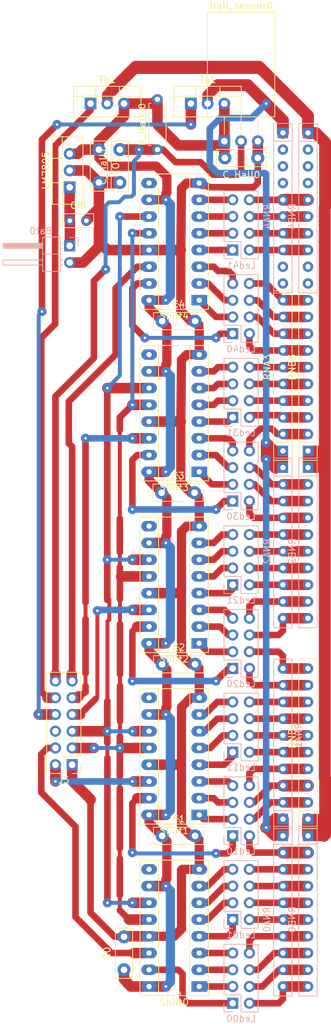
<source format=kicad_pcb>
(kicad_pcb (version 4) (host pcbnew 4.0.7-e2-6376~58~ubuntu14.04.1)

  (general
    (links 195)
    (no_connects 0)
    (area 0 0 0 0)
    (thickness 1.6)
    (drawings 0)
    (tracks 704)
    (zones 0)
    (modules 41)
    (nets 112)
  )

  (page A4)
  (layers
    (0 F.Cu signal)
    (1 In1.Cu signal)
    (2 In2.Cu signal)
    (31 B.Cu signal)
    (32 B.Adhes user)
    (33 F.Adhes user)
    (34 B.Paste user)
    (35 F.Paste user)
    (36 B.SilkS user)
    (37 F.SilkS user)
    (38 B.Mask user)
    (39 F.Mask user)
    (40 Dwgs.User user)
    (41 Cmts.User user)
    (42 Eco1.User user)
    (43 Eco2.User user)
    (44 Edge.Cuts user)
    (45 Margin user)
    (46 B.CrtYd user)
    (47 F.CrtYd user)
    (48 B.Fab user)
    (49 F.Fab user)
  )

  (setup
    (last_trace_width 1.6)
    (user_trace_width 0.6)
    (user_trace_width 1)
    (user_trace_width 1.4)
    (user_trace_width 1.6)
    (user_trace_width 1.8)
    (user_trace_width 2)
    (trace_clearance 0.8)
    (zone_clearance 0.508)
    (zone_45_only no)
    (trace_min 0.2)
    (segment_width 0.2)
    (edge_width 0.15)
    (via_size 1.4)
    (via_drill 0.4)
    (via_min_size 0.3)
    (via_min_drill 0.1)
    (uvia_size 0.5)
    (uvia_drill 0.1)
    (uvias_allowed no)
    (uvia_min_size 0.1)
    (uvia_min_drill 0.1)
    (pcb_text_width 0.3)
    (pcb_text_size 1.5 1.5)
    (mod_edge_width 0.15)
    (mod_text_size 1 1)
    (mod_text_width 0.15)
    (pad_size 1.524 1.524)
    (pad_drill 0.762)
    (pad_to_mask_clearance 0.2)
    (aux_axis_origin 0 0)
    (visible_elements FFFFEF7F)
    (pcbplotparams
      (layerselection 0x00030_80000001)
      (usegerberextensions false)
      (excludeedgelayer true)
      (linewidth 0.100000)
      (plotframeref false)
      (viasonmask false)
      (mode 1)
      (useauxorigin false)
      (hpglpennumber 1)
      (hpglpenspeed 20)
      (hpglpendiameter 15)
      (hpglpenoverlay 2)
      (psnegative false)
      (psa4output false)
      (plotreference true)
      (plotvalue true)
      (plotinvisibletext false)
      (padsonsilk false)
      (subtractmaskfromsilk false)
      (outputformat 1)
      (mirror false)
      (drillshape 1)
      (scaleselection 1)
      (outputdirectory ""))
  )

  (net 0 "")
  (net 1 Vbat)
  (net 2 GND)
  (net 3 VCC)
  (net 4 Serial_Data_0)
  (net 5 Serial_Data_1)
  (net 6 Serial_Data_2)
  (net 7 Serial_Data_3)
  (net 8 Serial_Data_4)
  (net 9 Command_TB)
  (net 10 Command_TA)
  (net 11 Lock)
  (net 12 Clock)
  (net 13 Alim_led_A)
  (net 14 Alime_led_B)
  (net 15 "Net-(Shift0-Pad9)")
  (net 16 "Net-(Shift1-Pad9)")
  (net 17 "Net-(Shift2-Pad9)")
  (net 18 "Net-(Shift3-Pad9)")
  (net 19 "Net-(Shift4-Pad9)")
  (net 20 "Net-(RNA4-Pad2)")
  (net 21 "Net-(RNA4-Pad3)")
  (net 22 "Net-(RNA4-Pad4)")
  (net 23 "Net-(RNB4-Pad2)")
  (net 24 "Net-(RNB4-Pad3)")
  (net 25 "Net-(RNB4-Pad4)")
  (net 26 Hall_Sensor)
  (net 27 "Net-(Led00-Pad1)")
  (net 28 "Net-(Led00-Pad2)")
  (net 29 "Net-(Led00-Pad3)")
  (net 30 "Net-(Led00-Pad4)")
  (net 31 "Net-(Led00-Pad5)")
  (net 32 "Net-(Led00-Pad6)")
  (net 33 "Net-(Led00-Pad7)")
  (net 34 "Net-(Led00-Pad8)")
  (net 35 "Net-(Led01-Pad1)")
  (net 36 "Net-(Led01-Pad2)")
  (net 37 "Net-(Led01-Pad3)")
  (net 38 "Net-(Led01-Pad4)")
  (net 39 "Net-(Led01-Pad5)")
  (net 40 "Net-(Led01-Pad6)")
  (net 41 "Net-(Led01-Pad7)")
  (net 42 "Net-(Led01-Pad8)")
  (net 43 "Net-(Led10-Pad1)")
  (net 44 "Net-(Led10-Pad2)")
  (net 45 "Net-(Led10-Pad3)")
  (net 46 "Net-(Led10-Pad4)")
  (net 47 "Net-(Led10-Pad5)")
  (net 48 "Net-(Led10-Pad6)")
  (net 49 "Net-(Led10-Pad7)")
  (net 50 "Net-(Led10-Pad8)")
  (net 51 "Net-(Led11-Pad1)")
  (net 52 "Net-(Led11-Pad2)")
  (net 53 "Net-(Led11-Pad3)")
  (net 54 "Net-(Led11-Pad4)")
  (net 55 "Net-(Led11-Pad5)")
  (net 56 "Net-(Led11-Pad6)")
  (net 57 "Net-(Led11-Pad7)")
  (net 58 "Net-(Led11-Pad8)")
  (net 59 "Net-(Led20-Pad1)")
  (net 60 "Net-(Led20-Pad2)")
  (net 61 "Net-(Led20-Pad3)")
  (net 62 "Net-(Led20-Pad4)")
  (net 63 "Net-(Led20-Pad5)")
  (net 64 "Net-(Led20-Pad6)")
  (net 65 "Net-(Led20-Pad7)")
  (net 66 "Net-(Led20-Pad8)")
  (net 67 "Net-(Led21-Pad1)")
  (net 68 "Net-(Led21-Pad2)")
  (net 69 "Net-(Led21-Pad3)")
  (net 70 "Net-(Led21-Pad4)")
  (net 71 "Net-(Led21-Pad5)")
  (net 72 "Net-(Led21-Pad6)")
  (net 73 "Net-(Led21-Pad7)")
  (net 74 "Net-(Led21-Pad8)")
  (net 75 "Net-(Led30-Pad1)")
  (net 76 "Net-(Led30-Pad2)")
  (net 77 "Net-(Led30-Pad3)")
  (net 78 "Net-(Led30-Pad4)")
  (net 79 "Net-(Led30-Pad5)")
  (net 80 "Net-(Led30-Pad6)")
  (net 81 "Net-(Led30-Pad7)")
  (net 82 "Net-(Led30-Pad8)")
  (net 83 "Net-(Led31-Pad1)")
  (net 84 "Net-(Led31-Pad2)")
  (net 85 "Net-(Led31-Pad3)")
  (net 86 "Net-(Led31-Pad4)")
  (net 87 "Net-(Led31-Pad5)")
  (net 88 "Net-(Led31-Pad6)")
  (net 89 "Net-(Led31-Pad7)")
  (net 90 "Net-(Led31-Pad8)")
  (net 91 "Net-(Led40-Pad1)")
  (net 92 "Net-(Led40-Pad2)")
  (net 93 "Net-(Led40-Pad3)")
  (net 94 "Net-(Led40-Pad4)")
  (net 95 "Net-(Led40-Pad5)")
  (net 96 "Net-(Led40-Pad6)")
  (net 97 "Net-(Led40-Pad7)")
  (net 98 "Net-(Led40-Pad8)")
  (net 99 "Net-(Led41-Pad1)")
  (net 100 "Net-(Led41-Pad2)")
  (net 101 "Net-(Led41-Pad3)")
  (net 102 "Net-(Led41-Pad4)")
  (net 103 "Net-(Led41-Pad5)")
  (net 104 "Net-(Led41-Pad6)")
  (net 105 "Net-(Led41-Pad7)")
  (net 106 "Net-(Led41-Pad8)")
  (net 107 "Net-(J5-Pad6)")
  (net 108 "Net-(RNA4-Pad9)")
  (net 109 "Net-(RNA4-Pad10)")
  (net 110 "Net-(RNB4-Pad9)")
  (net 111 "Net-(RNB4-Pad10)")

  (net_class Default "This is the default net class."
    (clearance 0.8)
    (trace_width 1)
    (via_dia 1.4)
    (via_drill 0.4)
    (uvia_dia 0.5)
    (uvia_drill 0.1)
    (add_net Alim_led_A)
    (add_net Alime_led_B)
    (add_net Clock)
    (add_net Command_TA)
    (add_net Command_TB)
    (add_net GND)
    (add_net Hall_Sensor)
    (add_net Lock)
    (add_net "Net-(J5-Pad6)")
    (add_net "Net-(Led00-Pad1)")
    (add_net "Net-(Led00-Pad2)")
    (add_net "Net-(Led00-Pad3)")
    (add_net "Net-(Led00-Pad4)")
    (add_net "Net-(Led00-Pad5)")
    (add_net "Net-(Led00-Pad6)")
    (add_net "Net-(Led00-Pad7)")
    (add_net "Net-(Led00-Pad8)")
    (add_net "Net-(Led01-Pad1)")
    (add_net "Net-(Led01-Pad2)")
    (add_net "Net-(Led01-Pad3)")
    (add_net "Net-(Led01-Pad4)")
    (add_net "Net-(Led01-Pad5)")
    (add_net "Net-(Led01-Pad6)")
    (add_net "Net-(Led01-Pad7)")
    (add_net "Net-(Led01-Pad8)")
    (add_net "Net-(Led10-Pad1)")
    (add_net "Net-(Led10-Pad2)")
    (add_net "Net-(Led10-Pad3)")
    (add_net "Net-(Led10-Pad4)")
    (add_net "Net-(Led10-Pad5)")
    (add_net "Net-(Led10-Pad6)")
    (add_net "Net-(Led10-Pad7)")
    (add_net "Net-(Led10-Pad8)")
    (add_net "Net-(Led11-Pad1)")
    (add_net "Net-(Led11-Pad2)")
    (add_net "Net-(Led11-Pad3)")
    (add_net "Net-(Led11-Pad4)")
    (add_net "Net-(Led11-Pad5)")
    (add_net "Net-(Led11-Pad6)")
    (add_net "Net-(Led11-Pad7)")
    (add_net "Net-(Led11-Pad8)")
    (add_net "Net-(Led20-Pad1)")
    (add_net "Net-(Led20-Pad2)")
    (add_net "Net-(Led20-Pad3)")
    (add_net "Net-(Led20-Pad4)")
    (add_net "Net-(Led20-Pad5)")
    (add_net "Net-(Led20-Pad6)")
    (add_net "Net-(Led20-Pad7)")
    (add_net "Net-(Led20-Pad8)")
    (add_net "Net-(Led21-Pad1)")
    (add_net "Net-(Led21-Pad2)")
    (add_net "Net-(Led21-Pad3)")
    (add_net "Net-(Led21-Pad4)")
    (add_net "Net-(Led21-Pad5)")
    (add_net "Net-(Led21-Pad6)")
    (add_net "Net-(Led21-Pad7)")
    (add_net "Net-(Led21-Pad8)")
    (add_net "Net-(Led30-Pad1)")
    (add_net "Net-(Led30-Pad2)")
    (add_net "Net-(Led30-Pad3)")
    (add_net "Net-(Led30-Pad4)")
    (add_net "Net-(Led30-Pad5)")
    (add_net "Net-(Led30-Pad6)")
    (add_net "Net-(Led30-Pad7)")
    (add_net "Net-(Led30-Pad8)")
    (add_net "Net-(Led31-Pad1)")
    (add_net "Net-(Led31-Pad2)")
    (add_net "Net-(Led31-Pad3)")
    (add_net "Net-(Led31-Pad4)")
    (add_net "Net-(Led31-Pad5)")
    (add_net "Net-(Led31-Pad6)")
    (add_net "Net-(Led31-Pad7)")
    (add_net "Net-(Led31-Pad8)")
    (add_net "Net-(Led40-Pad1)")
    (add_net "Net-(Led40-Pad2)")
    (add_net "Net-(Led40-Pad3)")
    (add_net "Net-(Led40-Pad4)")
    (add_net "Net-(Led40-Pad5)")
    (add_net "Net-(Led40-Pad6)")
    (add_net "Net-(Led40-Pad7)")
    (add_net "Net-(Led40-Pad8)")
    (add_net "Net-(Led41-Pad1)")
    (add_net "Net-(Led41-Pad2)")
    (add_net "Net-(Led41-Pad3)")
    (add_net "Net-(Led41-Pad4)")
    (add_net "Net-(Led41-Pad5)")
    (add_net "Net-(Led41-Pad6)")
    (add_net "Net-(Led41-Pad7)")
    (add_net "Net-(Led41-Pad8)")
    (add_net "Net-(RNA4-Pad10)")
    (add_net "Net-(RNA4-Pad2)")
    (add_net "Net-(RNA4-Pad3)")
    (add_net "Net-(RNA4-Pad4)")
    (add_net "Net-(RNA4-Pad9)")
    (add_net "Net-(RNB4-Pad10)")
    (add_net "Net-(RNB4-Pad2)")
    (add_net "Net-(RNB4-Pad3)")
    (add_net "Net-(RNB4-Pad4)")
    (add_net "Net-(RNB4-Pad9)")
    (add_net "Net-(Shift0-Pad9)")
    (add_net "Net-(Shift1-Pad9)")
    (add_net "Net-(Shift2-Pad9)")
    (add_net "Net-(Shift3-Pad9)")
    (add_net "Net-(Shift4-Pad9)")
    (add_net Serial_Data_0)
    (add_net Serial_Data_1)
    (add_net Serial_Data_2)
    (add_net Serial_Data_3)
    (add_net Serial_Data_4)
    (add_net VCC)
    (add_net Vbat)
  )

  (net_class big ""
    (clearance 0.8)
    (trace_width 2)
    (via_dia 2.8)
    (via_drill 0.4)
    (uvia_dia 0.5)
    (uvia_drill 0.1)
  )

  (net_class small ""
    (clearance 0.8)
    (trace_width 0.6)
    (via_dia 0.84)
    (via_drill 0.4)
    (uvia_dia 0.5)
    (uvia_drill 0.1)
  )

  (net_class wire ""
    (clearance 0)
    (trace_width 0.2)
    (via_dia 1.4)
    (via_drill 0.4)
    (uvia_dia 0.5)
    (uvia_drill 0.1)
  )

  (module Resistors_THT:R_Array_SIP10 (layer B.Cu) (tedit 57FA3974) (tstamp 5AA3C422)
    (at 214.63 79.375 270)
    (descr "10-pin Resistor SIP pack")
    (tags R)
    (path /5AA3C9D5)
    (fp_text reference RNA2 (at 12.7 2.4 270) (layer B.SilkS)
      (effects (font (size 1 1) (thickness 0.15)) (justify mirror))
    )
    (fp_text value R_Network09 (at 12.7 -2.4 270) (layer B.Fab)
      (effects (font (size 1 1) (thickness 0.15)) (justify mirror))
    )
    (fp_line (start -1.29 1.25) (end -1.29 -1.25) (layer B.Fab) (width 0.1))
    (fp_line (start -1.29 -1.25) (end 24.15 -1.25) (layer B.Fab) (width 0.1))
    (fp_line (start 24.15 -1.25) (end 24.15 1.25) (layer B.Fab) (width 0.1))
    (fp_line (start 24.15 1.25) (end -1.29 1.25) (layer B.Fab) (width 0.1))
    (fp_line (start 1.27 1.25) (end 1.27 -1.25) (layer B.Fab) (width 0.1))
    (fp_line (start -1.44 1.4) (end -1.44 -1.4) (layer B.SilkS) (width 0.12))
    (fp_line (start -1.44 -1.4) (end 24.3 -1.4) (layer B.SilkS) (width 0.12))
    (fp_line (start 24.3 -1.4) (end 24.3 1.4) (layer B.SilkS) (width 0.12))
    (fp_line (start 24.3 1.4) (end -1.44 1.4) (layer B.SilkS) (width 0.12))
    (fp_line (start 1.27 1.4) (end 1.27 -1.4) (layer B.SilkS) (width 0.12))
    (fp_line (start -1.7 1.65) (end -1.7 -1.65) (layer B.CrtYd) (width 0.05))
    (fp_line (start -1.7 -1.65) (end 24.55 -1.65) (layer B.CrtYd) (width 0.05))
    (fp_line (start 24.55 -1.65) (end 24.55 1.65) (layer B.CrtYd) (width 0.05))
    (fp_line (start 24.55 1.65) (end -1.7 1.65) (layer B.CrtYd) (width 0.05))
    (pad 1 thru_hole rect (at 0 0 270) (size 1.6 1.6) (drill 0.8) (layers *.Cu *.Mask)
      (net 13 Alim_led_A))
    (pad 2 thru_hole oval (at 2.54 0 270) (size 1.6 1.6) (drill 0.8) (layers *.Cu *.Mask)
      (net 80 "Net-(Led30-Pad6)"))
    (pad 3 thru_hole oval (at 5.08 0 270) (size 1.6 1.6) (drill 0.8) (layers *.Cu *.Mask)
      (net 78 "Net-(Led30-Pad4)"))
    (pad 4 thru_hole oval (at 7.62 0 270) (size 1.6 1.6) (drill 0.8) (layers *.Cu *.Mask)
      (net 76 "Net-(Led30-Pad2)"))
    (pad 5 thru_hole oval (at 10.16 0 270) (size 1.6 1.6) (drill 0.8) (layers *.Cu *.Mask)
      (net 74 "Net-(Led21-Pad8)"))
    (pad 6 thru_hole oval (at 12.7 0 270) (size 1.6 1.6) (drill 0.8) (layers *.Cu *.Mask)
      (net 72 "Net-(Led21-Pad6)"))
    (pad 7 thru_hole oval (at 15.24 0 270) (size 1.6 1.6) (drill 0.8) (layers *.Cu *.Mask)
      (net 70 "Net-(Led21-Pad4)"))
    (pad 8 thru_hole oval (at 17.78 0 270) (size 1.6 1.6) (drill 0.8) (layers *.Cu *.Mask)
      (net 68 "Net-(Led21-Pad2)"))
    (pad 9 thru_hole oval (at 20.32 0 270) (size 1.6 1.6) (drill 0.8) (layers *.Cu *.Mask)
      (net 66 "Net-(Led20-Pad8)"))
    (pad 10 thru_hole oval (at 22.86 0 270) (size 1.6 1.6) (drill 0.8) (layers *.Cu *.Mask)
      (net 64 "Net-(Led20-Pad6)"))
    (model ${KISYS3DMOD}/Resistors_THT.3dshapes/R_Array_SIP10.wrl
      (at (xyz 0 0 0))
      (scale (xyz 0.39 0.39 0.39))
      (rotate (xyz 0 0 0))
    )
  )

  (module Housings_DIP:DIP-16_W7.62mm_Socket_LongPads (layer F.Cu) (tedit 58CC8E2D) (tstamp 5AA3C498)
    (at 201.93 158.115 180)
    (descr "16-lead dip package, row spacing 7.62 mm (300 mils), Socket, LongPads")
    (tags "DIL DIP PDIP 2.54mm 7.62mm 300mil Socket LongPads")
    (path /5A9F9E11)
    (fp_text reference Shift0 (at 3.81 -2.39 180) (layer F.SilkS)
      (effects (font (size 1 1) (thickness 0.15)))
    )
    (fp_text value 74LS595 (at 3.81 20.17 180) (layer F.Fab)
      (effects (font (size 1 1) (thickness 0.15)))
    )
    (fp_text user %R (at 3.81 8.89 180) (layer F.Fab)
      (effects (font (size 1 1) (thickness 0.15)))
    )
    (fp_line (start 1.635 -1.27) (end 6.985 -1.27) (layer F.Fab) (width 0.1))
    (fp_line (start 6.985 -1.27) (end 6.985 19.05) (layer F.Fab) (width 0.1))
    (fp_line (start 6.985 19.05) (end 0.635 19.05) (layer F.Fab) (width 0.1))
    (fp_line (start 0.635 19.05) (end 0.635 -0.27) (layer F.Fab) (width 0.1))
    (fp_line (start 0.635 -0.27) (end 1.635 -1.27) (layer F.Fab) (width 0.1))
    (fp_line (start -1.27 -1.27) (end -1.27 19.05) (layer F.Fab) (width 0.1))
    (fp_line (start -1.27 19.05) (end 8.89 19.05) (layer F.Fab) (width 0.1))
    (fp_line (start 8.89 19.05) (end 8.89 -1.27) (layer F.Fab) (width 0.1))
    (fp_line (start 8.89 -1.27) (end -1.27 -1.27) (layer F.Fab) (width 0.1))
    (fp_line (start 2.81 -1.39) (end 1.44 -1.39) (layer F.SilkS) (width 0.12))
    (fp_line (start 1.44 -1.39) (end 1.44 19.17) (layer F.SilkS) (width 0.12))
    (fp_line (start 1.44 19.17) (end 6.18 19.17) (layer F.SilkS) (width 0.12))
    (fp_line (start 6.18 19.17) (end 6.18 -1.39) (layer F.SilkS) (width 0.12))
    (fp_line (start 6.18 -1.39) (end 4.81 -1.39) (layer F.SilkS) (width 0.12))
    (fp_line (start -1.39 -1.39) (end -1.39 19.17) (layer F.SilkS) (width 0.12))
    (fp_line (start -1.39 19.17) (end 9.01 19.17) (layer F.SilkS) (width 0.12))
    (fp_line (start 9.01 19.17) (end 9.01 -1.39) (layer F.SilkS) (width 0.12))
    (fp_line (start 9.01 -1.39) (end -1.39 -1.39) (layer F.SilkS) (width 0.12))
    (fp_line (start -1.7 -1.7) (end -1.7 19.5) (layer F.CrtYd) (width 0.05))
    (fp_line (start -1.7 19.5) (end 9.3 19.5) (layer F.CrtYd) (width 0.05))
    (fp_line (start 9.3 19.5) (end 9.3 -1.7) (layer F.CrtYd) (width 0.05))
    (fp_line (start 9.3 -1.7) (end -1.7 -1.7) (layer F.CrtYd) (width 0.05))
    (fp_arc (start 3.81 -1.39) (end 2.81 -1.39) (angle -180) (layer F.SilkS) (width 0.12))
    (pad 1 thru_hole rect (at 0 0 180) (size 2.4 1.6) (drill 0.8) (layers *.Cu *.Mask)
      (net 29 "Net-(Led00-Pad3)"))
    (pad 9 thru_hole oval (at 7.62 17.78 180) (size 2.4 1.6) (drill 0.8) (layers *.Cu *.Mask)
      (net 15 "Net-(Shift0-Pad9)"))
    (pad 2 thru_hole oval (at 0 2.54 180) (size 2.4 1.6) (drill 0.8) (layers *.Cu *.Mask)
      (net 31 "Net-(Led00-Pad5)"))
    (pad 10 thru_hole oval (at 7.62 15.24 180) (size 2.4 1.6) (drill 0.8) (layers *.Cu *.Mask)
      (net 3 VCC))
    (pad 3 thru_hole oval (at 0 5.08 180) (size 2.4 1.6) (drill 0.8) (layers *.Cu *.Mask)
      (net 33 "Net-(Led00-Pad7)"))
    (pad 11 thru_hole oval (at 7.62 12.7 180) (size 2.4 1.6) (drill 0.8) (layers *.Cu *.Mask)
      (net 12 Clock))
    (pad 4 thru_hole oval (at 0 7.62 180) (size 2.4 1.6) (drill 0.8) (layers *.Cu *.Mask)
      (net 35 "Net-(Led01-Pad1)"))
    (pad 12 thru_hole oval (at 7.62 10.16 180) (size 2.4 1.6) (drill 0.8) (layers *.Cu *.Mask)
      (net 11 Lock))
    (pad 5 thru_hole oval (at 0 10.16 180) (size 2.4 1.6) (drill 0.8) (layers *.Cu *.Mask)
      (net 37 "Net-(Led01-Pad3)"))
    (pad 13 thru_hole oval (at 7.62 7.62 180) (size 2.4 1.6) (drill 0.8) (layers *.Cu *.Mask)
      (net 2 GND))
    (pad 6 thru_hole oval (at 0 12.7 180) (size 2.4 1.6) (drill 0.8) (layers *.Cu *.Mask)
      (net 39 "Net-(Led01-Pad5)"))
    (pad 14 thru_hole oval (at 7.62 5.08 180) (size 2.4 1.6) (drill 0.8) (layers *.Cu *.Mask)
      (net 4 Serial_Data_0))
    (pad 7 thru_hole oval (at 0 15.24 180) (size 2.4 1.6) (drill 0.8) (layers *.Cu *.Mask)
      (net 41 "Net-(Led01-Pad7)"))
    (pad 15 thru_hole oval (at 7.62 2.54 180) (size 2.4 1.6) (drill 0.8) (layers *.Cu *.Mask)
      (net 27 "Net-(Led00-Pad1)"))
    (pad 8 thru_hole oval (at 0 17.78 180) (size 2.4 1.6) (drill 0.8) (layers *.Cu *.Mask)
      (net 2 GND))
    (pad 16 thru_hole oval (at 7.62 0 180) (size 2.4 1.6) (drill 0.8) (layers *.Cu *.Mask)
      (net 3 VCC))
    (model ${KISYS3DMOD}/Housings_DIP.3dshapes/DIP-16_W7.62mm_Socket_LongPads.wrl
      (at (xyz 0 0 0))
      (scale (xyz 1 1 1))
      (rotate (xyz 0 0 0))
    )
  )

  (module Housings_DIP:DIP-16_W7.62mm_Socket_LongPads (layer F.Cu) (tedit 58CC8E2D) (tstamp 5AA3C4E8)
    (at 201.93 53.975 180)
    (descr "16-lead dip package, row spacing 7.62 mm (300 mils), Socket, LongPads")
    (tags "DIL DIP PDIP 2.54mm 7.62mm 300mil Socket LongPads")
    (path /5AA05925)
    (fp_text reference Shift4 (at 3.81 -2.39 180) (layer F.SilkS)
      (effects (font (size 1 1) (thickness 0.15)))
    )
    (fp_text value 74LS595 (at 3.81 20.17 180) (layer F.Fab)
      (effects (font (size 1 1) (thickness 0.15)))
    )
    (fp_text user %R (at 3.81 8.89 180) (layer F.Fab)
      (effects (font (size 1 1) (thickness 0.15)))
    )
    (fp_line (start 1.635 -1.27) (end 6.985 -1.27) (layer F.Fab) (width 0.1))
    (fp_line (start 6.985 -1.27) (end 6.985 19.05) (layer F.Fab) (width 0.1))
    (fp_line (start 6.985 19.05) (end 0.635 19.05) (layer F.Fab) (width 0.1))
    (fp_line (start 0.635 19.05) (end 0.635 -0.27) (layer F.Fab) (width 0.1))
    (fp_line (start 0.635 -0.27) (end 1.635 -1.27) (layer F.Fab) (width 0.1))
    (fp_line (start -1.27 -1.27) (end -1.27 19.05) (layer F.Fab) (width 0.1))
    (fp_line (start -1.27 19.05) (end 8.89 19.05) (layer F.Fab) (width 0.1))
    (fp_line (start 8.89 19.05) (end 8.89 -1.27) (layer F.Fab) (width 0.1))
    (fp_line (start 8.89 -1.27) (end -1.27 -1.27) (layer F.Fab) (width 0.1))
    (fp_line (start 2.81 -1.39) (end 1.44 -1.39) (layer F.SilkS) (width 0.12))
    (fp_line (start 1.44 -1.39) (end 1.44 19.17) (layer F.SilkS) (width 0.12))
    (fp_line (start 1.44 19.17) (end 6.18 19.17) (layer F.SilkS) (width 0.12))
    (fp_line (start 6.18 19.17) (end 6.18 -1.39) (layer F.SilkS) (width 0.12))
    (fp_line (start 6.18 -1.39) (end 4.81 -1.39) (layer F.SilkS) (width 0.12))
    (fp_line (start -1.39 -1.39) (end -1.39 19.17) (layer F.SilkS) (width 0.12))
    (fp_line (start -1.39 19.17) (end 9.01 19.17) (layer F.SilkS) (width 0.12))
    (fp_line (start 9.01 19.17) (end 9.01 -1.39) (layer F.SilkS) (width 0.12))
    (fp_line (start 9.01 -1.39) (end -1.39 -1.39) (layer F.SilkS) (width 0.12))
    (fp_line (start -1.7 -1.7) (end -1.7 19.5) (layer F.CrtYd) (width 0.05))
    (fp_line (start -1.7 19.5) (end 9.3 19.5) (layer F.CrtYd) (width 0.05))
    (fp_line (start 9.3 19.5) (end 9.3 -1.7) (layer F.CrtYd) (width 0.05))
    (fp_line (start 9.3 -1.7) (end -1.7 -1.7) (layer F.CrtYd) (width 0.05))
    (fp_arc (start 3.81 -1.39) (end 2.81 -1.39) (angle -180) (layer F.SilkS) (width 0.12))
    (pad 1 thru_hole rect (at 0 0 180) (size 2.4 1.6) (drill 0.8) (layers *.Cu *.Mask)
      (net 93 "Net-(Led40-Pad3)"))
    (pad 9 thru_hole oval (at 7.62 17.78 180) (size 2.4 1.6) (drill 0.8) (layers *.Cu *.Mask)
      (net 19 "Net-(Shift4-Pad9)"))
    (pad 2 thru_hole oval (at 0 2.54 180) (size 2.4 1.6) (drill 0.8) (layers *.Cu *.Mask)
      (net 95 "Net-(Led40-Pad5)"))
    (pad 10 thru_hole oval (at 7.62 15.24 180) (size 2.4 1.6) (drill 0.8) (layers *.Cu *.Mask)
      (net 3 VCC))
    (pad 3 thru_hole oval (at 0 5.08 180) (size 2.4 1.6) (drill 0.8) (layers *.Cu *.Mask)
      (net 97 "Net-(Led40-Pad7)"))
    (pad 11 thru_hole oval (at 7.62 12.7 180) (size 2.4 1.6) (drill 0.8) (layers *.Cu *.Mask)
      (net 12 Clock))
    (pad 4 thru_hole oval (at 0 7.62 180) (size 2.4 1.6) (drill 0.8) (layers *.Cu *.Mask)
      (net 99 "Net-(Led41-Pad1)"))
    (pad 12 thru_hole oval (at 7.62 10.16 180) (size 2.4 1.6) (drill 0.8) (layers *.Cu *.Mask)
      (net 11 Lock))
    (pad 5 thru_hole oval (at 0 10.16 180) (size 2.4 1.6) (drill 0.8) (layers *.Cu *.Mask)
      (net 101 "Net-(Led41-Pad3)"))
    (pad 13 thru_hole oval (at 7.62 7.62 180) (size 2.4 1.6) (drill 0.8) (layers *.Cu *.Mask)
      (net 2 GND))
    (pad 6 thru_hole oval (at 0 12.7 180) (size 2.4 1.6) (drill 0.8) (layers *.Cu *.Mask)
      (net 103 "Net-(Led41-Pad5)"))
    (pad 14 thru_hole oval (at 7.62 5.08 180) (size 2.4 1.6) (drill 0.8) (layers *.Cu *.Mask)
      (net 8 Serial_Data_4))
    (pad 7 thru_hole oval (at 0 15.24 180) (size 2.4 1.6) (drill 0.8) (layers *.Cu *.Mask)
      (net 105 "Net-(Led41-Pad7)"))
    (pad 15 thru_hole oval (at 7.62 2.54 180) (size 2.4 1.6) (drill 0.8) (layers *.Cu *.Mask)
      (net 91 "Net-(Led40-Pad1)"))
    (pad 8 thru_hole oval (at 0 17.78 180) (size 2.4 1.6) (drill 0.8) (layers *.Cu *.Mask)
      (net 2 GND))
    (pad 16 thru_hole oval (at 7.62 0 180) (size 2.4 1.6) (drill 0.8) (layers *.Cu *.Mask)
      (net 3 VCC))
    (model ${KISYS3DMOD}/Housings_DIP.3dshapes/DIP-16_W7.62mm_Socket_LongPads.wrl
      (at (xyz 0 0 0))
      (scale (xyz 1 1 1))
      (rotate (xyz 0 0 0))
    )
  )

  (module Housings_DIP:DIP-16_W7.62mm_Socket_LongPads (layer F.Cu) (tedit 58CC8E2D) (tstamp 5AA3C4AC)
    (at 201.93 132.08 180)
    (descr "16-lead dip package, row spacing 7.62 mm (300 mils), Socket, LongPads")
    (tags "DIL DIP PDIP 2.54mm 7.62mm 300mil Socket LongPads")
    (path /5AA03953)
    (fp_text reference Shift1 (at 3.81 -2.39 180) (layer F.SilkS)
      (effects (font (size 1 1) (thickness 0.15)))
    )
    (fp_text value 74LS595 (at 3.81 20.17 180) (layer F.Fab)
      (effects (font (size 1 1) (thickness 0.15)))
    )
    (fp_text user %R (at 3.81 8.89 180) (layer F.Fab)
      (effects (font (size 1 1) (thickness 0.15)))
    )
    (fp_line (start 1.635 -1.27) (end 6.985 -1.27) (layer F.Fab) (width 0.1))
    (fp_line (start 6.985 -1.27) (end 6.985 19.05) (layer F.Fab) (width 0.1))
    (fp_line (start 6.985 19.05) (end 0.635 19.05) (layer F.Fab) (width 0.1))
    (fp_line (start 0.635 19.05) (end 0.635 -0.27) (layer F.Fab) (width 0.1))
    (fp_line (start 0.635 -0.27) (end 1.635 -1.27) (layer F.Fab) (width 0.1))
    (fp_line (start -1.27 -1.27) (end -1.27 19.05) (layer F.Fab) (width 0.1))
    (fp_line (start -1.27 19.05) (end 8.89 19.05) (layer F.Fab) (width 0.1))
    (fp_line (start 8.89 19.05) (end 8.89 -1.27) (layer F.Fab) (width 0.1))
    (fp_line (start 8.89 -1.27) (end -1.27 -1.27) (layer F.Fab) (width 0.1))
    (fp_line (start 2.81 -1.39) (end 1.44 -1.39) (layer F.SilkS) (width 0.12))
    (fp_line (start 1.44 -1.39) (end 1.44 19.17) (layer F.SilkS) (width 0.12))
    (fp_line (start 1.44 19.17) (end 6.18 19.17) (layer F.SilkS) (width 0.12))
    (fp_line (start 6.18 19.17) (end 6.18 -1.39) (layer F.SilkS) (width 0.12))
    (fp_line (start 6.18 -1.39) (end 4.81 -1.39) (layer F.SilkS) (width 0.12))
    (fp_line (start -1.39 -1.39) (end -1.39 19.17) (layer F.SilkS) (width 0.12))
    (fp_line (start -1.39 19.17) (end 9.01 19.17) (layer F.SilkS) (width 0.12))
    (fp_line (start 9.01 19.17) (end 9.01 -1.39) (layer F.SilkS) (width 0.12))
    (fp_line (start 9.01 -1.39) (end -1.39 -1.39) (layer F.SilkS) (width 0.12))
    (fp_line (start -1.7 -1.7) (end -1.7 19.5) (layer F.CrtYd) (width 0.05))
    (fp_line (start -1.7 19.5) (end 9.3 19.5) (layer F.CrtYd) (width 0.05))
    (fp_line (start 9.3 19.5) (end 9.3 -1.7) (layer F.CrtYd) (width 0.05))
    (fp_line (start 9.3 -1.7) (end -1.7 -1.7) (layer F.CrtYd) (width 0.05))
    (fp_arc (start 3.81 -1.39) (end 2.81 -1.39) (angle -180) (layer F.SilkS) (width 0.12))
    (pad 1 thru_hole rect (at 0 0 180) (size 2.4 1.6) (drill 0.8) (layers *.Cu *.Mask)
      (net 45 "Net-(Led10-Pad3)"))
    (pad 9 thru_hole oval (at 7.62 17.78 180) (size 2.4 1.6) (drill 0.8) (layers *.Cu *.Mask)
      (net 16 "Net-(Shift1-Pad9)"))
    (pad 2 thru_hole oval (at 0 2.54 180) (size 2.4 1.6) (drill 0.8) (layers *.Cu *.Mask)
      (net 47 "Net-(Led10-Pad5)"))
    (pad 10 thru_hole oval (at 7.62 15.24 180) (size 2.4 1.6) (drill 0.8) (layers *.Cu *.Mask)
      (net 3 VCC))
    (pad 3 thru_hole oval (at 0 5.08 180) (size 2.4 1.6) (drill 0.8) (layers *.Cu *.Mask)
      (net 49 "Net-(Led10-Pad7)"))
    (pad 11 thru_hole oval (at 7.62 12.7 180) (size 2.4 1.6) (drill 0.8) (layers *.Cu *.Mask)
      (net 12 Clock))
    (pad 4 thru_hole oval (at 0 7.62 180) (size 2.4 1.6) (drill 0.8) (layers *.Cu *.Mask)
      (net 51 "Net-(Led11-Pad1)"))
    (pad 12 thru_hole oval (at 7.62 10.16 180) (size 2.4 1.6) (drill 0.8) (layers *.Cu *.Mask)
      (net 11 Lock))
    (pad 5 thru_hole oval (at 0 10.16 180) (size 2.4 1.6) (drill 0.8) (layers *.Cu *.Mask)
      (net 53 "Net-(Led11-Pad3)"))
    (pad 13 thru_hole oval (at 7.62 7.62 180) (size 2.4 1.6) (drill 0.8) (layers *.Cu *.Mask)
      (net 2 GND))
    (pad 6 thru_hole oval (at 0 12.7 180) (size 2.4 1.6) (drill 0.8) (layers *.Cu *.Mask)
      (net 55 "Net-(Led11-Pad5)"))
    (pad 14 thru_hole oval (at 7.62 5.08 180) (size 2.4 1.6) (drill 0.8) (layers *.Cu *.Mask)
      (net 5 Serial_Data_1))
    (pad 7 thru_hole oval (at 0 15.24 180) (size 2.4 1.6) (drill 0.8) (layers *.Cu *.Mask)
      (net 57 "Net-(Led11-Pad7)"))
    (pad 15 thru_hole oval (at 7.62 2.54 180) (size 2.4 1.6) (drill 0.8) (layers *.Cu *.Mask)
      (net 43 "Net-(Led10-Pad1)"))
    (pad 8 thru_hole oval (at 0 17.78 180) (size 2.4 1.6) (drill 0.8) (layers *.Cu *.Mask)
      (net 2 GND))
    (pad 16 thru_hole oval (at 7.62 0 180) (size 2.4 1.6) (drill 0.8) (layers *.Cu *.Mask)
      (net 3 VCC))
    (model ${KISYS3DMOD}/Housings_DIP.3dshapes/DIP-16_W7.62mm_Socket_LongPads.wrl
      (at (xyz 0 0 0))
      (scale (xyz 1 1 1))
      (rotate (xyz 0 0 0))
    )
  )

  (module Capacitors_THT:C_Disc_D7.5mm_W2.5mm_P5.00mm (layer F.Cu) (tedit 597BC7C2) (tstamp 5AA3C36B)
    (at 196.215 83.185)
    (descr "C, Disc series, Radial, pin pitch=5.00mm, , diameter*width=7.5*2.5mm^2, Capacitor, http://www.vishay.com/docs/28535/vy2series.pdf")
    (tags "C Disc series Radial pin pitch 5.00mm  diameter 7.5mm width 2.5mm Capacitor")
    (path /5AA0B81B)
    (fp_text reference C3 (at 2.5 -2.56) (layer F.SilkS)
      (effects (font (size 1 1) (thickness 0.15)))
    )
    (fp_text value C (at 2.5 2.56) (layer F.Fab)
      (effects (font (size 1 1) (thickness 0.15)))
    )
    (fp_line (start -1.25 -1.25) (end -1.25 1.25) (layer F.Fab) (width 0.1))
    (fp_line (start -1.25 1.25) (end 6.25 1.25) (layer F.Fab) (width 0.1))
    (fp_line (start 6.25 1.25) (end 6.25 -1.25) (layer F.Fab) (width 0.1))
    (fp_line (start 6.25 -1.25) (end -1.25 -1.25) (layer F.Fab) (width 0.1))
    (fp_line (start -1.31 -1.31) (end 6.31 -1.31) (layer F.SilkS) (width 0.12))
    (fp_line (start -1.31 1.31) (end 6.31 1.31) (layer F.SilkS) (width 0.12))
    (fp_line (start -1.31 -1.31) (end -1.31 1.31) (layer F.SilkS) (width 0.12))
    (fp_line (start 6.31 -1.31) (end 6.31 1.31) (layer F.SilkS) (width 0.12))
    (fp_line (start -1.6 -1.6) (end -1.6 1.6) (layer F.CrtYd) (width 0.05))
    (fp_line (start -1.6 1.6) (end 6.6 1.6) (layer F.CrtYd) (width 0.05))
    (fp_line (start 6.6 1.6) (end 6.6 -1.6) (layer F.CrtYd) (width 0.05))
    (fp_line (start 6.6 -1.6) (end -1.6 -1.6) (layer F.CrtYd) (width 0.05))
    (fp_text user %R (at 2.5 0) (layer F.Fab)
      (effects (font (size 1 1) (thickness 0.15)))
    )
    (pad 1 thru_hole circle (at 0 0) (size 2 2) (drill 1) (layers *.Cu *.Mask)
      (net 3 VCC))
    (pad 2 thru_hole circle (at 5 0) (size 2 2) (drill 1) (layers *.Cu *.Mask)
      (net 2 GND))
    (model ${KISYS3DMOD}/Capacitors_THT.3dshapes/C_Disc_D7.5mm_W2.5mm_P5.00mm.wrl
      (at (xyz 0 0 0))
      (scale (xyz 1 1 1))
      (rotate (xyz 0 0 0))
    )
  )

  (module Capacitors_THT:C_Disc_D7.5mm_W2.5mm_P5.00mm (layer F.Cu) (tedit 597BC7C2) (tstamp 5AA3C371)
    (at 196.295 57.15)
    (descr "C, Disc series, Radial, pin pitch=5.00mm, , diameter*width=7.5*2.5mm^2, Capacitor, http://www.vishay.com/docs/28535/vy2series.pdf")
    (tags "C Disc series Radial pin pitch 5.00mm  diameter 7.5mm width 2.5mm Capacitor")
    (path /5AA0B87C)
    (fp_text reference C4 (at 2.5 -2.56) (layer F.SilkS)
      (effects (font (size 1 1) (thickness 0.15)))
    )
    (fp_text value C (at 2.5 2.56) (layer F.Fab)
      (effects (font (size 1 1) (thickness 0.15)))
    )
    (fp_line (start -1.25 -1.25) (end -1.25 1.25) (layer F.Fab) (width 0.1))
    (fp_line (start -1.25 1.25) (end 6.25 1.25) (layer F.Fab) (width 0.1))
    (fp_line (start 6.25 1.25) (end 6.25 -1.25) (layer F.Fab) (width 0.1))
    (fp_line (start 6.25 -1.25) (end -1.25 -1.25) (layer F.Fab) (width 0.1))
    (fp_line (start -1.31 -1.31) (end 6.31 -1.31) (layer F.SilkS) (width 0.12))
    (fp_line (start -1.31 1.31) (end 6.31 1.31) (layer F.SilkS) (width 0.12))
    (fp_line (start -1.31 -1.31) (end -1.31 1.31) (layer F.SilkS) (width 0.12))
    (fp_line (start 6.31 -1.31) (end 6.31 1.31) (layer F.SilkS) (width 0.12))
    (fp_line (start -1.6 -1.6) (end -1.6 1.6) (layer F.CrtYd) (width 0.05))
    (fp_line (start -1.6 1.6) (end 6.6 1.6) (layer F.CrtYd) (width 0.05))
    (fp_line (start 6.6 1.6) (end 6.6 -1.6) (layer F.CrtYd) (width 0.05))
    (fp_line (start 6.6 -1.6) (end -1.6 -1.6) (layer F.CrtYd) (width 0.05))
    (fp_text user %R (at 2.5 0 180) (layer F.Fab)
      (effects (font (size 1 1) (thickness 0.15)))
    )
    (pad 1 thru_hole circle (at 0 0) (size 2 2) (drill 1) (layers *.Cu *.Mask)
      (net 3 VCC))
    (pad 2 thru_hole circle (at 5 0) (size 2 2) (drill 1) (layers *.Cu *.Mask)
      (net 2 GND))
    (model ${KISYS3DMOD}/Capacitors_THT.3dshapes/C_Disc_D7.5mm_W2.5mm_P5.00mm.wrl
      (at (xyz 0 0 0))
      (scale (xyz 1 1 1))
      (rotate (xyz 0 0 0))
    )
  )

  (module Resistors_THT:R_Array_SIP10 (layer F.Cu) (tedit 57FA3974) (tstamp 5AA3C45A)
    (at 218.44 132.715 90)
    (descr "10-pin Resistor SIP pack")
    (tags R)
    (path /5AA3C849)
    (fp_text reference RNB1 (at 12.7 -2.4 90) (layer F.SilkS)
      (effects (font (size 1 1) (thickness 0.15)))
    )
    (fp_text value R_Network09 (at 12.7 2.4 90) (layer F.Fab)
      (effects (font (size 1 1) (thickness 0.15)))
    )
    (fp_line (start -1.29 -1.25) (end -1.29 1.25) (layer F.Fab) (width 0.1))
    (fp_line (start -1.29 1.25) (end 24.15 1.25) (layer F.Fab) (width 0.1))
    (fp_line (start 24.15 1.25) (end 24.15 -1.25) (layer F.Fab) (width 0.1))
    (fp_line (start 24.15 -1.25) (end -1.29 -1.25) (layer F.Fab) (width 0.1))
    (fp_line (start 1.27 -1.25) (end 1.27 1.25) (layer F.Fab) (width 0.1))
    (fp_line (start -1.44 -1.4) (end -1.44 1.4) (layer F.SilkS) (width 0.12))
    (fp_line (start -1.44 1.4) (end 24.3 1.4) (layer F.SilkS) (width 0.12))
    (fp_line (start 24.3 1.4) (end 24.3 -1.4) (layer F.SilkS) (width 0.12))
    (fp_line (start 24.3 -1.4) (end -1.44 -1.4) (layer F.SilkS) (width 0.12))
    (fp_line (start 1.27 -1.4) (end 1.27 1.4) (layer F.SilkS) (width 0.12))
    (fp_line (start -1.7 -1.65) (end -1.7 1.65) (layer F.CrtYd) (width 0.05))
    (fp_line (start -1.7 1.65) (end 24.55 1.65) (layer F.CrtYd) (width 0.05))
    (fp_line (start 24.55 1.65) (end 24.55 -1.65) (layer F.CrtYd) (width 0.05))
    (fp_line (start 24.55 -1.65) (end -1.7 -1.65) (layer F.CrtYd) (width 0.05))
    (pad 1 thru_hole rect (at 0 0 90) (size 1.6 1.6) (drill 0.8) (layers *.Cu *.Mask)
      (net 14 Alime_led_B))
    (pad 2 thru_hole oval (at 2.54 0 90) (size 1.6 1.6) (drill 0.8) (layers *.Cu *.Mask)
      (net 46 "Net-(Led10-Pad4)"))
    (pad 3 thru_hole oval (at 5.08 0 90) (size 1.6 1.6) (drill 0.8) (layers *.Cu *.Mask)
      (net 48 "Net-(Led10-Pad6)"))
    (pad 4 thru_hole oval (at 7.62 0 90) (size 1.6 1.6) (drill 0.8) (layers *.Cu *.Mask)
      (net 50 "Net-(Led10-Pad8)"))
    (pad 5 thru_hole oval (at 10.16 0 90) (size 1.6 1.6) (drill 0.8) (layers *.Cu *.Mask)
      (net 52 "Net-(Led11-Pad2)"))
    (pad 6 thru_hole oval (at 12.7 0 90) (size 1.6 1.6) (drill 0.8) (layers *.Cu *.Mask)
      (net 54 "Net-(Led11-Pad4)"))
    (pad 7 thru_hole oval (at 15.24 0 90) (size 1.6 1.6) (drill 0.8) (layers *.Cu *.Mask)
      (net 56 "Net-(Led11-Pad6)"))
    (pad 8 thru_hole oval (at 17.78 0 90) (size 1.6 1.6) (drill 0.8) (layers *.Cu *.Mask)
      (net 58 "Net-(Led11-Pad8)"))
    (pad 9 thru_hole oval (at 20.32 0 90) (size 1.6 1.6) (drill 0.8) (layers *.Cu *.Mask)
      (net 60 "Net-(Led20-Pad2)"))
    (pad 10 thru_hole oval (at 22.86 0 90) (size 1.6 1.6) (drill 0.8) (layers *.Cu *.Mask)
      (net 62 "Net-(Led20-Pad4)"))
    (model ${KISYS3DMOD}/Resistors_THT.3dshapes/R_Array_SIP10.wrl
      (at (xyz 0 0 0))
      (scale (xyz 0.39 0.39 0.39))
      (rotate (xyz 0 0 0))
    )
  )

  (module Pin_Headers:Pin_Header_Angled_1x02_Pitch2.54mm (layer B.Cu) (tedit 59650532) (tstamp 5AA3C353)
    (at 182.245 45.72 180)
    (descr "Through hole angled pin header, 1x02, 2.54mm pitch, 6mm pin length, single row")
    (tags "Through hole angled pin header THT 1x02 2.54mm single row")
    (path /5AA235AF)
    (fp_text reference Bat0 (at 4.385 2.27 180) (layer B.SilkS)
      (effects (font (size 1 1) (thickness 0.15)) (justify mirror))
    )
    (fp_text value Conn_01x02 (at 4.385 -4.81 180) (layer B.Fab)
      (effects (font (size 1 1) (thickness 0.15)) (justify mirror))
    )
    (fp_line (start 2.135 1.27) (end 4.04 1.27) (layer B.Fab) (width 0.1))
    (fp_line (start 4.04 1.27) (end 4.04 -3.81) (layer B.Fab) (width 0.1))
    (fp_line (start 4.04 -3.81) (end 1.5 -3.81) (layer B.Fab) (width 0.1))
    (fp_line (start 1.5 -3.81) (end 1.5 0.635) (layer B.Fab) (width 0.1))
    (fp_line (start 1.5 0.635) (end 2.135 1.27) (layer B.Fab) (width 0.1))
    (fp_line (start -0.32 0.32) (end 1.5 0.32) (layer B.Fab) (width 0.1))
    (fp_line (start -0.32 0.32) (end -0.32 -0.32) (layer B.Fab) (width 0.1))
    (fp_line (start -0.32 -0.32) (end 1.5 -0.32) (layer B.Fab) (width 0.1))
    (fp_line (start 4.04 0.32) (end 10.04 0.32) (layer B.Fab) (width 0.1))
    (fp_line (start 10.04 0.32) (end 10.04 -0.32) (layer B.Fab) (width 0.1))
    (fp_line (start 4.04 -0.32) (end 10.04 -0.32) (layer B.Fab) (width 0.1))
    (fp_line (start -0.32 -2.22) (end 1.5 -2.22) (layer B.Fab) (width 0.1))
    (fp_line (start -0.32 -2.22) (end -0.32 -2.86) (layer B.Fab) (width 0.1))
    (fp_line (start -0.32 -2.86) (end 1.5 -2.86) (layer B.Fab) (width 0.1))
    (fp_line (start 4.04 -2.22) (end 10.04 -2.22) (layer B.Fab) (width 0.1))
    (fp_line (start 10.04 -2.22) (end 10.04 -2.86) (layer B.Fab) (width 0.1))
    (fp_line (start 4.04 -2.86) (end 10.04 -2.86) (layer B.Fab) (width 0.1))
    (fp_line (start 1.44 1.33) (end 1.44 -3.87) (layer B.SilkS) (width 0.12))
    (fp_line (start 1.44 -3.87) (end 4.1 -3.87) (layer B.SilkS) (width 0.12))
    (fp_line (start 4.1 -3.87) (end 4.1 1.33) (layer B.SilkS) (width 0.12))
    (fp_line (start 4.1 1.33) (end 1.44 1.33) (layer B.SilkS) (width 0.12))
    (fp_line (start 4.1 0.38) (end 10.1 0.38) (layer B.SilkS) (width 0.12))
    (fp_line (start 10.1 0.38) (end 10.1 -0.38) (layer B.SilkS) (width 0.12))
    (fp_line (start 10.1 -0.38) (end 4.1 -0.38) (layer B.SilkS) (width 0.12))
    (fp_line (start 4.1 0.32) (end 10.1 0.32) (layer B.SilkS) (width 0.12))
    (fp_line (start 4.1 0.2) (end 10.1 0.2) (layer B.SilkS) (width 0.12))
    (fp_line (start 4.1 0.08) (end 10.1 0.08) (layer B.SilkS) (width 0.12))
    (fp_line (start 4.1 -0.04) (end 10.1 -0.04) (layer B.SilkS) (width 0.12))
    (fp_line (start 4.1 -0.16) (end 10.1 -0.16) (layer B.SilkS) (width 0.12))
    (fp_line (start 4.1 -0.28) (end 10.1 -0.28) (layer B.SilkS) (width 0.12))
    (fp_line (start 1.11 0.38) (end 1.44 0.38) (layer B.SilkS) (width 0.12))
    (fp_line (start 1.11 -0.38) (end 1.44 -0.38) (layer B.SilkS) (width 0.12))
    (fp_line (start 1.44 -1.27) (end 4.1 -1.27) (layer B.SilkS) (width 0.12))
    (fp_line (start 4.1 -2.16) (end 10.1 -2.16) (layer B.SilkS) (width 0.12))
    (fp_line (start 10.1 -2.16) (end 10.1 -2.92) (layer B.SilkS) (width 0.12))
    (fp_line (start 10.1 -2.92) (end 4.1 -2.92) (layer B.SilkS) (width 0.12))
    (fp_line (start 1.042929 -2.16) (end 1.44 -2.16) (layer B.SilkS) (width 0.12))
    (fp_line (start 1.042929 -2.92) (end 1.44 -2.92) (layer B.SilkS) (width 0.12))
    (fp_line (start -1.27 0) (end -1.27 1.27) (layer B.SilkS) (width 0.12))
    (fp_line (start -1.27 1.27) (end 0 1.27) (layer B.SilkS) (width 0.12))
    (fp_line (start -1.8 1.8) (end -1.8 -4.35) (layer B.CrtYd) (width 0.05))
    (fp_line (start -1.8 -4.35) (end 10.55 -4.35) (layer B.CrtYd) (width 0.05))
    (fp_line (start 10.55 -4.35) (end 10.55 1.8) (layer B.CrtYd) (width 0.05))
    (fp_line (start 10.55 1.8) (end -1.8 1.8) (layer B.CrtYd) (width 0.05))
    (fp_text user %R (at 2.77 -1.27 450) (layer B.Fab)
      (effects (font (size 1 1) (thickness 0.15)) (justify mirror))
    )
    (pad 1 thru_hole rect (at 0 0 180) (size 1.7 1.7) (drill 1) (layers *.Cu *.Mask)
      (net 1 Vbat))
    (pad 2 thru_hole oval (at 0 -2.54 180) (size 1.7 1.7) (drill 1) (layers *.Cu *.Mask)
      (net 2 GND))
    (model ${KISYS3DMOD}/Pin_Headers.3dshapes/Pin_Header_Angled_1x02_Pitch2.54mm.wrl
      (at (xyz 0 0 0))
      (scale (xyz 1 1 1))
      (rotate (xyz 0 0 0))
    )
  )

  (module Housings_DIP:DIP-16_W7.62mm_Socket_LongPads (layer F.Cu) (tedit 58CC8E2D) (tstamp 5AA3C4C0)
    (at 201.93 106.045 180)
    (descr "16-lead dip package, row spacing 7.62 mm (300 mils), Socket, LongPads")
    (tags "DIL DIP PDIP 2.54mm 7.62mm 300mil Socket LongPads")
    (path /5AA03BFA)
    (fp_text reference Shift2 (at 3.81 -2.39 180) (layer F.SilkS)
      (effects (font (size 1 1) (thickness 0.15)))
    )
    (fp_text value 74LS595 (at 3.81 20.17 180) (layer F.Fab)
      (effects (font (size 1 1) (thickness 0.15)))
    )
    (fp_text user %R (at 3.81 8.89 180) (layer F.Fab)
      (effects (font (size 1 1) (thickness 0.15)))
    )
    (fp_line (start 1.635 -1.27) (end 6.985 -1.27) (layer F.Fab) (width 0.1))
    (fp_line (start 6.985 -1.27) (end 6.985 19.05) (layer F.Fab) (width 0.1))
    (fp_line (start 6.985 19.05) (end 0.635 19.05) (layer F.Fab) (width 0.1))
    (fp_line (start 0.635 19.05) (end 0.635 -0.27) (layer F.Fab) (width 0.1))
    (fp_line (start 0.635 -0.27) (end 1.635 -1.27) (layer F.Fab) (width 0.1))
    (fp_line (start -1.27 -1.27) (end -1.27 19.05) (layer F.Fab) (width 0.1))
    (fp_line (start -1.27 19.05) (end 8.89 19.05) (layer F.Fab) (width 0.1))
    (fp_line (start 8.89 19.05) (end 8.89 -1.27) (layer F.Fab) (width 0.1))
    (fp_line (start 8.89 -1.27) (end -1.27 -1.27) (layer F.Fab) (width 0.1))
    (fp_line (start 2.81 -1.39) (end 1.44 -1.39) (layer F.SilkS) (width 0.12))
    (fp_line (start 1.44 -1.39) (end 1.44 19.17) (layer F.SilkS) (width 0.12))
    (fp_line (start 1.44 19.17) (end 6.18 19.17) (layer F.SilkS) (width 0.12))
    (fp_line (start 6.18 19.17) (end 6.18 -1.39) (layer F.SilkS) (width 0.12))
    (fp_line (start 6.18 -1.39) (end 4.81 -1.39) (layer F.SilkS) (width 0.12))
    (fp_line (start -1.39 -1.39) (end -1.39 19.17) (layer F.SilkS) (width 0.12))
    (fp_line (start -1.39 19.17) (end 9.01 19.17) (layer F.SilkS) (width 0.12))
    (fp_line (start 9.01 19.17) (end 9.01 -1.39) (layer F.SilkS) (width 0.12))
    (fp_line (start 9.01 -1.39) (end -1.39 -1.39) (layer F.SilkS) (width 0.12))
    (fp_line (start -1.7 -1.7) (end -1.7 19.5) (layer F.CrtYd) (width 0.05))
    (fp_line (start -1.7 19.5) (end 9.3 19.5) (layer F.CrtYd) (width 0.05))
    (fp_line (start 9.3 19.5) (end 9.3 -1.7) (layer F.CrtYd) (width 0.05))
    (fp_line (start 9.3 -1.7) (end -1.7 -1.7) (layer F.CrtYd) (width 0.05))
    (fp_arc (start 3.81 -1.39) (end 2.81 -1.39) (angle -180) (layer F.SilkS) (width 0.12))
    (pad 1 thru_hole rect (at 0 0 180) (size 2.4 1.6) (drill 0.8) (layers *.Cu *.Mask)
      (net 61 "Net-(Led20-Pad3)"))
    (pad 9 thru_hole oval (at 7.62 17.78 180) (size 2.4 1.6) (drill 0.8) (layers *.Cu *.Mask)
      (net 17 "Net-(Shift2-Pad9)"))
    (pad 2 thru_hole oval (at 0 2.54 180) (size 2.4 1.6) (drill 0.8) (layers *.Cu *.Mask)
      (net 63 "Net-(Led20-Pad5)"))
    (pad 10 thru_hole oval (at 7.62 15.24 180) (size 2.4 1.6) (drill 0.8) (layers *.Cu *.Mask)
      (net 3 VCC))
    (pad 3 thru_hole oval (at 0 5.08 180) (size 2.4 1.6) (drill 0.8) (layers *.Cu *.Mask)
      (net 65 "Net-(Led20-Pad7)"))
    (pad 11 thru_hole oval (at 7.62 12.7 180) (size 2.4 1.6) (drill 0.8) (layers *.Cu *.Mask)
      (net 12 Clock))
    (pad 4 thru_hole oval (at 0 7.62 180) (size 2.4 1.6) (drill 0.8) (layers *.Cu *.Mask)
      (net 67 "Net-(Led21-Pad1)"))
    (pad 12 thru_hole oval (at 7.62 10.16 180) (size 2.4 1.6) (drill 0.8) (layers *.Cu *.Mask)
      (net 11 Lock))
    (pad 5 thru_hole oval (at 0 10.16 180) (size 2.4 1.6) (drill 0.8) (layers *.Cu *.Mask)
      (net 69 "Net-(Led21-Pad3)"))
    (pad 13 thru_hole oval (at 7.62 7.62 180) (size 2.4 1.6) (drill 0.8) (layers *.Cu *.Mask)
      (net 2 GND))
    (pad 6 thru_hole oval (at 0 12.7 180) (size 2.4 1.6) (drill 0.8) (layers *.Cu *.Mask)
      (net 71 "Net-(Led21-Pad5)"))
    (pad 14 thru_hole oval (at 7.62 5.08 180) (size 2.4 1.6) (drill 0.8) (layers *.Cu *.Mask)
      (net 6 Serial_Data_2))
    (pad 7 thru_hole oval (at 0 15.24 180) (size 2.4 1.6) (drill 0.8) (layers *.Cu *.Mask)
      (net 73 "Net-(Led21-Pad7)"))
    (pad 15 thru_hole oval (at 7.62 2.54 180) (size 2.4 1.6) (drill 0.8) (layers *.Cu *.Mask)
      (net 59 "Net-(Led20-Pad1)"))
    (pad 8 thru_hole oval (at 0 17.78 180) (size 2.4 1.6) (drill 0.8) (layers *.Cu *.Mask)
      (net 2 GND))
    (pad 16 thru_hole oval (at 7.62 0 180) (size 2.4 1.6) (drill 0.8) (layers *.Cu *.Mask)
      (net 3 VCC))
    (model ${KISYS3DMOD}/Housings_DIP.3dshapes/DIP-16_W7.62mm_Socket_LongPads.wrl
      (at (xyz 0 0 0))
      (scale (xyz 1 1 1))
      (rotate (xyz 0 0 0))
    )
  )

  (module Resistors_THT:R_Array_SIP10 (layer F.Cu) (tedit 57FA3974) (tstamp 5AA3C430)
    (at 214.63 76.835 90)
    (descr "10-pin Resistor SIP pack")
    (tags R)
    (path /5AA3CB22)
    (fp_text reference RNA3 (at 12.7 -2.4 90) (layer F.SilkS)
      (effects (font (size 1 1) (thickness 0.15)))
    )
    (fp_text value R_Network09 (at 12.7 2.4 90) (layer F.Fab)
      (effects (font (size 1 1) (thickness 0.15)))
    )
    (fp_line (start -1.29 -1.25) (end -1.29 1.25) (layer F.Fab) (width 0.1))
    (fp_line (start -1.29 1.25) (end 24.15 1.25) (layer F.Fab) (width 0.1))
    (fp_line (start 24.15 1.25) (end 24.15 -1.25) (layer F.Fab) (width 0.1))
    (fp_line (start 24.15 -1.25) (end -1.29 -1.25) (layer F.Fab) (width 0.1))
    (fp_line (start 1.27 -1.25) (end 1.27 1.25) (layer F.Fab) (width 0.1))
    (fp_line (start -1.44 -1.4) (end -1.44 1.4) (layer F.SilkS) (width 0.12))
    (fp_line (start -1.44 1.4) (end 24.3 1.4) (layer F.SilkS) (width 0.12))
    (fp_line (start 24.3 1.4) (end 24.3 -1.4) (layer F.SilkS) (width 0.12))
    (fp_line (start 24.3 -1.4) (end -1.44 -1.4) (layer F.SilkS) (width 0.12))
    (fp_line (start 1.27 -1.4) (end 1.27 1.4) (layer F.SilkS) (width 0.12))
    (fp_line (start -1.7 -1.65) (end -1.7 1.65) (layer F.CrtYd) (width 0.05))
    (fp_line (start -1.7 1.65) (end 24.55 1.65) (layer F.CrtYd) (width 0.05))
    (fp_line (start 24.55 1.65) (end 24.55 -1.65) (layer F.CrtYd) (width 0.05))
    (fp_line (start 24.55 -1.65) (end -1.7 -1.65) (layer F.CrtYd) (width 0.05))
    (pad 1 thru_hole rect (at 0 0 90) (size 1.6 1.6) (drill 0.8) (layers *.Cu *.Mask)
      (net 13 Alim_led_A))
    (pad 2 thru_hole oval (at 2.54 0 90) (size 1.6 1.6) (drill 0.8) (layers *.Cu *.Mask)
      (net 82 "Net-(Led30-Pad8)"))
    (pad 3 thru_hole oval (at 5.08 0 90) (size 1.6 1.6) (drill 0.8) (layers *.Cu *.Mask)
      (net 84 "Net-(Led31-Pad2)"))
    (pad 4 thru_hole oval (at 7.62 0 90) (size 1.6 1.6) (drill 0.8) (layers *.Cu *.Mask)
      (net 86 "Net-(Led31-Pad4)"))
    (pad 5 thru_hole oval (at 10.16 0 90) (size 1.6 1.6) (drill 0.8) (layers *.Cu *.Mask)
      (net 88 "Net-(Led31-Pad6)"))
    (pad 6 thru_hole oval (at 12.7 0 90) (size 1.6 1.6) (drill 0.8) (layers *.Cu *.Mask)
      (net 90 "Net-(Led31-Pad8)"))
    (pad 7 thru_hole oval (at 15.24 0 90) (size 1.6 1.6) (drill 0.8) (layers *.Cu *.Mask)
      (net 92 "Net-(Led40-Pad2)"))
    (pad 8 thru_hole oval (at 17.78 0 90) (size 1.6 1.6) (drill 0.8) (layers *.Cu *.Mask)
      (net 94 "Net-(Led40-Pad4)"))
    (pad 9 thru_hole oval (at 20.32 0 90) (size 1.6 1.6) (drill 0.8) (layers *.Cu *.Mask)
      (net 96 "Net-(Led40-Pad6)"))
    (pad 10 thru_hole oval (at 22.86 0 90) (size 1.6 1.6) (drill 0.8) (layers *.Cu *.Mask)
      (net 98 "Net-(Led40-Pad8)"))
    (model ${KISYS3DMOD}/Resistors_THT.3dshapes/R_Array_SIP10.wrl
      (at (xyz 0 0 0))
      (scale (xyz 0.39 0.39 0.39))
      (rotate (xyz 0 0 0))
    )
  )

  (module Resistors_THT:R_Array_SIP10 (layer B.Cu) (tedit 57FA3974) (tstamp 5AA3C414)
    (at 214.63 132.715 90)
    (descr "10-pin Resistor SIP pack")
    (tags R)
    (path /5AA3C842)
    (fp_text reference RNA1 (at 12.7 2.4 90) (layer B.SilkS)
      (effects (font (size 1 1) (thickness 0.15)) (justify mirror))
    )
    (fp_text value R_Network09 (at 12.7 -2.4 90) (layer B.Fab)
      (effects (font (size 1 1) (thickness 0.15)) (justify mirror))
    )
    (fp_line (start -1.29 1.25) (end -1.29 -1.25) (layer B.Fab) (width 0.1))
    (fp_line (start -1.29 -1.25) (end 24.15 -1.25) (layer B.Fab) (width 0.1))
    (fp_line (start 24.15 -1.25) (end 24.15 1.25) (layer B.Fab) (width 0.1))
    (fp_line (start 24.15 1.25) (end -1.29 1.25) (layer B.Fab) (width 0.1))
    (fp_line (start 1.27 1.25) (end 1.27 -1.25) (layer B.Fab) (width 0.1))
    (fp_line (start -1.44 1.4) (end -1.44 -1.4) (layer B.SilkS) (width 0.12))
    (fp_line (start -1.44 -1.4) (end 24.3 -1.4) (layer B.SilkS) (width 0.12))
    (fp_line (start 24.3 -1.4) (end 24.3 1.4) (layer B.SilkS) (width 0.12))
    (fp_line (start 24.3 1.4) (end -1.44 1.4) (layer B.SilkS) (width 0.12))
    (fp_line (start 1.27 1.4) (end 1.27 -1.4) (layer B.SilkS) (width 0.12))
    (fp_line (start -1.7 1.65) (end -1.7 -1.65) (layer B.CrtYd) (width 0.05))
    (fp_line (start -1.7 -1.65) (end 24.55 -1.65) (layer B.CrtYd) (width 0.05))
    (fp_line (start 24.55 -1.65) (end 24.55 1.65) (layer B.CrtYd) (width 0.05))
    (fp_line (start 24.55 1.65) (end -1.7 1.65) (layer B.CrtYd) (width 0.05))
    (pad 1 thru_hole rect (at 0 0 90) (size 1.6 1.6) (drill 0.8) (layers *.Cu *.Mask)
      (net 13 Alim_led_A))
    (pad 2 thru_hole oval (at 2.54 0 90) (size 1.6 1.6) (drill 0.8) (layers *.Cu *.Mask)
      (net 46 "Net-(Led10-Pad4)"))
    (pad 3 thru_hole oval (at 5.08 0 90) (size 1.6 1.6) (drill 0.8) (layers *.Cu *.Mask)
      (net 48 "Net-(Led10-Pad6)"))
    (pad 4 thru_hole oval (at 7.62 0 90) (size 1.6 1.6) (drill 0.8) (layers *.Cu *.Mask)
      (net 50 "Net-(Led10-Pad8)"))
    (pad 5 thru_hole oval (at 10.16 0 90) (size 1.6 1.6) (drill 0.8) (layers *.Cu *.Mask)
      (net 52 "Net-(Led11-Pad2)"))
    (pad 6 thru_hole oval (at 12.7 0 90) (size 1.6 1.6) (drill 0.8) (layers *.Cu *.Mask)
      (net 54 "Net-(Led11-Pad4)"))
    (pad 7 thru_hole oval (at 15.24 0 90) (size 1.6 1.6) (drill 0.8) (layers *.Cu *.Mask)
      (net 56 "Net-(Led11-Pad6)"))
    (pad 8 thru_hole oval (at 17.78 0 90) (size 1.6 1.6) (drill 0.8) (layers *.Cu *.Mask)
      (net 58 "Net-(Led11-Pad8)"))
    (pad 9 thru_hole oval (at 20.32 0 90) (size 1.6 1.6) (drill 0.8) (layers *.Cu *.Mask)
      (net 60 "Net-(Led20-Pad2)"))
    (pad 10 thru_hole oval (at 22.86 0 90) (size 1.6 1.6) (drill 0.8) (layers *.Cu *.Mask)
      (net 62 "Net-(Led20-Pad4)"))
    (model ${KISYS3DMOD}/Resistors_THT.3dshapes/R_Array_SIP10.wrl
      (at (xyz 0 0 0))
      (scale (xyz 0.39 0.39 0.39))
      (rotate (xyz 0 0 0))
    )
  )

  (module Pin_Headers:Pin_Header_Straight_2x06_Pitch2.54mm (layer F.Cu) (tedit 59650532) (tstamp 5AA3E2CC)
    (at 182.626 124.46 180)
    (descr "Through hole straight pin header, 2x06, 2.54mm pitch, double rows")
    (tags "Through hole pin header THT 2x06 2.54mm double row")
    (path /5AA4640D)
    (fp_text reference J5 (at 1.27 -2.33 180) (layer F.SilkS)
      (effects (font (size 1 1) (thickness 0.15)))
    )
    (fp_text value Conn_02x06_Odd_Even (at 1.27 15.03 180) (layer F.Fab)
      (effects (font (size 1 1) (thickness 0.15)))
    )
    (fp_line (start 0 -1.27) (end 3.81 -1.27) (layer F.Fab) (width 0.1))
    (fp_line (start 3.81 -1.27) (end 3.81 13.97) (layer F.Fab) (width 0.1))
    (fp_line (start 3.81 13.97) (end -1.27 13.97) (layer F.Fab) (width 0.1))
    (fp_line (start -1.27 13.97) (end -1.27 0) (layer F.Fab) (width 0.1))
    (fp_line (start -1.27 0) (end 0 -1.27) (layer F.Fab) (width 0.1))
    (fp_line (start -1.33 14.03) (end 3.87 14.03) (layer F.SilkS) (width 0.12))
    (fp_line (start -1.33 1.27) (end -1.33 14.03) (layer F.SilkS) (width 0.12))
    (fp_line (start 3.87 -1.33) (end 3.87 14.03) (layer F.SilkS) (width 0.12))
    (fp_line (start -1.33 1.27) (end 1.27 1.27) (layer F.SilkS) (width 0.12))
    (fp_line (start 1.27 1.27) (end 1.27 -1.33) (layer F.SilkS) (width 0.12))
    (fp_line (start 1.27 -1.33) (end 3.87 -1.33) (layer F.SilkS) (width 0.12))
    (fp_line (start -1.33 0) (end -1.33 -1.33) (layer F.SilkS) (width 0.12))
    (fp_line (start -1.33 -1.33) (end 0 -1.33) (layer F.SilkS) (width 0.12))
    (fp_line (start -1.8 -1.8) (end -1.8 14.5) (layer F.CrtYd) (width 0.05))
    (fp_line (start -1.8 14.5) (end 4.35 14.5) (layer F.CrtYd) (width 0.05))
    (fp_line (start 4.35 14.5) (end 4.35 -1.8) (layer F.CrtYd) (width 0.05))
    (fp_line (start 4.35 -1.8) (end -1.8 -1.8) (layer F.CrtYd) (width 0.05))
    (fp_text user %R (at 1.27 6.35 270) (layer F.Fab)
      (effects (font (size 1 1) (thickness 0.15)))
    )
    (pad 1 thru_hole rect (at 0 0 180) (size 1.7 1.7) (drill 1) (layers *.Cu *.Mask)
      (net 2 GND))
    (pad 2 thru_hole oval (at 2.54 0 180) (size 1.7 1.7) (drill 1) (layers *.Cu *.Mask)
      (net 5 Serial_Data_1))
    (pad 3 thru_hole oval (at 0 2.54 180) (size 1.7 1.7) (drill 1) (layers *.Cu *.Mask)
      (net 11 Lock))
    (pad 4 thru_hole oval (at 2.54 2.54 180) (size 1.7 1.7) (drill 1) (layers *.Cu *.Mask)
      (net 4 Serial_Data_0))
    (pad 5 thru_hole oval (at 0 5.08 180) (size 1.7 1.7) (drill 1) (layers *.Cu *.Mask)
      (net 12 Clock))
    (pad 6 thru_hole oval (at 2.54 5.08 180) (size 1.7 1.7) (drill 1) (layers *.Cu *.Mask)
      (net 107 "Net-(J5-Pad6)"))
    (pad 7 thru_hole oval (at 0 7.62 180) (size 1.7 1.7) (drill 1) (layers *.Cu *.Mask)
      (net 6 Serial_Data_2))
    (pad 8 thru_hole oval (at 2.54 7.62 180) (size 1.7 1.7) (drill 1) (layers *.Cu *.Mask)
      (net 10 Command_TA))
    (pad 9 thru_hole oval (at 0 10.16 180) (size 1.7 1.7) (drill 1) (layers *.Cu *.Mask)
      (net 7 Serial_Data_3))
    (pad 10 thru_hole oval (at 2.54 10.16 180) (size 1.7 1.7) (drill 1) (layers *.Cu *.Mask)
      (net 9 Command_TB))
    (pad 11 thru_hole oval (at 0 12.7 180) (size 1.7 1.7) (drill 1) (layers *.Cu *.Mask)
      (net 8 Serial_Data_4))
    (pad 12 thru_hole oval (at 2.54 12.7 180) (size 1.7 1.7) (drill 1) (layers *.Cu *.Mask)
      (net 26 Hall_Sensor))
    (model ${KISYS3DMOD}/Pin_Headers.3dshapes/Pin_Header_Straight_2x06_Pitch2.54mm.wrl
      (at (xyz 0 0 0))
      (scale (xyz 1 1 1))
      (rotate (xyz 0 0 0))
    )
  )

  (module Capacitors_THT:C_Rect_L4.6mm_W2.0mm_P2.50mm_MKS02_FKP02 (layer F.Cu) (tedit 597BC7C2) (tstamp 5AA3C377)
    (at 182.285 41.91)
    (descr "C, Rect series, Radial, pin pitch=2.50mm, , length*width=4.6*2mm^2, Capacitor, http://www.wima.de/DE/WIMA_MKS_02.pdf")
    (tags "C Rect series Radial pin pitch 2.50mm  length 4.6mm width 2mm Capacitor")
    (path /5AA29E6F)
    (fp_text reference CI0 (at 1.25 -2.31) (layer F.SilkS)
      (effects (font (size 1 1) (thickness 0.15)))
    )
    (fp_text value C (at 1.25 2.31) (layer F.Fab)
      (effects (font (size 1 1) (thickness 0.15)))
    )
    (fp_line (start -1.05 -1) (end -1.05 1) (layer F.Fab) (width 0.1))
    (fp_line (start -1.05 1) (end 3.55 1) (layer F.Fab) (width 0.1))
    (fp_line (start 3.55 1) (end 3.55 -1) (layer F.Fab) (width 0.1))
    (fp_line (start 3.55 -1) (end -1.05 -1) (layer F.Fab) (width 0.1))
    (fp_line (start -1.11 -1.06) (end 3.61 -1.06) (layer F.SilkS) (width 0.12))
    (fp_line (start -1.11 1.06) (end 3.61 1.06) (layer F.SilkS) (width 0.12))
    (fp_line (start -1.11 -1.06) (end -1.11 1.06) (layer F.SilkS) (width 0.12))
    (fp_line (start 3.61 -1.06) (end 3.61 1.06) (layer F.SilkS) (width 0.12))
    (fp_line (start -1.4 -1.35) (end -1.4 1.35) (layer F.CrtYd) (width 0.05))
    (fp_line (start -1.4 1.35) (end 3.9 1.35) (layer F.CrtYd) (width 0.05))
    (fp_line (start 3.9 1.35) (end 3.9 -1.35) (layer F.CrtYd) (width 0.05))
    (fp_line (start 3.9 -1.35) (end -1.4 -1.35) (layer F.CrtYd) (width 0.05))
    (fp_text user %R (at 1.27 0 180) (layer F.Fab)
      (effects (font (size 1 1) (thickness 0.15)))
    )
    (pad 1 thru_hole circle (at 0 0) (size 1.4 1.4) (drill 0.7) (layers *.Cu *.Mask)
      (net 1 Vbat))
    (pad 2 thru_hole circle (at 2.5 0) (size 1.4 1.4) (drill 0.7) (layers *.Cu *.Mask)
      (net 2 GND))
    (model ${KISYS3DMOD}/Capacitors_THT.3dshapes/C_Rect_L4.6mm_W2.0mm_P2.50mm_MKS02_FKP02.wrl
      (at (xyz 0 0 0))
      (scale (xyz 1 1 1))
      (rotate (xyz 0 0 0))
    )
  )

  (module TO_SOT_Packages_THT:TO-220_Vertical (layer F.Cu) (tedit 58CE52AD) (tstamp 5AA3C3F8)
    (at 182.245 36.83 90)
    (descr "TO-220, Vertical, RM 2.54mm")
    (tags "TO-220 Vertical RM 2.54mm")
    (path /5AA00EAC)
    (fp_text reference LM7805 (at 2.54 -3.62 90) (layer F.SilkS)
      (effects (font (size 1 1) (thickness 0.15)))
    )
    (fp_text value LM7805_TO220 (at 2.54 3.92 90) (layer F.Fab)
      (effects (font (size 1 1) (thickness 0.15)))
    )
    (fp_text user %R (at 2.54 -3.62 90) (layer F.Fab)
      (effects (font (size 1 1) (thickness 0.15)))
    )
    (fp_line (start -2.46 -2.5) (end -2.46 1.9) (layer F.Fab) (width 0.1))
    (fp_line (start -2.46 1.9) (end 7.54 1.9) (layer F.Fab) (width 0.1))
    (fp_line (start 7.54 1.9) (end 7.54 -2.5) (layer F.Fab) (width 0.1))
    (fp_line (start 7.54 -2.5) (end -2.46 -2.5) (layer F.Fab) (width 0.1))
    (fp_line (start -2.46 -1.23) (end 7.54 -1.23) (layer F.Fab) (width 0.1))
    (fp_line (start 0.69 -2.5) (end 0.69 -1.23) (layer F.Fab) (width 0.1))
    (fp_line (start 4.39 -2.5) (end 4.39 -1.23) (layer F.Fab) (width 0.1))
    (fp_line (start -2.58 -2.62) (end 7.66 -2.62) (layer F.SilkS) (width 0.12))
    (fp_line (start -2.58 2.021) (end 7.66 2.021) (layer F.SilkS) (width 0.12))
    (fp_line (start -2.58 -2.62) (end -2.58 2.021) (layer F.SilkS) (width 0.12))
    (fp_line (start 7.66 -2.62) (end 7.66 2.021) (layer F.SilkS) (width 0.12))
    (fp_line (start -2.58 -1.11) (end 7.66 -1.11) (layer F.SilkS) (width 0.12))
    (fp_line (start 0.69 -2.62) (end 0.69 -1.11) (layer F.SilkS) (width 0.12))
    (fp_line (start 4.391 -2.62) (end 4.391 -1.11) (layer F.SilkS) (width 0.12))
    (fp_line (start -2.71 -2.75) (end -2.71 2.16) (layer F.CrtYd) (width 0.05))
    (fp_line (start -2.71 2.16) (end 7.79 2.16) (layer F.CrtYd) (width 0.05))
    (fp_line (start 7.79 2.16) (end 7.79 -2.75) (layer F.CrtYd) (width 0.05))
    (fp_line (start 7.79 -2.75) (end -2.71 -2.75) (layer F.CrtYd) (width 0.05))
    (pad 1 thru_hole rect (at 0 0 90) (size 1.8 1.8) (drill 1) (layers *.Cu *.Mask)
      (net 1 Vbat))
    (pad 2 thru_hole oval (at 2.54 0 90) (size 1.8 1.8) (drill 1) (layers *.Cu *.Mask)
      (net 2 GND))
    (pad 3 thru_hole oval (at 5.08 0 90) (size 1.8 1.8) (drill 1) (layers *.Cu *.Mask)
      (net 3 VCC))
    (model ${KISYS3DMOD}/TO_SOT_Packages_THT.3dshapes/TO-220_Vertical.wrl
      (at (xyz 0.1 0 0))
      (scale (xyz 0.393701 0.393701 0.393701))
      (rotate (xyz 0 0 0))
    )
  )

  (module Resistors_THT:R_Array_SIP10 (layer B.Cu) (tedit 57FA3974) (tstamp 5AA3C406)
    (at 214.63 135.255 270)
    (descr "10-pin Resistor SIP pack")
    (tags R)
    (path /5AA3B624)
    (fp_text reference RNA0 (at 12.7 2.4 270) (layer B.SilkS)
      (effects (font (size 1 1) (thickness 0.15)) (justify mirror))
    )
    (fp_text value R_Network09 (at 12.7 -2.4 270) (layer B.Fab)
      (effects (font (size 1 1) (thickness 0.15)) (justify mirror))
    )
    (fp_line (start -1.29 1.25) (end -1.29 -1.25) (layer B.Fab) (width 0.1))
    (fp_line (start -1.29 -1.25) (end 24.15 -1.25) (layer B.Fab) (width 0.1))
    (fp_line (start 24.15 -1.25) (end 24.15 1.25) (layer B.Fab) (width 0.1))
    (fp_line (start 24.15 1.25) (end -1.29 1.25) (layer B.Fab) (width 0.1))
    (fp_line (start 1.27 1.25) (end 1.27 -1.25) (layer B.Fab) (width 0.1))
    (fp_line (start -1.44 1.4) (end -1.44 -1.4) (layer B.SilkS) (width 0.12))
    (fp_line (start -1.44 -1.4) (end 24.3 -1.4) (layer B.SilkS) (width 0.12))
    (fp_line (start 24.3 -1.4) (end 24.3 1.4) (layer B.SilkS) (width 0.12))
    (fp_line (start 24.3 1.4) (end -1.44 1.4) (layer B.SilkS) (width 0.12))
    (fp_line (start 1.27 1.4) (end 1.27 -1.4) (layer B.SilkS) (width 0.12))
    (fp_line (start -1.7 1.65) (end -1.7 -1.65) (layer B.CrtYd) (width 0.05))
    (fp_line (start -1.7 -1.65) (end 24.55 -1.65) (layer B.CrtYd) (width 0.05))
    (fp_line (start 24.55 -1.65) (end 24.55 1.65) (layer B.CrtYd) (width 0.05))
    (fp_line (start 24.55 1.65) (end -1.7 1.65) (layer B.CrtYd) (width 0.05))
    (pad 1 thru_hole rect (at 0 0 270) (size 1.6 1.6) (drill 0.8) (layers *.Cu *.Mask)
      (net 13 Alim_led_A))
    (pad 2 thru_hole oval (at 2.54 0 270) (size 1.6 1.6) (drill 0.8) (layers *.Cu *.Mask)
      (net 44 "Net-(Led10-Pad2)"))
    (pad 3 thru_hole oval (at 5.08 0 270) (size 1.6 1.6) (drill 0.8) (layers *.Cu *.Mask)
      (net 42 "Net-(Led01-Pad8)"))
    (pad 4 thru_hole oval (at 7.62 0 270) (size 1.6 1.6) (drill 0.8) (layers *.Cu *.Mask)
      (net 40 "Net-(Led01-Pad6)"))
    (pad 5 thru_hole oval (at 10.16 0 270) (size 1.6 1.6) (drill 0.8) (layers *.Cu *.Mask)
      (net 38 "Net-(Led01-Pad4)"))
    (pad 6 thru_hole oval (at 12.7 0 270) (size 1.6 1.6) (drill 0.8) (layers *.Cu *.Mask)
      (net 36 "Net-(Led01-Pad2)"))
    (pad 7 thru_hole oval (at 15.24 0 270) (size 1.6 1.6) (drill 0.8) (layers *.Cu *.Mask)
      (net 34 "Net-(Led00-Pad8)"))
    (pad 8 thru_hole oval (at 17.78 0 270) (size 1.6 1.6) (drill 0.8) (layers *.Cu *.Mask)
      (net 32 "Net-(Led00-Pad6)"))
    (pad 9 thru_hole oval (at 20.32 0 270) (size 1.6 1.6) (drill 0.8) (layers *.Cu *.Mask)
      (net 30 "Net-(Led00-Pad4)"))
    (pad 10 thru_hole oval (at 22.86 0 270) (size 1.6 1.6) (drill 0.8) (layers *.Cu *.Mask)
      (net 28 "Net-(Led00-Pad2)"))
    (model ${KISYS3DMOD}/Resistors_THT.3dshapes/R_Array_SIP10.wrl
      (at (xyz 0 0 0))
      (scale (xyz 0.39 0.39 0.39))
      (rotate (xyz 0 0 0))
    )
  )

  (module Resistors_THT:R_Array_SIP10 (layer B.Cu) (tedit 57FA3974) (tstamp 5AA3C43E)
    (at 214.63 28.575 270)
    (descr "10-pin Resistor SIP pack")
    (tags R)
    (path /5AA43728)
    (fp_text reference RNA4 (at 12.7 2.4 270) (layer B.SilkS)
      (effects (font (size 1 1) (thickness 0.15)) (justify mirror))
    )
    (fp_text value R_Network09 (at 12.7 -2.4 270) (layer B.Fab)
      (effects (font (size 1 1) (thickness 0.15)) (justify mirror))
    )
    (fp_line (start -1.29 1.25) (end -1.29 -1.25) (layer B.Fab) (width 0.1))
    (fp_line (start -1.29 -1.25) (end 24.15 -1.25) (layer B.Fab) (width 0.1))
    (fp_line (start 24.15 -1.25) (end 24.15 1.25) (layer B.Fab) (width 0.1))
    (fp_line (start 24.15 1.25) (end -1.29 1.25) (layer B.Fab) (width 0.1))
    (fp_line (start 1.27 1.25) (end 1.27 -1.25) (layer B.Fab) (width 0.1))
    (fp_line (start -1.44 1.4) (end -1.44 -1.4) (layer B.SilkS) (width 0.12))
    (fp_line (start -1.44 -1.4) (end 24.3 -1.4) (layer B.SilkS) (width 0.12))
    (fp_line (start 24.3 -1.4) (end 24.3 1.4) (layer B.SilkS) (width 0.12))
    (fp_line (start 24.3 1.4) (end -1.44 1.4) (layer B.SilkS) (width 0.12))
    (fp_line (start 1.27 1.4) (end 1.27 -1.4) (layer B.SilkS) (width 0.12))
    (fp_line (start -1.7 1.65) (end -1.7 -1.65) (layer B.CrtYd) (width 0.05))
    (fp_line (start -1.7 -1.65) (end 24.55 -1.65) (layer B.CrtYd) (width 0.05))
    (fp_line (start 24.55 -1.65) (end 24.55 1.65) (layer B.CrtYd) (width 0.05))
    (fp_line (start 24.55 1.65) (end -1.7 1.65) (layer B.CrtYd) (width 0.05))
    (pad 1 thru_hole rect (at 0 0 270) (size 1.6 1.6) (drill 0.8) (layers *.Cu *.Mask)
      (net 13 Alim_led_A))
    (pad 2 thru_hole oval (at 2.54 0 270) (size 1.6 1.6) (drill 0.8) (layers *.Cu *.Mask)
      (net 20 "Net-(RNA4-Pad2)"))
    (pad 3 thru_hole oval (at 5.08 0 270) (size 1.6 1.6) (drill 0.8) (layers *.Cu *.Mask)
      (net 21 "Net-(RNA4-Pad3)"))
    (pad 4 thru_hole oval (at 7.62 0 270) (size 1.6 1.6) (drill 0.8) (layers *.Cu *.Mask)
      (net 22 "Net-(RNA4-Pad4)"))
    (pad 5 thru_hole oval (at 10.16 0 270) (size 1.6 1.6) (drill 0.8) (layers *.Cu *.Mask)
      (net 106 "Net-(Led41-Pad8)"))
    (pad 6 thru_hole oval (at 12.7 0 270) (size 1.6 1.6) (drill 0.8) (layers *.Cu *.Mask)
      (net 104 "Net-(Led41-Pad6)"))
    (pad 7 thru_hole oval (at 15.24 0 270) (size 1.6 1.6) (drill 0.8) (layers *.Cu *.Mask)
      (net 102 "Net-(Led41-Pad4)"))
    (pad 8 thru_hole oval (at 17.78 0 270) (size 1.6 1.6) (drill 0.8) (layers *.Cu *.Mask)
      (net 100 "Net-(Led41-Pad2)"))
    (pad 9 thru_hole oval (at 20.32 0 270) (size 1.6 1.6) (drill 0.8) (layers *.Cu *.Mask)
      (net 108 "Net-(RNA4-Pad9)"))
    (pad 10 thru_hole oval (at 22.86 0 270) (size 1.6 1.6) (drill 0.8) (layers *.Cu *.Mask)
      (net 109 "Net-(RNA4-Pad10)"))
    (model ${KISYS3DMOD}/Resistors_THT.3dshapes/R_Array_SIP10.wrl
      (at (xyz 0 0 0))
      (scale (xyz 0.39 0.39 0.39))
      (rotate (xyz 0 0 0))
    )
  )

  (module Resistors_THT:R_Array_SIP10 (layer B.Cu) (tedit 57FA3974) (tstamp 5AA3C44C)
    (at 218.44 135.255 270)
    (descr "10-pin Resistor SIP pack")
    (tags R)
    (path /5AA3B6B8)
    (fp_text reference RNB0 (at 12.7 2.4 270) (layer B.SilkS)
      (effects (font (size 1 1) (thickness 0.15)) (justify mirror))
    )
    (fp_text value R_Network09 (at 12.7 -2.4 270) (layer B.Fab)
      (effects (font (size 1 1) (thickness 0.15)) (justify mirror))
    )
    (fp_line (start -1.29 1.25) (end -1.29 -1.25) (layer B.Fab) (width 0.1))
    (fp_line (start -1.29 -1.25) (end 24.15 -1.25) (layer B.Fab) (width 0.1))
    (fp_line (start 24.15 -1.25) (end 24.15 1.25) (layer B.Fab) (width 0.1))
    (fp_line (start 24.15 1.25) (end -1.29 1.25) (layer B.Fab) (width 0.1))
    (fp_line (start 1.27 1.25) (end 1.27 -1.25) (layer B.Fab) (width 0.1))
    (fp_line (start -1.44 1.4) (end -1.44 -1.4) (layer B.SilkS) (width 0.12))
    (fp_line (start -1.44 -1.4) (end 24.3 -1.4) (layer B.SilkS) (width 0.12))
    (fp_line (start 24.3 -1.4) (end 24.3 1.4) (layer B.SilkS) (width 0.12))
    (fp_line (start 24.3 1.4) (end -1.44 1.4) (layer B.SilkS) (width 0.12))
    (fp_line (start 1.27 1.4) (end 1.27 -1.4) (layer B.SilkS) (width 0.12))
    (fp_line (start -1.7 1.65) (end -1.7 -1.65) (layer B.CrtYd) (width 0.05))
    (fp_line (start -1.7 -1.65) (end 24.55 -1.65) (layer B.CrtYd) (width 0.05))
    (fp_line (start 24.55 -1.65) (end 24.55 1.65) (layer B.CrtYd) (width 0.05))
    (fp_line (start 24.55 1.65) (end -1.7 1.65) (layer B.CrtYd) (width 0.05))
    (pad 1 thru_hole rect (at 0 0 270) (size 1.6 1.6) (drill 0.8) (layers *.Cu *.Mask)
      (net 14 Alime_led_B))
    (pad 2 thru_hole oval (at 2.54 0 270) (size 1.6 1.6) (drill 0.8) (layers *.Cu *.Mask)
      (net 44 "Net-(Led10-Pad2)"))
    (pad 3 thru_hole oval (at 5.08 0 270) (size 1.6 1.6) (drill 0.8) (layers *.Cu *.Mask)
      (net 42 "Net-(Led01-Pad8)"))
    (pad 4 thru_hole oval (at 7.62 0 270) (size 1.6 1.6) (drill 0.8) (layers *.Cu *.Mask)
      (net 40 "Net-(Led01-Pad6)"))
    (pad 5 thru_hole oval (at 10.16 0 270) (size 1.6 1.6) (drill 0.8) (layers *.Cu *.Mask)
      (net 38 "Net-(Led01-Pad4)"))
    (pad 6 thru_hole oval (at 12.7 0 270) (size 1.6 1.6) (drill 0.8) (layers *.Cu *.Mask)
      (net 36 "Net-(Led01-Pad2)"))
    (pad 7 thru_hole oval (at 15.24 0 270) (size 1.6 1.6) (drill 0.8) (layers *.Cu *.Mask)
      (net 34 "Net-(Led00-Pad8)"))
    (pad 8 thru_hole oval (at 17.78 0 270) (size 1.6 1.6) (drill 0.8) (layers *.Cu *.Mask)
      (net 32 "Net-(Led00-Pad6)"))
    (pad 9 thru_hole oval (at 20.32 0 270) (size 1.6 1.6) (drill 0.8) (layers *.Cu *.Mask)
      (net 30 "Net-(Led00-Pad4)"))
    (pad 10 thru_hole oval (at 22.86 0 270) (size 1.6 1.6) (drill 0.8) (layers *.Cu *.Mask)
      (net 28 "Net-(Led00-Pad2)"))
    (model ${KISYS3DMOD}/Resistors_THT.3dshapes/R_Array_SIP10.wrl
      (at (xyz 0 0 0))
      (scale (xyz 0.39 0.39 0.39))
      (rotate (xyz 0 0 0))
    )
  )

  (module Resistors_THT:R_Array_SIP10 (layer B.Cu) (tedit 57FA3974) (tstamp 5AA3C468)
    (at 218.44 79.375 270)
    (descr "10-pin Resistor SIP pack")
    (tags R)
    (path /5AA3C9DC)
    (fp_text reference RNB2 (at 12.7 2.4 270) (layer B.SilkS)
      (effects (font (size 1 1) (thickness 0.15)) (justify mirror))
    )
    (fp_text value R_Network09 (at 12.7 -2.4 270) (layer B.Fab)
      (effects (font (size 1 1) (thickness 0.15)) (justify mirror))
    )
    (fp_line (start -1.29 1.25) (end -1.29 -1.25) (layer B.Fab) (width 0.1))
    (fp_line (start -1.29 -1.25) (end 24.15 -1.25) (layer B.Fab) (width 0.1))
    (fp_line (start 24.15 -1.25) (end 24.15 1.25) (layer B.Fab) (width 0.1))
    (fp_line (start 24.15 1.25) (end -1.29 1.25) (layer B.Fab) (width 0.1))
    (fp_line (start 1.27 1.25) (end 1.27 -1.25) (layer B.Fab) (width 0.1))
    (fp_line (start -1.44 1.4) (end -1.44 -1.4) (layer B.SilkS) (width 0.12))
    (fp_line (start -1.44 -1.4) (end 24.3 -1.4) (layer B.SilkS) (width 0.12))
    (fp_line (start 24.3 -1.4) (end 24.3 1.4) (layer B.SilkS) (width 0.12))
    (fp_line (start 24.3 1.4) (end -1.44 1.4) (layer B.SilkS) (width 0.12))
    (fp_line (start 1.27 1.4) (end 1.27 -1.4) (layer B.SilkS) (width 0.12))
    (fp_line (start -1.7 1.65) (end -1.7 -1.65) (layer B.CrtYd) (width 0.05))
    (fp_line (start -1.7 -1.65) (end 24.55 -1.65) (layer B.CrtYd) (width 0.05))
    (fp_line (start 24.55 -1.65) (end 24.55 1.65) (layer B.CrtYd) (width 0.05))
    (fp_line (start 24.55 1.65) (end -1.7 1.65) (layer B.CrtYd) (width 0.05))
    (pad 1 thru_hole rect (at 0 0 270) (size 1.6 1.6) (drill 0.8) (layers *.Cu *.Mask)
      (net 14 Alime_led_B))
    (pad 2 thru_hole oval (at 2.54 0 270) (size 1.6 1.6) (drill 0.8) (layers *.Cu *.Mask)
      (net 80 "Net-(Led30-Pad6)"))
    (pad 3 thru_hole oval (at 5.08 0 270) (size 1.6 1.6) (drill 0.8) (layers *.Cu *.Mask)
      (net 78 "Net-(Led30-Pad4)"))
    (pad 4 thru_hole oval (at 7.62 0 270) (size 1.6 1.6) (drill 0.8) (layers *.Cu *.Mask)
      (net 76 "Net-(Led30-Pad2)"))
    (pad 5 thru_hole oval (at 10.16 0 270) (size 1.6 1.6) (drill 0.8) (layers *.Cu *.Mask)
      (net 74 "Net-(Led21-Pad8)"))
    (pad 6 thru_hole oval (at 12.7 0 270) (size 1.6 1.6) (drill 0.8) (layers *.Cu *.Mask)
      (net 72 "Net-(Led21-Pad6)"))
    (pad 7 thru_hole oval (at 15.24 0 270) (size 1.6 1.6) (drill 0.8) (layers *.Cu *.Mask)
      (net 70 "Net-(Led21-Pad4)"))
    (pad 8 thru_hole oval (at 17.78 0 270) (size 1.6 1.6) (drill 0.8) (layers *.Cu *.Mask)
      (net 68 "Net-(Led21-Pad2)"))
    (pad 9 thru_hole oval (at 20.32 0 270) (size 1.6 1.6) (drill 0.8) (layers *.Cu *.Mask)
      (net 66 "Net-(Led20-Pad8)"))
    (pad 10 thru_hole oval (at 22.86 0 270) (size 1.6 1.6) (drill 0.8) (layers *.Cu *.Mask)
      (net 64 "Net-(Led20-Pad6)"))
    (model ${KISYS3DMOD}/Resistors_THT.3dshapes/R_Array_SIP10.wrl
      (at (xyz 0 0 0))
      (scale (xyz 0.39 0.39 0.39))
      (rotate (xyz 0 0 0))
    )
  )

  (module Resistors_THT:R_Array_SIP10 (layer F.Cu) (tedit 57FA3974) (tstamp 5AA3C476)
    (at 218.44 76.835 90)
    (descr "10-pin Resistor SIP pack")
    (tags R)
    (path /5AA3CB29)
    (fp_text reference RNB3 (at 12.7 -2.4 90) (layer F.SilkS)
      (effects (font (size 1 1) (thickness 0.15)))
    )
    (fp_text value R_Network09 (at 12.7 2.4 90) (layer F.Fab)
      (effects (font (size 1 1) (thickness 0.15)))
    )
    (fp_line (start -1.29 -1.25) (end -1.29 1.25) (layer F.Fab) (width 0.1))
    (fp_line (start -1.29 1.25) (end 24.15 1.25) (layer F.Fab) (width 0.1))
    (fp_line (start 24.15 1.25) (end 24.15 -1.25) (layer F.Fab) (width 0.1))
    (fp_line (start 24.15 -1.25) (end -1.29 -1.25) (layer F.Fab) (width 0.1))
    (fp_line (start 1.27 -1.25) (end 1.27 1.25) (layer F.Fab) (width 0.1))
    (fp_line (start -1.44 -1.4) (end -1.44 1.4) (layer F.SilkS) (width 0.12))
    (fp_line (start -1.44 1.4) (end 24.3 1.4) (layer F.SilkS) (width 0.12))
    (fp_line (start 24.3 1.4) (end 24.3 -1.4) (layer F.SilkS) (width 0.12))
    (fp_line (start 24.3 -1.4) (end -1.44 -1.4) (layer F.SilkS) (width 0.12))
    (fp_line (start 1.27 -1.4) (end 1.27 1.4) (layer F.SilkS) (width 0.12))
    (fp_line (start -1.7 -1.65) (end -1.7 1.65) (layer F.CrtYd) (width 0.05))
    (fp_line (start -1.7 1.65) (end 24.55 1.65) (layer F.CrtYd) (width 0.05))
    (fp_line (start 24.55 1.65) (end 24.55 -1.65) (layer F.CrtYd) (width 0.05))
    (fp_line (start 24.55 -1.65) (end -1.7 -1.65) (layer F.CrtYd) (width 0.05))
    (pad 1 thru_hole rect (at 0 0 90) (size 1.6 1.6) (drill 0.8) (layers *.Cu *.Mask)
      (net 14 Alime_led_B))
    (pad 2 thru_hole oval (at 2.54 0 90) (size 1.6 1.6) (drill 0.8) (layers *.Cu *.Mask)
      (net 82 "Net-(Led30-Pad8)"))
    (pad 3 thru_hole oval (at 5.08 0 90) (size 1.6 1.6) (drill 0.8) (layers *.Cu *.Mask)
      (net 84 "Net-(Led31-Pad2)"))
    (pad 4 thru_hole oval (at 7.62 0 90) (size 1.6 1.6) (drill 0.8) (layers *.Cu *.Mask)
      (net 86 "Net-(Led31-Pad4)"))
    (pad 5 thru_hole oval (at 10.16 0 90) (size 1.6 1.6) (drill 0.8) (layers *.Cu *.Mask)
      (net 88 "Net-(Led31-Pad6)"))
    (pad 6 thru_hole oval (at 12.7 0 90) (size 1.6 1.6) (drill 0.8) (layers *.Cu *.Mask)
      (net 90 "Net-(Led31-Pad8)"))
    (pad 7 thru_hole oval (at 15.24 0 90) (size 1.6 1.6) (drill 0.8) (layers *.Cu *.Mask)
      (net 92 "Net-(Led40-Pad2)"))
    (pad 8 thru_hole oval (at 17.78 0 90) (size 1.6 1.6) (drill 0.8) (layers *.Cu *.Mask)
      (net 94 "Net-(Led40-Pad4)"))
    (pad 9 thru_hole oval (at 20.32 0 90) (size 1.6 1.6) (drill 0.8) (layers *.Cu *.Mask)
      (net 96 "Net-(Led40-Pad6)"))
    (pad 10 thru_hole oval (at 22.86 0 90) (size 1.6 1.6) (drill 0.8) (layers *.Cu *.Mask)
      (net 98 "Net-(Led40-Pad8)"))
    (model ${KISYS3DMOD}/Resistors_THT.3dshapes/R_Array_SIP10.wrl
      (at (xyz 0 0 0))
      (scale (xyz 0.39 0.39 0.39))
      (rotate (xyz 0 0 0))
    )
  )

  (module Resistors_THT:R_Array_SIP10 (layer B.Cu) (tedit 57FA3974) (tstamp 5AA3C484)
    (at 218.44 28.575 270)
    (descr "10-pin Resistor SIP pack")
    (tags R)
    (path /5AA437CB)
    (fp_text reference RNB4 (at 12.7 2.4 270) (layer B.SilkS)
      (effects (font (size 1 1) (thickness 0.15)) (justify mirror))
    )
    (fp_text value R_Network09 (at 12.7 -2.4 270) (layer B.Fab)
      (effects (font (size 1 1) (thickness 0.15)) (justify mirror))
    )
    (fp_line (start -1.29 1.25) (end -1.29 -1.25) (layer B.Fab) (width 0.1))
    (fp_line (start -1.29 -1.25) (end 24.15 -1.25) (layer B.Fab) (width 0.1))
    (fp_line (start 24.15 -1.25) (end 24.15 1.25) (layer B.Fab) (width 0.1))
    (fp_line (start 24.15 1.25) (end -1.29 1.25) (layer B.Fab) (width 0.1))
    (fp_line (start 1.27 1.25) (end 1.27 -1.25) (layer B.Fab) (width 0.1))
    (fp_line (start -1.44 1.4) (end -1.44 -1.4) (layer B.SilkS) (width 0.12))
    (fp_line (start -1.44 -1.4) (end 24.3 -1.4) (layer B.SilkS) (width 0.12))
    (fp_line (start 24.3 -1.4) (end 24.3 1.4) (layer B.SilkS) (width 0.12))
    (fp_line (start 24.3 1.4) (end -1.44 1.4) (layer B.SilkS) (width 0.12))
    (fp_line (start 1.27 1.4) (end 1.27 -1.4) (layer B.SilkS) (width 0.12))
    (fp_line (start -1.7 1.65) (end -1.7 -1.65) (layer B.CrtYd) (width 0.05))
    (fp_line (start -1.7 -1.65) (end 24.55 -1.65) (layer B.CrtYd) (width 0.05))
    (fp_line (start 24.55 -1.65) (end 24.55 1.65) (layer B.CrtYd) (width 0.05))
    (fp_line (start 24.55 1.65) (end -1.7 1.65) (layer B.CrtYd) (width 0.05))
    (pad 1 thru_hole rect (at 0 0 270) (size 1.6 1.6) (drill 0.8) (layers *.Cu *.Mask)
      (net 14 Alime_led_B))
    (pad 2 thru_hole oval (at 2.54 0 270) (size 1.6 1.6) (drill 0.8) (layers *.Cu *.Mask)
      (net 23 "Net-(RNB4-Pad2)"))
    (pad 3 thru_hole oval (at 5.08 0 270) (size 1.6 1.6) (drill 0.8) (layers *.Cu *.Mask)
      (net 24 "Net-(RNB4-Pad3)"))
    (pad 4 thru_hole oval (at 7.62 0 270) (size 1.6 1.6) (drill 0.8) (layers *.Cu *.Mask)
      (net 25 "Net-(RNB4-Pad4)"))
    (pad 5 thru_hole oval (at 10.16 0 270) (size 1.6 1.6) (drill 0.8) (layers *.Cu *.Mask)
      (net 106 "Net-(Led41-Pad8)"))
    (pad 6 thru_hole oval (at 12.7 0 270) (size 1.6 1.6) (drill 0.8) (layers *.Cu *.Mask)
      (net 104 "Net-(Led41-Pad6)"))
    (pad 7 thru_hole oval (at 15.24 0 270) (size 1.6 1.6) (drill 0.8) (layers *.Cu *.Mask)
      (net 102 "Net-(Led41-Pad4)"))
    (pad 8 thru_hole oval (at 17.78 0 270) (size 1.6 1.6) (drill 0.8) (layers *.Cu *.Mask)
      (net 100 "Net-(Led41-Pad2)"))
    (pad 9 thru_hole oval (at 20.32 0 270) (size 1.6 1.6) (drill 0.8) (layers *.Cu *.Mask)
      (net 110 "Net-(RNB4-Pad9)"))
    (pad 10 thru_hole oval (at 22.86 0 270) (size 1.6 1.6) (drill 0.8) (layers *.Cu *.Mask)
      (net 111 "Net-(RNB4-Pad10)"))
    (model ${KISYS3DMOD}/Resistors_THT.3dshapes/R_Array_SIP10.wrl
      (at (xyz 0 0 0))
      (scale (xyz 0.39 0.39 0.39))
      (rotate (xyz 0 0 0))
    )
  )

  (module Housings_DIP:DIP-16_W7.62mm_Socket_LongPads (layer F.Cu) (tedit 58CC8E2D) (tstamp 5AA3C4D4)
    (at 201.93 80.01 180)
    (descr "16-lead dip package, row spacing 7.62 mm (300 mils), Socket, LongPads")
    (tags "DIL DIP PDIP 2.54mm 7.62mm 300mil Socket LongPads")
    (path /5AA04DAF)
    (fp_text reference Shift3 (at 3.81 -2.39 180) (layer F.SilkS)
      (effects (font (size 1 1) (thickness 0.15)))
    )
    (fp_text value 74LS595 (at 3.81 20.17 180) (layer F.Fab)
      (effects (font (size 1 1) (thickness 0.15)))
    )
    (fp_text user %R (at 3.81 8.89 180) (layer F.Fab)
      (effects (font (size 1 1) (thickness 0.15)))
    )
    (fp_line (start 1.635 -1.27) (end 6.985 -1.27) (layer F.Fab) (width 0.1))
    (fp_line (start 6.985 -1.27) (end 6.985 19.05) (layer F.Fab) (width 0.1))
    (fp_line (start 6.985 19.05) (end 0.635 19.05) (layer F.Fab) (width 0.1))
    (fp_line (start 0.635 19.05) (end 0.635 -0.27) (layer F.Fab) (width 0.1))
    (fp_line (start 0.635 -0.27) (end 1.635 -1.27) (layer F.Fab) (width 0.1))
    (fp_line (start -1.27 -1.27) (end -1.27 19.05) (layer F.Fab) (width 0.1))
    (fp_line (start -1.27 19.05) (end 8.89 19.05) (layer F.Fab) (width 0.1))
    (fp_line (start 8.89 19.05) (end 8.89 -1.27) (layer F.Fab) (width 0.1))
    (fp_line (start 8.89 -1.27) (end -1.27 -1.27) (layer F.Fab) (width 0.1))
    (fp_line (start 2.81 -1.39) (end 1.44 -1.39) (layer F.SilkS) (width 0.12))
    (fp_line (start 1.44 -1.39) (end 1.44 19.17) (layer F.SilkS) (width 0.12))
    (fp_line (start 1.44 19.17) (end 6.18 19.17) (layer F.SilkS) (width 0.12))
    (fp_line (start 6.18 19.17) (end 6.18 -1.39) (layer F.SilkS) (width 0.12))
    (fp_line (start 6.18 -1.39) (end 4.81 -1.39) (layer F.SilkS) (width 0.12))
    (fp_line (start -1.39 -1.39) (end -1.39 19.17) (layer F.SilkS) (width 0.12))
    (fp_line (start -1.39 19.17) (end 9.01 19.17) (layer F.SilkS) (width 0.12))
    (fp_line (start 9.01 19.17) (end 9.01 -1.39) (layer F.SilkS) (width 0.12))
    (fp_line (start 9.01 -1.39) (end -1.39 -1.39) (layer F.SilkS) (width 0.12))
    (fp_line (start -1.7 -1.7) (end -1.7 19.5) (layer F.CrtYd) (width 0.05))
    (fp_line (start -1.7 19.5) (end 9.3 19.5) (layer F.CrtYd) (width 0.05))
    (fp_line (start 9.3 19.5) (end 9.3 -1.7) (layer F.CrtYd) (width 0.05))
    (fp_line (start 9.3 -1.7) (end -1.7 -1.7) (layer F.CrtYd) (width 0.05))
    (fp_arc (start 3.81 -1.39) (end 2.81 -1.39) (angle -180) (layer F.SilkS) (width 0.12))
    (pad 1 thru_hole rect (at 0 0 180) (size 2.4 1.6) (drill 0.8) (layers *.Cu *.Mask)
      (net 77 "Net-(Led30-Pad3)"))
    (pad 9 thru_hole oval (at 7.62 17.78 180) (size 2.4 1.6) (drill 0.8) (layers *.Cu *.Mask)
      (net 18 "Net-(Shift3-Pad9)"))
    (pad 2 thru_hole oval (at 0 2.54 180) (size 2.4 1.6) (drill 0.8) (layers *.Cu *.Mask)
      (net 79 "Net-(Led30-Pad5)"))
    (pad 10 thru_hole oval (at 7.62 15.24 180) (size 2.4 1.6) (drill 0.8) (layers *.Cu *.Mask)
      (net 3 VCC))
    (pad 3 thru_hole oval (at 0 5.08 180) (size 2.4 1.6) (drill 0.8) (layers *.Cu *.Mask)
      (net 81 "Net-(Led30-Pad7)"))
    (pad 11 thru_hole oval (at 7.62 12.7 180) (size 2.4 1.6) (drill 0.8) (layers *.Cu *.Mask)
      (net 12 Clock))
    (pad 4 thru_hole oval (at 0 7.62 180) (size 2.4 1.6) (drill 0.8) (layers *.Cu *.Mask)
      (net 83 "Net-(Led31-Pad1)"))
    (pad 12 thru_hole oval (at 7.62 10.16 180) (size 2.4 1.6) (drill 0.8) (layers *.Cu *.Mask)
      (net 11 Lock))
    (pad 5 thru_hole oval (at 0 10.16 180) (size 2.4 1.6) (drill 0.8) (layers *.Cu *.Mask)
      (net 85 "Net-(Led31-Pad3)"))
    (pad 13 thru_hole oval (at 7.62 7.62 180) (size 2.4 1.6) (drill 0.8) (layers *.Cu *.Mask)
      (net 2 GND))
    (pad 6 thru_hole oval (at 0 12.7 180) (size 2.4 1.6) (drill 0.8) (layers *.Cu *.Mask)
      (net 87 "Net-(Led31-Pad5)"))
    (pad 14 thru_hole oval (at 7.62 5.08 180) (size 2.4 1.6) (drill 0.8) (layers *.Cu *.Mask)
      (net 7 Serial_Data_3))
    (pad 7 thru_hole oval (at 0 15.24 180) (size 2.4 1.6) (drill 0.8) (layers *.Cu *.Mask)
      (net 89 "Net-(Led31-Pad7)"))
    (pad 15 thru_hole oval (at 7.62 2.54 180) (size 2.4 1.6) (drill 0.8) (layers *.Cu *.Mask)
      (net 75 "Net-(Led30-Pad1)"))
    (pad 8 thru_hole oval (at 0 17.78 180) (size 2.4 1.6) (drill 0.8) (layers *.Cu *.Mask)
      (net 2 GND))
    (pad 16 thru_hole oval (at 7.62 0 180) (size 2.4 1.6) (drill 0.8) (layers *.Cu *.Mask)
      (net 3 VCC))
    (model ${KISYS3DMOD}/Housings_DIP.3dshapes/DIP-16_W7.62mm_Socket_LongPads.wrl
      (at (xyz 0 0 0))
      (scale (xyz 1 1 1))
      (rotate (xyz 0 0 0))
    )
  )

  (module TO_SOT_Packages_THT:TO-220_Vertical (layer F.Cu) (tedit 58CE52AD) (tstamp 5AA3C4EF)
    (at 200.66 24.13)
    (descr "TO-220, Vertical, RM 2.54mm")
    (tags "TO-220 Vertical RM 2.54mm")
    (path /5AA00D6B)
    (fp_text reference Ta1 (at 2.54 -3.62) (layer F.SilkS)
      (effects (font (size 1 1) (thickness 0.15)))
    )
    (fp_text value BUZ11 (at 2.54 3.92) (layer F.Fab)
      (effects (font (size 1 1) (thickness 0.15)))
    )
    (fp_text user %R (at 2.54 -3.62) (layer F.Fab)
      (effects (font (size 1 1) (thickness 0.15)))
    )
    (fp_line (start -2.46 -2.5) (end -2.46 1.9) (layer F.Fab) (width 0.1))
    (fp_line (start -2.46 1.9) (end 7.54 1.9) (layer F.Fab) (width 0.1))
    (fp_line (start 7.54 1.9) (end 7.54 -2.5) (layer F.Fab) (width 0.1))
    (fp_line (start 7.54 -2.5) (end -2.46 -2.5) (layer F.Fab) (width 0.1))
    (fp_line (start -2.46 -1.23) (end 7.54 -1.23) (layer F.Fab) (width 0.1))
    (fp_line (start 0.69 -2.5) (end 0.69 -1.23) (layer F.Fab) (width 0.1))
    (fp_line (start 4.39 -2.5) (end 4.39 -1.23) (layer F.Fab) (width 0.1))
    (fp_line (start -2.58 -2.62) (end 7.66 -2.62) (layer F.SilkS) (width 0.12))
    (fp_line (start -2.58 2.021) (end 7.66 2.021) (layer F.SilkS) (width 0.12))
    (fp_line (start -2.58 -2.62) (end -2.58 2.021) (layer F.SilkS) (width 0.12))
    (fp_line (start 7.66 -2.62) (end 7.66 2.021) (layer F.SilkS) (width 0.12))
    (fp_line (start -2.58 -1.11) (end 7.66 -1.11) (layer F.SilkS) (width 0.12))
    (fp_line (start 0.69 -2.62) (end 0.69 -1.11) (layer F.SilkS) (width 0.12))
    (fp_line (start 4.391 -2.62) (end 4.391 -1.11) (layer F.SilkS) (width 0.12))
    (fp_line (start -2.71 -2.75) (end -2.71 2.16) (layer F.CrtYd) (width 0.05))
    (fp_line (start -2.71 2.16) (end 7.79 2.16) (layer F.CrtYd) (width 0.05))
    (fp_line (start 7.79 2.16) (end 7.79 -2.75) (layer F.CrtYd) (width 0.05))
    (fp_line (start 7.79 -2.75) (end -2.71 -2.75) (layer F.CrtYd) (width 0.05))
    (pad 1 thru_hole rect (at 0 0) (size 1.8 1.8) (drill 1) (layers *.Cu *.Mask)
      (net 10 Command_TA))
    (pad 2 thru_hole oval (at 2.54 0) (size 1.8 1.8) (drill 1) (layers *.Cu *.Mask)
      (net 13 Alim_led_A))
    (pad 3 thru_hole oval (at 5.08 0) (size 1.8 1.8) (drill 1) (layers *.Cu *.Mask)
      (net 3 VCC))
    (model ${KISYS3DMOD}/TO_SOT_Packages_THT.3dshapes/TO-220_Vertical.wrl
      (at (xyz 0.1 0 0))
      (scale (xyz 0.393701 0.393701 0.393701))
      (rotate (xyz 0 0 0))
    )
  )

  (module TO_SOT_Packages_THT:TO-220_Vertical (layer F.Cu) (tedit 58CE52AD) (tstamp 5AA3C4F6)
    (at 185.42 24.13)
    (descr "TO-220, Vertical, RM 2.54mm")
    (tags "TO-220 Vertical RM 2.54mm")
    (path /5AA7037D)
    (fp_text reference Tb1 (at 2.54 -3.62) (layer F.SilkS)
      (effects (font (size 1 1) (thickness 0.15)))
    )
    (fp_text value BUZ11 (at 2.54 3.92) (layer F.Fab)
      (effects (font (size 1 1) (thickness 0.15)))
    )
    (fp_text user %R (at 2.54 -3.62) (layer F.Fab)
      (effects (font (size 1 1) (thickness 0.15)))
    )
    (fp_line (start -2.46 -2.5) (end -2.46 1.9) (layer F.Fab) (width 0.1))
    (fp_line (start -2.46 1.9) (end 7.54 1.9) (layer F.Fab) (width 0.1))
    (fp_line (start 7.54 1.9) (end 7.54 -2.5) (layer F.Fab) (width 0.1))
    (fp_line (start 7.54 -2.5) (end -2.46 -2.5) (layer F.Fab) (width 0.1))
    (fp_line (start -2.46 -1.23) (end 7.54 -1.23) (layer F.Fab) (width 0.1))
    (fp_line (start 0.69 -2.5) (end 0.69 -1.23) (layer F.Fab) (width 0.1))
    (fp_line (start 4.39 -2.5) (end 4.39 -1.23) (layer F.Fab) (width 0.1))
    (fp_line (start -2.58 -2.62) (end 7.66 -2.62) (layer F.SilkS) (width 0.12))
    (fp_line (start -2.58 2.021) (end 7.66 2.021) (layer F.SilkS) (width 0.12))
    (fp_line (start -2.58 -2.62) (end -2.58 2.021) (layer F.SilkS) (width 0.12))
    (fp_line (start 7.66 -2.62) (end 7.66 2.021) (layer F.SilkS) (width 0.12))
    (fp_line (start -2.58 -1.11) (end 7.66 -1.11) (layer F.SilkS) (width 0.12))
    (fp_line (start 0.69 -2.62) (end 0.69 -1.11) (layer F.SilkS) (width 0.12))
    (fp_line (start 4.391 -2.62) (end 4.391 -1.11) (layer F.SilkS) (width 0.12))
    (fp_line (start -2.71 -2.75) (end -2.71 2.16) (layer F.CrtYd) (width 0.05))
    (fp_line (start -2.71 2.16) (end 7.79 2.16) (layer F.CrtYd) (width 0.05))
    (fp_line (start 7.79 2.16) (end 7.79 -2.75) (layer F.CrtYd) (width 0.05))
    (fp_line (start 7.79 -2.75) (end -2.71 -2.75) (layer F.CrtYd) (width 0.05))
    (pad 1 thru_hole rect (at 0 0) (size 1.8 1.8) (drill 1) (layers *.Cu *.Mask)
      (net 9 Command_TB))
    (pad 2 thru_hole oval (at 2.54 0) (size 1.8 1.8) (drill 1) (layers *.Cu *.Mask)
      (net 14 Alime_led_B))
    (pad 3 thru_hole oval (at 5.08 0) (size 1.8 1.8) (drill 1) (layers *.Cu *.Mask)
      (net 3 VCC))
    (model ${KISYS3DMOD}/TO_SOT_Packages_THT.3dshapes/TO-220_Vertical.wrl
      (at (xyz 0.1 0 0))
      (scale (xyz 0.393701 0.393701 0.393701))
      (rotate (xyz 0 0 0))
    )
  )

  (module Capacitors_THT:C_Disc_D7.5mm_W2.5mm_P5.00mm (layer F.Cu) (tedit 597BC7C2) (tstamp 5AA3C365)
    (at 196.295 109.22)
    (descr "C, Disc series, Radial, pin pitch=5.00mm, , diameter*width=7.5*2.5mm^2, Capacitor, http://www.vishay.com/docs/28535/vy2series.pdf")
    (tags "C Disc series Radial pin pitch 5.00mm  diameter 7.5mm width 2.5mm Capacitor")
    (path /5AA0B7B9)
    (fp_text reference C2 (at 2.5 -2.56) (layer F.SilkS)
      (effects (font (size 1 1) (thickness 0.15)))
    )
    (fp_text value C (at 2.5 2.56) (layer F.Fab)
      (effects (font (size 1 1) (thickness 0.15)))
    )
    (fp_line (start -1.25 -1.25) (end -1.25 1.25) (layer F.Fab) (width 0.1))
    (fp_line (start -1.25 1.25) (end 6.25 1.25) (layer F.Fab) (width 0.1))
    (fp_line (start 6.25 1.25) (end 6.25 -1.25) (layer F.Fab) (width 0.1))
    (fp_line (start 6.25 -1.25) (end -1.25 -1.25) (layer F.Fab) (width 0.1))
    (fp_line (start -1.31 -1.31) (end 6.31 -1.31) (layer F.SilkS) (width 0.12))
    (fp_line (start -1.31 1.31) (end 6.31 1.31) (layer F.SilkS) (width 0.12))
    (fp_line (start -1.31 -1.31) (end -1.31 1.31) (layer F.SilkS) (width 0.12))
    (fp_line (start 6.31 -1.31) (end 6.31 1.31) (layer F.SilkS) (width 0.12))
    (fp_line (start -1.6 -1.6) (end -1.6 1.6) (layer F.CrtYd) (width 0.05))
    (fp_line (start -1.6 1.6) (end 6.6 1.6) (layer F.CrtYd) (width 0.05))
    (fp_line (start 6.6 1.6) (end 6.6 -1.6) (layer F.CrtYd) (width 0.05))
    (fp_line (start 6.6 -1.6) (end -1.6 -1.6) (layer F.CrtYd) (width 0.05))
    (fp_text user %R (at 2.46 0) (layer F.Fab)
      (effects (font (size 1 1) (thickness 0.15)))
    )
    (pad 1 thru_hole circle (at 0 0) (size 2 2) (drill 1) (layers *.Cu *.Mask)
      (net 3 VCC))
    (pad 2 thru_hole circle (at 5 0) (size 2 2) (drill 1) (layers *.Cu *.Mask)
      (net 2 GND))
    (model ${KISYS3DMOD}/Capacitors_THT.3dshapes/C_Disc_D7.5mm_W2.5mm_P5.00mm.wrl
      (at (xyz 0 0 0))
      (scale (xyz 1 1 1))
      (rotate (xyz 0 0 0))
    )
  )

  (module Capacitors_THT:C_Disc_D7.5mm_W2.5mm_P5.00mm (layer F.Cu) (tedit 597BC7C2) (tstamp 5AA3C35F)
    (at 196.295 135.255)
    (descr "C, Disc series, Radial, pin pitch=5.00mm, , diameter*width=7.5*2.5mm^2, Capacitor, http://www.vishay.com/docs/28535/vy2series.pdf")
    (tags "C Disc series Radial pin pitch 5.00mm  diameter 7.5mm width 2.5mm Capacitor")
    (path /5AA0B75A)
    (fp_text reference C1 (at 2.5 -2.56) (layer F.SilkS)
      (effects (font (size 1 1) (thickness 0.15)))
    )
    (fp_text value C (at 2.5 2.56) (layer F.Fab)
      (effects (font (size 1 1) (thickness 0.15)))
    )
    (fp_line (start -1.25 -1.25) (end -1.25 1.25) (layer F.Fab) (width 0.1))
    (fp_line (start -1.25 1.25) (end 6.25 1.25) (layer F.Fab) (width 0.1))
    (fp_line (start 6.25 1.25) (end 6.25 -1.25) (layer F.Fab) (width 0.1))
    (fp_line (start 6.25 -1.25) (end -1.25 -1.25) (layer F.Fab) (width 0.1))
    (fp_line (start -1.31 -1.31) (end 6.31 -1.31) (layer F.SilkS) (width 0.12))
    (fp_line (start -1.31 1.31) (end 6.31 1.31) (layer F.SilkS) (width 0.12))
    (fp_line (start -1.31 -1.31) (end -1.31 1.31) (layer F.SilkS) (width 0.12))
    (fp_line (start 6.31 -1.31) (end 6.31 1.31) (layer F.SilkS) (width 0.12))
    (fp_line (start -1.6 -1.6) (end -1.6 1.6) (layer F.CrtYd) (width 0.05))
    (fp_line (start -1.6 1.6) (end 6.6 1.6) (layer F.CrtYd) (width 0.05))
    (fp_line (start 6.6 1.6) (end 6.6 -1.6) (layer F.CrtYd) (width 0.05))
    (fp_line (start 6.6 -1.6) (end -1.6 -1.6) (layer F.CrtYd) (width 0.05))
    (fp_text user %R (at 2.46 0) (layer F.Fab)
      (effects (font (size 1 1) (thickness 0.15)))
    )
    (pad 1 thru_hole circle (at 0 0) (size 2 2) (drill 1) (layers *.Cu *.Mask)
      (net 3 VCC))
    (pad 2 thru_hole circle (at 5 0) (size 2 2) (drill 1) (layers *.Cu *.Mask)
      (net 2 GND))
    (model ${KISYS3DMOD}/Capacitors_THT.3dshapes/C_Disc_D7.5mm_W2.5mm_P5.00mm.wrl
      (at (xyz 0 0 0))
      (scale (xyz 1 1 1))
      (rotate (xyz 0 0 0))
    )
  )

  (module Capacitors_THT:C_Disc_D7.5mm_W2.5mm_P5.00mm (layer F.Cu) (tedit 597BC7C2) (tstamp 5AA3C359)
    (at 190.5 155.575 90)
    (descr "C, Disc series, Radial, pin pitch=5.00mm, , diameter*width=7.5*2.5mm^2, Capacitor, http://www.vishay.com/docs/28535/vy2series.pdf")
    (tags "C Disc series Radial pin pitch 5.00mm  diameter 7.5mm width 2.5mm Capacitor")
    (path /5AA0B691)
    (fp_text reference C0 (at 2.5 -2.56 90) (layer F.SilkS)
      (effects (font (size 1 1) (thickness 0.15)))
    )
    (fp_text value C (at 2.5 2.56 90) (layer F.Fab)
      (effects (font (size 1 1) (thickness 0.15)))
    )
    (fp_line (start -1.25 -1.25) (end -1.25 1.25) (layer F.Fab) (width 0.1))
    (fp_line (start -1.25 1.25) (end 6.25 1.25) (layer F.Fab) (width 0.1))
    (fp_line (start 6.25 1.25) (end 6.25 -1.25) (layer F.Fab) (width 0.1))
    (fp_line (start 6.25 -1.25) (end -1.25 -1.25) (layer F.Fab) (width 0.1))
    (fp_line (start -1.31 -1.31) (end 6.31 -1.31) (layer F.SilkS) (width 0.12))
    (fp_line (start -1.31 1.31) (end 6.31 1.31) (layer F.SilkS) (width 0.12))
    (fp_line (start -1.31 -1.31) (end -1.31 1.31) (layer F.SilkS) (width 0.12))
    (fp_line (start 6.31 -1.31) (end 6.31 1.31) (layer F.SilkS) (width 0.12))
    (fp_line (start -1.6 -1.6) (end -1.6 1.6) (layer F.CrtYd) (width 0.05))
    (fp_line (start -1.6 1.6) (end 6.6 1.6) (layer F.CrtYd) (width 0.05))
    (fp_line (start 6.6 1.6) (end 6.6 -1.6) (layer F.CrtYd) (width 0.05))
    (fp_line (start 6.6 -1.6) (end -1.6 -1.6) (layer F.CrtYd) (width 0.05))
    (fp_text user %R (at 2.5 0 90) (layer F.Fab)
      (effects (font (size 1 1) (thickness 0.15)))
    )
    (pad 1 thru_hole circle (at 0 0 90) (size 2 2) (drill 1) (layers *.Cu *.Mask)
      (net 3 VCC))
    (pad 2 thru_hole circle (at 5 0 90) (size 2 2) (drill 1) (layers *.Cu *.Mask)
      (net 2 GND))
    (model ${KISYS3DMOD}/Capacitors_THT.3dshapes/C_Disc_D7.5mm_W2.5mm_P5.00mm.wrl
      (at (xyz 0 0 0))
      (scale (xyz 1 1 1))
      (rotate (xyz 0 0 0))
    )
  )

  (module Capacitors_THT:C_Disc_D7.5mm_W2.5mm_P5.00mm (layer F.Cu) (tedit 597BC7C2) (tstamp 5AA3C37D)
    (at 186.69 31.115 270)
    (descr "C, Disc series, Radial, pin pitch=5.00mm, , diameter*width=7.5*2.5mm^2, Capacitor, http://www.vishay.com/docs/28535/vy2series.pdf")
    (tags "C Disc series Radial pin pitch 5.00mm  diameter 7.5mm width 2.5mm Capacitor")
    (path /5AA2A3AF)
    (fp_text reference CO0 (at 2.5 -2.56 270) (layer F.SilkS)
      (effects (font (size 1 1) (thickness 0.15)))
    )
    (fp_text value C (at 2.5 2.56 270) (layer F.Fab)
      (effects (font (size 1 1) (thickness 0.15)))
    )
    (fp_line (start -1.25 -1.25) (end -1.25 1.25) (layer F.Fab) (width 0.1))
    (fp_line (start -1.25 1.25) (end 6.25 1.25) (layer F.Fab) (width 0.1))
    (fp_line (start 6.25 1.25) (end 6.25 -1.25) (layer F.Fab) (width 0.1))
    (fp_line (start 6.25 -1.25) (end -1.25 -1.25) (layer F.Fab) (width 0.1))
    (fp_line (start -1.31 -1.31) (end 6.31 -1.31) (layer F.SilkS) (width 0.12))
    (fp_line (start -1.31 1.31) (end 6.31 1.31) (layer F.SilkS) (width 0.12))
    (fp_line (start -1.31 -1.31) (end -1.31 1.31) (layer F.SilkS) (width 0.12))
    (fp_line (start 6.31 -1.31) (end 6.31 1.31) (layer F.SilkS) (width 0.12))
    (fp_line (start -1.6 -1.6) (end -1.6 1.6) (layer F.CrtYd) (width 0.05))
    (fp_line (start -1.6 1.6) (end 6.6 1.6) (layer F.CrtYd) (width 0.05))
    (fp_line (start 6.6 1.6) (end 6.6 -1.6) (layer F.CrtYd) (width 0.05))
    (fp_line (start 6.6 -1.6) (end -1.6 -1.6) (layer F.CrtYd) (width 0.05))
    (fp_text user %R (at 2.54 0 270) (layer F.Fab)
      (effects (font (size 1 1) (thickness 0.15)))
    )
    (pad 1 thru_hole circle (at 0 0 270) (size 2 2) (drill 1) (layers *.Cu *.Mask)
      (net 3 VCC))
    (pad 2 thru_hole circle (at 5 0 270) (size 2 2) (drill 1) (layers *.Cu *.Mask)
      (net 2 GND))
    (model ${KISYS3DMOD}/Capacitors_THT.3dshapes/C_Disc_D7.5mm_W2.5mm_P5.00mm.wrl
      (at (xyz 0 0 0))
      (scale (xyz 1 1 1))
      (rotate (xyz 0 0 0))
    )
  )

  (module Capacitors_THT:C_Disc_D7.5mm_W2.5mm_P5.00mm (layer F.Cu) (tedit 597BC7C2) (tstamp 5AA62FF3)
    (at 210.82 32.385 180)
    (descr "C, Disc series, Radial, pin pitch=5.00mm, , diameter*width=7.5*2.5mm^2, Capacitor, http://www.vishay.com/docs/28535/vy2series.pdf")
    (tags "C Disc series Radial pin pitch 5.00mm  diameter 7.5mm width 2.5mm Capacitor")
    (path /5AA62CB7)
    (fp_text reference C_Hall0 (at 2.5 -2.56 180) (layer F.SilkS)
      (effects (font (size 1 1) (thickness 0.15)))
    )
    (fp_text value C (at 2.5 2.56 180) (layer F.Fab)
      (effects (font (size 1 1) (thickness 0.15)))
    )
    (fp_line (start -1.25 -1.25) (end -1.25 1.25) (layer F.Fab) (width 0.1))
    (fp_line (start -1.25 1.25) (end 6.25 1.25) (layer F.Fab) (width 0.1))
    (fp_line (start 6.25 1.25) (end 6.25 -1.25) (layer F.Fab) (width 0.1))
    (fp_line (start 6.25 -1.25) (end -1.25 -1.25) (layer F.Fab) (width 0.1))
    (fp_line (start -1.31 -1.31) (end 6.31 -1.31) (layer F.SilkS) (width 0.12))
    (fp_line (start -1.31 1.31) (end 6.31 1.31) (layer F.SilkS) (width 0.12))
    (fp_line (start -1.31 -1.31) (end -1.31 1.31) (layer F.SilkS) (width 0.12))
    (fp_line (start 6.31 -1.31) (end 6.31 1.31) (layer F.SilkS) (width 0.12))
    (fp_line (start -1.6 -1.6) (end -1.6 1.6) (layer F.CrtYd) (width 0.05))
    (fp_line (start -1.6 1.6) (end 6.6 1.6) (layer F.CrtYd) (width 0.05))
    (fp_line (start 6.6 1.6) (end 6.6 -1.6) (layer F.CrtYd) (width 0.05))
    (fp_line (start 6.6 -1.6) (end -1.6 -1.6) (layer F.CrtYd) (width 0.05))
    (fp_text user %R (at 2.54 0 180) (layer F.Fab)
      (effects (font (size 1 1) (thickness 0.15)))
    )
    (pad 1 thru_hole circle (at 0 0 180) (size 2 2) (drill 1) (layers *.Cu *.Mask)
      (net 2 GND))
    (pad 2 thru_hole circle (at 5 0 180) (size 2 2) (drill 1) (layers *.Cu *.Mask)
      (net 3 VCC))
    (model ${KISYS3DMOD}/Capacitors_THT.3dshapes/C_Disc_D7.5mm_W2.5mm_P5.00mm.wrl
      (at (xyz 0 0 0))
      (scale (xyz 1 1 1))
      (rotate (xyz 0 0 0))
    )
  )

  (module Capacitors_THT:C_Disc_D7.5mm_W2.5mm_P5.00mm (layer F.Cu) (tedit 597BC7C2) (tstamp 5AA62FF9)
    (at 189.865 36.115 90)
    (descr "C, Disc series, Radial, pin pitch=5.00mm, , diameter*width=7.5*2.5mm^2, Capacitor, http://www.vishay.com/docs/28535/vy2series.pdf")
    (tags "C Disc series Radial pin pitch 5.00mm  diameter 7.5mm width 2.5mm Capacitor")
    (path /5AA63401)
    (fp_text reference C_Hall1 (at 2.5 -2.56 90) (layer F.SilkS)
      (effects (font (size 1 1) (thickness 0.15)))
    )
    (fp_text value C (at 2.5 2.56 90) (layer F.Fab)
      (effects (font (size 1 1) (thickness 0.15)))
    )
    (fp_line (start -1.25 -1.25) (end -1.25 1.25) (layer F.Fab) (width 0.1))
    (fp_line (start -1.25 1.25) (end 6.25 1.25) (layer F.Fab) (width 0.1))
    (fp_line (start 6.25 1.25) (end 6.25 -1.25) (layer F.Fab) (width 0.1))
    (fp_line (start 6.25 -1.25) (end -1.25 -1.25) (layer F.Fab) (width 0.1))
    (fp_line (start -1.31 -1.31) (end 6.31 -1.31) (layer F.SilkS) (width 0.12))
    (fp_line (start -1.31 1.31) (end 6.31 1.31) (layer F.SilkS) (width 0.12))
    (fp_line (start -1.31 -1.31) (end -1.31 1.31) (layer F.SilkS) (width 0.12))
    (fp_line (start 6.31 -1.31) (end 6.31 1.31) (layer F.SilkS) (width 0.12))
    (fp_line (start -1.6 -1.6) (end -1.6 1.6) (layer F.CrtYd) (width 0.05))
    (fp_line (start -1.6 1.6) (end 6.6 1.6) (layer F.CrtYd) (width 0.05))
    (fp_line (start 6.6 1.6) (end 6.6 -1.6) (layer F.CrtYd) (width 0.05))
    (fp_line (start 6.6 -1.6) (end -1.6 -1.6) (layer F.CrtYd) (width 0.05))
    (fp_text user %R (at 2.5 0 90) (layer F.Fab)
      (effects (font (size 1 1) (thickness 0.15)))
    )
    (pad 1 thru_hole circle (at 0 0 90) (size 2 2) (drill 1) (layers *.Cu *.Mask)
      (net 2 GND))
    (pad 2 thru_hole circle (at 5 0 90) (size 2 2) (drill 1) (layers *.Cu *.Mask)
      (net 26 Hall_Sensor))
    (model ${KISYS3DMOD}/Capacitors_THT.3dshapes/C_Disc_D7.5mm_W2.5mm_P5.00mm.wrl
      (at (xyz 0 0 0))
      (scale (xyz 1 1 1))
      (rotate (xyz 0 0 0))
    )
  )

  (module Resistors_THT:R_Axial_DIN0207_L6.3mm_D2.5mm_P7.62mm_Horizontal (layer F.Cu) (tedit 5874F706) (tstamp 5AA63006)
    (at 195.58 31.115 90)
    (descr "Resistor, Axial_DIN0207 series, Axial, Horizontal, pin pitch=7.62mm, 0.25W = 1/4W, length*diameter=6.3*2.5mm^2, http://cdn-reichelt.de/documents/datenblatt/B400/1_4W%23YAG.pdf")
    (tags "Resistor Axial_DIN0207 series Axial Horizontal pin pitch 7.62mm 0.25W = 1/4W length 6.3mm diameter 2.5mm")
    (path /5AA63285)
    (fp_text reference R_Hall_0 (at 3.81 -2.31 90) (layer F.SilkS)
      (effects (font (size 1 1) (thickness 0.15)))
    )
    (fp_text value R (at 3.81 2.31 90) (layer F.Fab)
      (effects (font (size 1 1) (thickness 0.15)))
    )
    (fp_line (start 0.66 -1.25) (end 0.66 1.25) (layer F.Fab) (width 0.1))
    (fp_line (start 0.66 1.25) (end 6.96 1.25) (layer F.Fab) (width 0.1))
    (fp_line (start 6.96 1.25) (end 6.96 -1.25) (layer F.Fab) (width 0.1))
    (fp_line (start 6.96 -1.25) (end 0.66 -1.25) (layer F.Fab) (width 0.1))
    (fp_line (start 0 0) (end 0.66 0) (layer F.Fab) (width 0.1))
    (fp_line (start 7.62 0) (end 6.96 0) (layer F.Fab) (width 0.1))
    (fp_line (start 0.6 -0.98) (end 0.6 -1.31) (layer F.SilkS) (width 0.12))
    (fp_line (start 0.6 -1.31) (end 7.02 -1.31) (layer F.SilkS) (width 0.12))
    (fp_line (start 7.02 -1.31) (end 7.02 -0.98) (layer F.SilkS) (width 0.12))
    (fp_line (start 0.6 0.98) (end 0.6 1.31) (layer F.SilkS) (width 0.12))
    (fp_line (start 0.6 1.31) (end 7.02 1.31) (layer F.SilkS) (width 0.12))
    (fp_line (start 7.02 1.31) (end 7.02 0.98) (layer F.SilkS) (width 0.12))
    (fp_line (start -1.05 -1.6) (end -1.05 1.6) (layer F.CrtYd) (width 0.05))
    (fp_line (start -1.05 1.6) (end 8.7 1.6) (layer F.CrtYd) (width 0.05))
    (fp_line (start 8.7 1.6) (end 8.7 -1.6) (layer F.CrtYd) (width 0.05))
    (fp_line (start 8.7 -1.6) (end -1.05 -1.6) (layer F.CrtYd) (width 0.05))
    (pad 1 thru_hole circle (at 0 0 90) (size 1.6 1.6) (drill 0.8) (layers *.Cu *.Mask)
      (net 26 Hall_Sensor))
    (pad 2 thru_hole oval (at 7.62 0 90) (size 1.6 1.6) (drill 0.8) (layers *.Cu *.Mask)
      (net 3 VCC))
    (model ${KISYS3DMOD}/Resistors_THT.3dshapes/R_Axial_DIN0207_L6.3mm_D2.5mm_P7.62mm_Horizontal.wrl
      (at (xyz 0 0 0))
      (scale (xyz 0.393701 0.393701 0.393701))
      (rotate (xyz 0 0 0))
    )
  )

  (module TO_SOT_Packages_THT:TO-220_Horizontal (layer F.Cu) (tedit 58CE52AD) (tstamp 5AA63000)
    (at 205.74 29.845)
    (descr "TO-220, Horizontal, RM 2.54mm")
    (tags "TO-220 Horizontal RM 2.54mm")
    (path /5AA62B61)
    (fp_text reference Hall_sensor0 (at 2.54 -20.58) (layer F.SilkS)
      (effects (font (size 1 1) (thickness 0.15)))
    )
    (fp_text value Conn_01x03 (at 2.54 1.9) (layer F.Fab)
      (effects (font (size 1 1) (thickness 0.15)))
    )
    (fp_text user %R (at 2.54 -20.58) (layer F.Fab)
      (effects (font (size 1 1) (thickness 0.15)))
    )
    (fp_line (start -2.46 -13.06) (end -2.46 -19.46) (layer F.Fab) (width 0.1))
    (fp_line (start -2.46 -19.46) (end 7.54 -19.46) (layer F.Fab) (width 0.1))
    (fp_line (start 7.54 -19.46) (end 7.54 -13.06) (layer F.Fab) (width 0.1))
    (fp_line (start 7.54 -13.06) (end -2.46 -13.06) (layer F.Fab) (width 0.1))
    (fp_line (start -2.46 -3.81) (end -2.46 -13.06) (layer F.Fab) (width 0.1))
    (fp_line (start -2.46 -13.06) (end 7.54 -13.06) (layer F.Fab) (width 0.1))
    (fp_line (start 7.54 -13.06) (end 7.54 -3.81) (layer F.Fab) (width 0.1))
    (fp_line (start 7.54 -3.81) (end -2.46 -3.81) (layer F.Fab) (width 0.1))
    (fp_line (start 0 -3.81) (end 0 0) (layer F.Fab) (width 0.1))
    (fp_line (start 2.54 -3.81) (end 2.54 0) (layer F.Fab) (width 0.1))
    (fp_line (start 5.08 -3.81) (end 5.08 0) (layer F.Fab) (width 0.1))
    (fp_line (start -2.58 -3.69) (end 7.66 -3.69) (layer F.SilkS) (width 0.12))
    (fp_line (start -2.58 -19.58) (end 7.66 -19.58) (layer F.SilkS) (width 0.12))
    (fp_line (start -2.58 -19.58) (end -2.58 -3.69) (layer F.SilkS) (width 0.12))
    (fp_line (start 7.66 -19.58) (end 7.66 -3.69) (layer F.SilkS) (width 0.12))
    (fp_line (start 0 -3.69) (end 0 -1.05) (layer F.SilkS) (width 0.12))
    (fp_line (start 2.54 -3.69) (end 2.54 -1.066) (layer F.SilkS) (width 0.12))
    (fp_line (start 5.08 -3.69) (end 5.08 -1.066) (layer F.SilkS) (width 0.12))
    (fp_line (start -2.71 -19.71) (end -2.71 1.15) (layer F.CrtYd) (width 0.05))
    (fp_line (start -2.71 1.15) (end 7.79 1.15) (layer F.CrtYd) (width 0.05))
    (fp_line (start 7.79 1.15) (end 7.79 -19.71) (layer F.CrtYd) (width 0.05))
    (fp_line (start 7.79 -19.71) (end -2.71 -19.71) (layer F.CrtYd) (width 0.05))
    (fp_circle (center 2.54 -16.66) (end 4.39 -16.66) (layer F.Fab) (width 0.1))
    (pad 0 np_thru_hole oval (at 2.54 -16.66) (size 3.5 3.5) (drill 3.5) (layers *.Cu *.Mask))
    (pad 1 thru_hole rect (at 0 0) (size 1.8 1.8) (drill 1) (layers *.Cu *.Mask)
      (net 3 VCC))
    (pad 2 thru_hole oval (at 2.54 0) (size 1.8 1.8) (drill 1) (layers *.Cu *.Mask)
      (net 26 Hall_Sensor))
    (pad 3 thru_hole oval (at 5.08 0) (size 1.8 1.8) (drill 1) (layers *.Cu *.Mask)
      (net 2 GND))
    (model ${KISYS3DMOD}/TO_SOT_Packages_THT.3dshapes/TO-220_Horizontal.wrl
      (at (xyz 0.1 0 0))
      (scale (xyz 0.393701 0.393701 0.393701))
      (rotate (xyz 0 0 0))
    )
  )

  (module Pin_Headers:Pin_Header_Straight_2x04_Pitch2.54mm (layer B.Cu) (tedit 59650532) (tstamp 5AA95D81)
    (at 207.01 160.655)
    (descr "Through hole straight pin header, 2x04, 2.54mm pitch, double rows")
    (tags "Through hole pin header THT 2x04 2.54mm double row")
    (path /5AA95C7B)
    (fp_text reference Led00 (at 1.27 2.33) (layer B.SilkS)
      (effects (font (size 1 1) (thickness 0.15)) (justify mirror))
    )
    (fp_text value Conn_02x04_Odd_Even (at 1.27 -9.95) (layer B.Fab)
      (effects (font (size 1 1) (thickness 0.15)) (justify mirror))
    )
    (fp_line (start 0 1.27) (end 3.81 1.27) (layer B.Fab) (width 0.1))
    (fp_line (start 3.81 1.27) (end 3.81 -8.89) (layer B.Fab) (width 0.1))
    (fp_line (start 3.81 -8.89) (end -1.27 -8.89) (layer B.Fab) (width 0.1))
    (fp_line (start -1.27 -8.89) (end -1.27 0) (layer B.Fab) (width 0.1))
    (fp_line (start -1.27 0) (end 0 1.27) (layer B.Fab) (width 0.1))
    (fp_line (start -1.33 -8.95) (end 3.87 -8.95) (layer B.SilkS) (width 0.12))
    (fp_line (start -1.33 -1.27) (end -1.33 -8.95) (layer B.SilkS) (width 0.12))
    (fp_line (start 3.87 1.33) (end 3.87 -8.95) (layer B.SilkS) (width 0.12))
    (fp_line (start -1.33 -1.27) (end 1.27 -1.27) (layer B.SilkS) (width 0.12))
    (fp_line (start 1.27 -1.27) (end 1.27 1.33) (layer B.SilkS) (width 0.12))
    (fp_line (start 1.27 1.33) (end 3.87 1.33) (layer B.SilkS) (width 0.12))
    (fp_line (start -1.33 0) (end -1.33 1.33) (layer B.SilkS) (width 0.12))
    (fp_line (start -1.33 1.33) (end 0 1.33) (layer B.SilkS) (width 0.12))
    (fp_line (start -1.8 1.8) (end -1.8 -9.4) (layer B.CrtYd) (width 0.05))
    (fp_line (start -1.8 -9.4) (end 4.35 -9.4) (layer B.CrtYd) (width 0.05))
    (fp_line (start 4.35 -9.4) (end 4.35 1.8) (layer B.CrtYd) (width 0.05))
    (fp_line (start 4.35 1.8) (end -1.8 1.8) (layer B.CrtYd) (width 0.05))
    (fp_text user %R (at 1.27 -3.81 270) (layer B.Fab)
      (effects (font (size 1 1) (thickness 0.15)) (justify mirror))
    )
    (pad 1 thru_hole rect (at 0 0) (size 1.7 1.7) (drill 1) (layers *.Cu *.Mask)
      (net 27 "Net-(Led00-Pad1)"))
    (pad 2 thru_hole oval (at 2.54 0) (size 1.7 1.7) (drill 1) (layers *.Cu *.Mask)
      (net 28 "Net-(Led00-Pad2)"))
    (pad 3 thru_hole oval (at 0 -2.54) (size 1.7 1.7) (drill 1) (layers *.Cu *.Mask)
      (net 29 "Net-(Led00-Pad3)"))
    (pad 4 thru_hole oval (at 2.54 -2.54) (size 1.7 1.7) (drill 1) (layers *.Cu *.Mask)
      (net 30 "Net-(Led00-Pad4)"))
    (pad 5 thru_hole oval (at 0 -5.08) (size 1.7 1.7) (drill 1) (layers *.Cu *.Mask)
      (net 31 "Net-(Led00-Pad5)"))
    (pad 6 thru_hole oval (at 2.54 -5.08) (size 1.7 1.7) (drill 1) (layers *.Cu *.Mask)
      (net 32 "Net-(Led00-Pad6)"))
    (pad 7 thru_hole oval (at 0 -7.62) (size 1.7 1.7) (drill 1) (layers *.Cu *.Mask)
      (net 33 "Net-(Led00-Pad7)"))
    (pad 8 thru_hole oval (at 2.54 -7.62) (size 1.7 1.7) (drill 1) (layers *.Cu *.Mask)
      (net 34 "Net-(Led00-Pad8)"))
    (model ${KISYS3DMOD}/Pin_Headers.3dshapes/Pin_Header_Straight_2x04_Pitch2.54mm.wrl
      (at (xyz 0 0 0))
      (scale (xyz 1 1 1))
      (rotate (xyz 0 0 0))
    )
  )

  (module Pin_Headers:Pin_Header_Straight_2x04_Pitch2.54mm (layer B.Cu) (tedit 59650532) (tstamp 5AA95D8D)
    (at 207.01 147.955)
    (descr "Through hole straight pin header, 2x04, 2.54mm pitch, double rows")
    (tags "Through hole pin header THT 2x04 2.54mm double row")
    (path /5AA9611B)
    (fp_text reference Led01 (at 1.27 2.33) (layer B.SilkS)
      (effects (font (size 1 1) (thickness 0.15)) (justify mirror))
    )
    (fp_text value Conn_02x04_Odd_Even (at 1.27 -9.95) (layer B.Fab)
      (effects (font (size 1 1) (thickness 0.15)) (justify mirror))
    )
    (fp_line (start 0 1.27) (end 3.81 1.27) (layer B.Fab) (width 0.1))
    (fp_line (start 3.81 1.27) (end 3.81 -8.89) (layer B.Fab) (width 0.1))
    (fp_line (start 3.81 -8.89) (end -1.27 -8.89) (layer B.Fab) (width 0.1))
    (fp_line (start -1.27 -8.89) (end -1.27 0) (layer B.Fab) (width 0.1))
    (fp_line (start -1.27 0) (end 0 1.27) (layer B.Fab) (width 0.1))
    (fp_line (start -1.33 -8.95) (end 3.87 -8.95) (layer B.SilkS) (width 0.12))
    (fp_line (start -1.33 -1.27) (end -1.33 -8.95) (layer B.SilkS) (width 0.12))
    (fp_line (start 3.87 1.33) (end 3.87 -8.95) (layer B.SilkS) (width 0.12))
    (fp_line (start -1.33 -1.27) (end 1.27 -1.27) (layer B.SilkS) (width 0.12))
    (fp_line (start 1.27 -1.27) (end 1.27 1.33) (layer B.SilkS) (width 0.12))
    (fp_line (start 1.27 1.33) (end 3.87 1.33) (layer B.SilkS) (width 0.12))
    (fp_line (start -1.33 0) (end -1.33 1.33) (layer B.SilkS) (width 0.12))
    (fp_line (start -1.33 1.33) (end 0 1.33) (layer B.SilkS) (width 0.12))
    (fp_line (start -1.8 1.8) (end -1.8 -9.4) (layer B.CrtYd) (width 0.05))
    (fp_line (start -1.8 -9.4) (end 4.35 -9.4) (layer B.CrtYd) (width 0.05))
    (fp_line (start 4.35 -9.4) (end 4.35 1.8) (layer B.CrtYd) (width 0.05))
    (fp_line (start 4.35 1.8) (end -1.8 1.8) (layer B.CrtYd) (width 0.05))
    (fp_text user %R (at 1.27 -3.81 270) (layer B.Fab)
      (effects (font (size 1 1) (thickness 0.15)) (justify mirror))
    )
    (pad 1 thru_hole rect (at 0 0) (size 1.7 1.7) (drill 1) (layers *.Cu *.Mask)
      (net 35 "Net-(Led01-Pad1)"))
    (pad 2 thru_hole oval (at 2.54 0) (size 1.7 1.7) (drill 1) (layers *.Cu *.Mask)
      (net 36 "Net-(Led01-Pad2)"))
    (pad 3 thru_hole oval (at 0 -2.54) (size 1.7 1.7) (drill 1) (layers *.Cu *.Mask)
      (net 37 "Net-(Led01-Pad3)"))
    (pad 4 thru_hole oval (at 2.54 -2.54) (size 1.7 1.7) (drill 1) (layers *.Cu *.Mask)
      (net 38 "Net-(Led01-Pad4)"))
    (pad 5 thru_hole oval (at 0 -5.08) (size 1.7 1.7) (drill 1) (layers *.Cu *.Mask)
      (net 39 "Net-(Led01-Pad5)"))
    (pad 6 thru_hole oval (at 2.54 -5.08) (size 1.7 1.7) (drill 1) (layers *.Cu *.Mask)
      (net 40 "Net-(Led01-Pad6)"))
    (pad 7 thru_hole oval (at 0 -7.62) (size 1.7 1.7) (drill 1) (layers *.Cu *.Mask)
      (net 41 "Net-(Led01-Pad7)"))
    (pad 8 thru_hole oval (at 2.54 -7.62) (size 1.7 1.7) (drill 1) (layers *.Cu *.Mask)
      (net 42 "Net-(Led01-Pad8)"))
    (model ${KISYS3DMOD}/Pin_Headers.3dshapes/Pin_Header_Straight_2x04_Pitch2.54mm.wrl
      (at (xyz 0 0 0))
      (scale (xyz 1 1 1))
      (rotate (xyz 0 0 0))
    )
  )

  (module Pin_Headers:Pin_Header_Straight_2x04_Pitch2.54mm (layer B.Cu) (tedit 59650532) (tstamp 5AA95D99)
    (at 207.01 135.255)
    (descr "Through hole straight pin header, 2x04, 2.54mm pitch, double rows")
    (tags "Through hole pin header THT 2x04 2.54mm double row")
    (path /5AA9620F)
    (fp_text reference Led10 (at 1.27 2.33) (layer B.SilkS)
      (effects (font (size 1 1) (thickness 0.15)) (justify mirror))
    )
    (fp_text value Conn_02x04_Odd_Even (at 1.27 -9.95) (layer B.Fab)
      (effects (font (size 1 1) (thickness 0.15)) (justify mirror))
    )
    (fp_line (start 0 1.27) (end 3.81 1.27) (layer B.Fab) (width 0.1))
    (fp_line (start 3.81 1.27) (end 3.81 -8.89) (layer B.Fab) (width 0.1))
    (fp_line (start 3.81 -8.89) (end -1.27 -8.89) (layer B.Fab) (width 0.1))
    (fp_line (start -1.27 -8.89) (end -1.27 0) (layer B.Fab) (width 0.1))
    (fp_line (start -1.27 0) (end 0 1.27) (layer B.Fab) (width 0.1))
    (fp_line (start -1.33 -8.95) (end 3.87 -8.95) (layer B.SilkS) (width 0.12))
    (fp_line (start -1.33 -1.27) (end -1.33 -8.95) (layer B.SilkS) (width 0.12))
    (fp_line (start 3.87 1.33) (end 3.87 -8.95) (layer B.SilkS) (width 0.12))
    (fp_line (start -1.33 -1.27) (end 1.27 -1.27) (layer B.SilkS) (width 0.12))
    (fp_line (start 1.27 -1.27) (end 1.27 1.33) (layer B.SilkS) (width 0.12))
    (fp_line (start 1.27 1.33) (end 3.87 1.33) (layer B.SilkS) (width 0.12))
    (fp_line (start -1.33 0) (end -1.33 1.33) (layer B.SilkS) (width 0.12))
    (fp_line (start -1.33 1.33) (end 0 1.33) (layer B.SilkS) (width 0.12))
    (fp_line (start -1.8 1.8) (end -1.8 -9.4) (layer B.CrtYd) (width 0.05))
    (fp_line (start -1.8 -9.4) (end 4.35 -9.4) (layer B.CrtYd) (width 0.05))
    (fp_line (start 4.35 -9.4) (end 4.35 1.8) (layer B.CrtYd) (width 0.05))
    (fp_line (start 4.35 1.8) (end -1.8 1.8) (layer B.CrtYd) (width 0.05))
    (fp_text user %R (at 1.27 -3.81 270) (layer B.Fab)
      (effects (font (size 1 1) (thickness 0.15)) (justify mirror))
    )
    (pad 1 thru_hole rect (at 0 0) (size 1.7 1.7) (drill 1) (layers *.Cu *.Mask)
      (net 43 "Net-(Led10-Pad1)"))
    (pad 2 thru_hole oval (at 2.54 0) (size 1.7 1.7) (drill 1) (layers *.Cu *.Mask)
      (net 44 "Net-(Led10-Pad2)"))
    (pad 3 thru_hole oval (at 0 -2.54) (size 1.7 1.7) (drill 1) (layers *.Cu *.Mask)
      (net 45 "Net-(Led10-Pad3)"))
    (pad 4 thru_hole oval (at 2.54 -2.54) (size 1.7 1.7) (drill 1) (layers *.Cu *.Mask)
      (net 46 "Net-(Led10-Pad4)"))
    (pad 5 thru_hole oval (at 0 -5.08) (size 1.7 1.7) (drill 1) (layers *.Cu *.Mask)
      (net 47 "Net-(Led10-Pad5)"))
    (pad 6 thru_hole oval (at 2.54 -5.08) (size 1.7 1.7) (drill 1) (layers *.Cu *.Mask)
      (net 48 "Net-(Led10-Pad6)"))
    (pad 7 thru_hole oval (at 0 -7.62) (size 1.7 1.7) (drill 1) (layers *.Cu *.Mask)
      (net 49 "Net-(Led10-Pad7)"))
    (pad 8 thru_hole oval (at 2.54 -7.62) (size 1.7 1.7) (drill 1) (layers *.Cu *.Mask)
      (net 50 "Net-(Led10-Pad8)"))
    (model ${KISYS3DMOD}/Pin_Headers.3dshapes/Pin_Header_Straight_2x04_Pitch2.54mm.wrl
      (at (xyz 0 0 0))
      (scale (xyz 1 1 1))
      (rotate (xyz 0 0 0))
    )
  )

  (module Pin_Headers:Pin_Header_Straight_2x04_Pitch2.54mm (layer B.Cu) (tedit 59650532) (tstamp 5AA95DA5)
    (at 207.01 122.555)
    (descr "Through hole straight pin header, 2x04, 2.54mm pitch, double rows")
    (tags "Through hole pin header THT 2x04 2.54mm double row")
    (path /5AA962A7)
    (fp_text reference Led11 (at 1.27 2.33) (layer B.SilkS)
      (effects (font (size 1 1) (thickness 0.15)) (justify mirror))
    )
    (fp_text value Conn_02x04_Odd_Even (at 1.27 -9.95) (layer B.Fab)
      (effects (font (size 1 1) (thickness 0.15)) (justify mirror))
    )
    (fp_line (start 0 1.27) (end 3.81 1.27) (layer B.Fab) (width 0.1))
    (fp_line (start 3.81 1.27) (end 3.81 -8.89) (layer B.Fab) (width 0.1))
    (fp_line (start 3.81 -8.89) (end -1.27 -8.89) (layer B.Fab) (width 0.1))
    (fp_line (start -1.27 -8.89) (end -1.27 0) (layer B.Fab) (width 0.1))
    (fp_line (start -1.27 0) (end 0 1.27) (layer B.Fab) (width 0.1))
    (fp_line (start -1.33 -8.95) (end 3.87 -8.95) (layer B.SilkS) (width 0.12))
    (fp_line (start -1.33 -1.27) (end -1.33 -8.95) (layer B.SilkS) (width 0.12))
    (fp_line (start 3.87 1.33) (end 3.87 -8.95) (layer B.SilkS) (width 0.12))
    (fp_line (start -1.33 -1.27) (end 1.27 -1.27) (layer B.SilkS) (width 0.12))
    (fp_line (start 1.27 -1.27) (end 1.27 1.33) (layer B.SilkS) (width 0.12))
    (fp_line (start 1.27 1.33) (end 3.87 1.33) (layer B.SilkS) (width 0.12))
    (fp_line (start -1.33 0) (end -1.33 1.33) (layer B.SilkS) (width 0.12))
    (fp_line (start -1.33 1.33) (end 0 1.33) (layer B.SilkS) (width 0.12))
    (fp_line (start -1.8 1.8) (end -1.8 -9.4) (layer B.CrtYd) (width 0.05))
    (fp_line (start -1.8 -9.4) (end 4.35 -9.4) (layer B.CrtYd) (width 0.05))
    (fp_line (start 4.35 -9.4) (end 4.35 1.8) (layer B.CrtYd) (width 0.05))
    (fp_line (start 4.35 1.8) (end -1.8 1.8) (layer B.CrtYd) (width 0.05))
    (fp_text user %R (at 1.27 -3.81 270) (layer B.Fab)
      (effects (font (size 1 1) (thickness 0.15)) (justify mirror))
    )
    (pad 1 thru_hole rect (at 0 0) (size 1.7 1.7) (drill 1) (layers *.Cu *.Mask)
      (net 51 "Net-(Led11-Pad1)"))
    (pad 2 thru_hole oval (at 2.54 0) (size 1.7 1.7) (drill 1) (layers *.Cu *.Mask)
      (net 52 "Net-(Led11-Pad2)"))
    (pad 3 thru_hole oval (at 0 -2.54) (size 1.7 1.7) (drill 1) (layers *.Cu *.Mask)
      (net 53 "Net-(Led11-Pad3)"))
    (pad 4 thru_hole oval (at 2.54 -2.54) (size 1.7 1.7) (drill 1) (layers *.Cu *.Mask)
      (net 54 "Net-(Led11-Pad4)"))
    (pad 5 thru_hole oval (at 0 -5.08) (size 1.7 1.7) (drill 1) (layers *.Cu *.Mask)
      (net 55 "Net-(Led11-Pad5)"))
    (pad 6 thru_hole oval (at 2.54 -5.08) (size 1.7 1.7) (drill 1) (layers *.Cu *.Mask)
      (net 56 "Net-(Led11-Pad6)"))
    (pad 7 thru_hole oval (at 0 -7.62) (size 1.7 1.7) (drill 1) (layers *.Cu *.Mask)
      (net 57 "Net-(Led11-Pad7)"))
    (pad 8 thru_hole oval (at 2.54 -7.62) (size 1.7 1.7) (drill 1) (layers *.Cu *.Mask)
      (net 58 "Net-(Led11-Pad8)"))
    (model ${KISYS3DMOD}/Pin_Headers.3dshapes/Pin_Header_Straight_2x04_Pitch2.54mm.wrl
      (at (xyz 0 0 0))
      (scale (xyz 1 1 1))
      (rotate (xyz 0 0 0))
    )
  )

  (module Pin_Headers:Pin_Header_Straight_2x04_Pitch2.54mm (layer B.Cu) (tedit 59650532) (tstamp 5AA95DB1)
    (at 207.01 109.855)
    (descr "Through hole straight pin header, 2x04, 2.54mm pitch, double rows")
    (tags "Through hole pin header THT 2x04 2.54mm double row")
    (path /5AA96463)
    (fp_text reference Led20 (at 1.27 2.33) (layer B.SilkS)
      (effects (font (size 1 1) (thickness 0.15)) (justify mirror))
    )
    (fp_text value Conn_02x04_Odd_Even (at 1.27 -9.95) (layer B.Fab)
      (effects (font (size 1 1) (thickness 0.15)) (justify mirror))
    )
    (fp_line (start 0 1.27) (end 3.81 1.27) (layer B.Fab) (width 0.1))
    (fp_line (start 3.81 1.27) (end 3.81 -8.89) (layer B.Fab) (width 0.1))
    (fp_line (start 3.81 -8.89) (end -1.27 -8.89) (layer B.Fab) (width 0.1))
    (fp_line (start -1.27 -8.89) (end -1.27 0) (layer B.Fab) (width 0.1))
    (fp_line (start -1.27 0) (end 0 1.27) (layer B.Fab) (width 0.1))
    (fp_line (start -1.33 -8.95) (end 3.87 -8.95) (layer B.SilkS) (width 0.12))
    (fp_line (start -1.33 -1.27) (end -1.33 -8.95) (layer B.SilkS) (width 0.12))
    (fp_line (start 3.87 1.33) (end 3.87 -8.95) (layer B.SilkS) (width 0.12))
    (fp_line (start -1.33 -1.27) (end 1.27 -1.27) (layer B.SilkS) (width 0.12))
    (fp_line (start 1.27 -1.27) (end 1.27 1.33) (layer B.SilkS) (width 0.12))
    (fp_line (start 1.27 1.33) (end 3.87 1.33) (layer B.SilkS) (width 0.12))
    (fp_line (start -1.33 0) (end -1.33 1.33) (layer B.SilkS) (width 0.12))
    (fp_line (start -1.33 1.33) (end 0 1.33) (layer B.SilkS) (width 0.12))
    (fp_line (start -1.8 1.8) (end -1.8 -9.4) (layer B.CrtYd) (width 0.05))
    (fp_line (start -1.8 -9.4) (end 4.35 -9.4) (layer B.CrtYd) (width 0.05))
    (fp_line (start 4.35 -9.4) (end 4.35 1.8) (layer B.CrtYd) (width 0.05))
    (fp_line (start 4.35 1.8) (end -1.8 1.8) (layer B.CrtYd) (width 0.05))
    (fp_text user %R (at 1.27 -3.81 270) (layer B.Fab)
      (effects (font (size 1 1) (thickness 0.15)) (justify mirror))
    )
    (pad 1 thru_hole rect (at 0 0) (size 1.7 1.7) (drill 1) (layers *.Cu *.Mask)
      (net 59 "Net-(Led20-Pad1)"))
    (pad 2 thru_hole oval (at 2.54 0) (size 1.7 1.7) (drill 1) (layers *.Cu *.Mask)
      (net 60 "Net-(Led20-Pad2)"))
    (pad 3 thru_hole oval (at 0 -2.54) (size 1.7 1.7) (drill 1) (layers *.Cu *.Mask)
      (net 61 "Net-(Led20-Pad3)"))
    (pad 4 thru_hole oval (at 2.54 -2.54) (size 1.7 1.7) (drill 1) (layers *.Cu *.Mask)
      (net 62 "Net-(Led20-Pad4)"))
    (pad 5 thru_hole oval (at 0 -5.08) (size 1.7 1.7) (drill 1) (layers *.Cu *.Mask)
      (net 63 "Net-(Led20-Pad5)"))
    (pad 6 thru_hole oval (at 2.54 -5.08) (size 1.7 1.7) (drill 1) (layers *.Cu *.Mask)
      (net 64 "Net-(Led20-Pad6)"))
    (pad 7 thru_hole oval (at 0 -7.62) (size 1.7 1.7) (drill 1) (layers *.Cu *.Mask)
      (net 65 "Net-(Led20-Pad7)"))
    (pad 8 thru_hole oval (at 2.54 -7.62) (size 1.7 1.7) (drill 1) (layers *.Cu *.Mask)
      (net 66 "Net-(Led20-Pad8)"))
    (model ${KISYS3DMOD}/Pin_Headers.3dshapes/Pin_Header_Straight_2x04_Pitch2.54mm.wrl
      (at (xyz 0 0 0))
      (scale (xyz 1 1 1))
      (rotate (xyz 0 0 0))
    )
  )

  (module Pin_Headers:Pin_Header_Straight_2x04_Pitch2.54mm (layer B.Cu) (tedit 59650532) (tstamp 5AA95DBD)
    (at 207.01 97.155)
    (descr "Through hole straight pin header, 2x04, 2.54mm pitch, double rows")
    (tags "Through hole pin header THT 2x04 2.54mm double row")
    (path /5AA963D6)
    (fp_text reference Led21 (at 1.27 2.33) (layer B.SilkS)
      (effects (font (size 1 1) (thickness 0.15)) (justify mirror))
    )
    (fp_text value Conn_02x04_Odd_Even (at 1.27 -9.95) (layer B.Fab)
      (effects (font (size 1 1) (thickness 0.15)) (justify mirror))
    )
    (fp_line (start 0 1.27) (end 3.81 1.27) (layer B.Fab) (width 0.1))
    (fp_line (start 3.81 1.27) (end 3.81 -8.89) (layer B.Fab) (width 0.1))
    (fp_line (start 3.81 -8.89) (end -1.27 -8.89) (layer B.Fab) (width 0.1))
    (fp_line (start -1.27 -8.89) (end -1.27 0) (layer B.Fab) (width 0.1))
    (fp_line (start -1.27 0) (end 0 1.27) (layer B.Fab) (width 0.1))
    (fp_line (start -1.33 -8.95) (end 3.87 -8.95) (layer B.SilkS) (width 0.12))
    (fp_line (start -1.33 -1.27) (end -1.33 -8.95) (layer B.SilkS) (width 0.12))
    (fp_line (start 3.87 1.33) (end 3.87 -8.95) (layer B.SilkS) (width 0.12))
    (fp_line (start -1.33 -1.27) (end 1.27 -1.27) (layer B.SilkS) (width 0.12))
    (fp_line (start 1.27 -1.27) (end 1.27 1.33) (layer B.SilkS) (width 0.12))
    (fp_line (start 1.27 1.33) (end 3.87 1.33) (layer B.SilkS) (width 0.12))
    (fp_line (start -1.33 0) (end -1.33 1.33) (layer B.SilkS) (width 0.12))
    (fp_line (start -1.33 1.33) (end 0 1.33) (layer B.SilkS) (width 0.12))
    (fp_line (start -1.8 1.8) (end -1.8 -9.4) (layer B.CrtYd) (width 0.05))
    (fp_line (start -1.8 -9.4) (end 4.35 -9.4) (layer B.CrtYd) (width 0.05))
    (fp_line (start 4.35 -9.4) (end 4.35 1.8) (layer B.CrtYd) (width 0.05))
    (fp_line (start 4.35 1.8) (end -1.8 1.8) (layer B.CrtYd) (width 0.05))
    (fp_text user %R (at 1.27 -3.81 270) (layer B.Fab)
      (effects (font (size 1 1) (thickness 0.15)) (justify mirror))
    )
    (pad 1 thru_hole rect (at 0 0) (size 1.7 1.7) (drill 1) (layers *.Cu *.Mask)
      (net 67 "Net-(Led21-Pad1)"))
    (pad 2 thru_hole oval (at 2.54 0) (size 1.7 1.7) (drill 1) (layers *.Cu *.Mask)
      (net 68 "Net-(Led21-Pad2)"))
    (pad 3 thru_hole oval (at 0 -2.54) (size 1.7 1.7) (drill 1) (layers *.Cu *.Mask)
      (net 69 "Net-(Led21-Pad3)"))
    (pad 4 thru_hole oval (at 2.54 -2.54) (size 1.7 1.7) (drill 1) (layers *.Cu *.Mask)
      (net 70 "Net-(Led21-Pad4)"))
    (pad 5 thru_hole oval (at 0 -5.08) (size 1.7 1.7) (drill 1) (layers *.Cu *.Mask)
      (net 71 "Net-(Led21-Pad5)"))
    (pad 6 thru_hole oval (at 2.54 -5.08) (size 1.7 1.7) (drill 1) (layers *.Cu *.Mask)
      (net 72 "Net-(Led21-Pad6)"))
    (pad 7 thru_hole oval (at 0 -7.62) (size 1.7 1.7) (drill 1) (layers *.Cu *.Mask)
      (net 73 "Net-(Led21-Pad7)"))
    (pad 8 thru_hole oval (at 2.54 -7.62) (size 1.7 1.7) (drill 1) (layers *.Cu *.Mask)
      (net 74 "Net-(Led21-Pad8)"))
    (model ${KISYS3DMOD}/Pin_Headers.3dshapes/Pin_Header_Straight_2x04_Pitch2.54mm.wrl
      (at (xyz 0 0 0))
      (scale (xyz 1 1 1))
      (rotate (xyz 0 0 0))
    )
  )

  (module Pin_Headers:Pin_Header_Straight_2x04_Pitch2.54mm (layer B.Cu) (tedit 59650532) (tstamp 5AA95DC9)
    (at 207.01 84.455)
    (descr "Through hole straight pin header, 2x04, 2.54mm pitch, double rows")
    (tags "Through hole pin header THT 2x04 2.54mm double row")
    (path /5AA9632E)
    (fp_text reference Led30 (at 1.27 2.33) (layer B.SilkS)
      (effects (font (size 1 1) (thickness 0.15)) (justify mirror))
    )
    (fp_text value Conn_02x04_Odd_Even (at 1.27 -9.95) (layer B.Fab)
      (effects (font (size 1 1) (thickness 0.15)) (justify mirror))
    )
    (fp_line (start 0 1.27) (end 3.81 1.27) (layer B.Fab) (width 0.1))
    (fp_line (start 3.81 1.27) (end 3.81 -8.89) (layer B.Fab) (width 0.1))
    (fp_line (start 3.81 -8.89) (end -1.27 -8.89) (layer B.Fab) (width 0.1))
    (fp_line (start -1.27 -8.89) (end -1.27 0) (layer B.Fab) (width 0.1))
    (fp_line (start -1.27 0) (end 0 1.27) (layer B.Fab) (width 0.1))
    (fp_line (start -1.33 -8.95) (end 3.87 -8.95) (layer B.SilkS) (width 0.12))
    (fp_line (start -1.33 -1.27) (end -1.33 -8.95) (layer B.SilkS) (width 0.12))
    (fp_line (start 3.87 1.33) (end 3.87 -8.95) (layer B.SilkS) (width 0.12))
    (fp_line (start -1.33 -1.27) (end 1.27 -1.27) (layer B.SilkS) (width 0.12))
    (fp_line (start 1.27 -1.27) (end 1.27 1.33) (layer B.SilkS) (width 0.12))
    (fp_line (start 1.27 1.33) (end 3.87 1.33) (layer B.SilkS) (width 0.12))
    (fp_line (start -1.33 0) (end -1.33 1.33) (layer B.SilkS) (width 0.12))
    (fp_line (start -1.33 1.33) (end 0 1.33) (layer B.SilkS) (width 0.12))
    (fp_line (start -1.8 1.8) (end -1.8 -9.4) (layer B.CrtYd) (width 0.05))
    (fp_line (start -1.8 -9.4) (end 4.35 -9.4) (layer B.CrtYd) (width 0.05))
    (fp_line (start 4.35 -9.4) (end 4.35 1.8) (layer B.CrtYd) (width 0.05))
    (fp_line (start 4.35 1.8) (end -1.8 1.8) (layer B.CrtYd) (width 0.05))
    (fp_text user %R (at 1.27 -3.81 270) (layer B.Fab)
      (effects (font (size 1 1) (thickness 0.15)) (justify mirror))
    )
    (pad 1 thru_hole rect (at 0 0) (size 1.7 1.7) (drill 1) (layers *.Cu *.Mask)
      (net 75 "Net-(Led30-Pad1)"))
    (pad 2 thru_hole oval (at 2.54 0) (size 1.7 1.7) (drill 1) (layers *.Cu *.Mask)
      (net 76 "Net-(Led30-Pad2)"))
    (pad 3 thru_hole oval (at 0 -2.54) (size 1.7 1.7) (drill 1) (layers *.Cu *.Mask)
      (net 77 "Net-(Led30-Pad3)"))
    (pad 4 thru_hole oval (at 2.54 -2.54) (size 1.7 1.7) (drill 1) (layers *.Cu *.Mask)
      (net 78 "Net-(Led30-Pad4)"))
    (pad 5 thru_hole oval (at 0 -5.08) (size 1.7 1.7) (drill 1) (layers *.Cu *.Mask)
      (net 79 "Net-(Led30-Pad5)"))
    (pad 6 thru_hole oval (at 2.54 -5.08) (size 1.7 1.7) (drill 1) (layers *.Cu *.Mask)
      (net 80 "Net-(Led30-Pad6)"))
    (pad 7 thru_hole oval (at 0 -7.62) (size 1.7 1.7) (drill 1) (layers *.Cu *.Mask)
      (net 81 "Net-(Led30-Pad7)"))
    (pad 8 thru_hole oval (at 2.54 -7.62) (size 1.7 1.7) (drill 1) (layers *.Cu *.Mask)
      (net 82 "Net-(Led30-Pad8)"))
    (model ${KISYS3DMOD}/Pin_Headers.3dshapes/Pin_Header_Straight_2x04_Pitch2.54mm.wrl
      (at (xyz 0 0 0))
      (scale (xyz 1 1 1))
      (rotate (xyz 0 0 0))
    )
  )

  (module Pin_Headers:Pin_Header_Straight_2x04_Pitch2.54mm (layer B.Cu) (tedit 59650532) (tstamp 5AA95DD5)
    (at 207.01 71.755)
    (descr "Through hole straight pin header, 2x04, 2.54mm pitch, double rows")
    (tags "Through hole pin header THT 2x04 2.54mm double row")
    (path /5AA968A1)
    (fp_text reference Led31 (at 1.27 2.33) (layer B.SilkS)
      (effects (font (size 1 1) (thickness 0.15)) (justify mirror))
    )
    (fp_text value Conn_02x04_Odd_Even (at 1.27 -9.95) (layer B.Fab)
      (effects (font (size 1 1) (thickness 0.15)) (justify mirror))
    )
    (fp_line (start 0 1.27) (end 3.81 1.27) (layer B.Fab) (width 0.1))
    (fp_line (start 3.81 1.27) (end 3.81 -8.89) (layer B.Fab) (width 0.1))
    (fp_line (start 3.81 -8.89) (end -1.27 -8.89) (layer B.Fab) (width 0.1))
    (fp_line (start -1.27 -8.89) (end -1.27 0) (layer B.Fab) (width 0.1))
    (fp_line (start -1.27 0) (end 0 1.27) (layer B.Fab) (width 0.1))
    (fp_line (start -1.33 -8.95) (end 3.87 -8.95) (layer B.SilkS) (width 0.12))
    (fp_line (start -1.33 -1.27) (end -1.33 -8.95) (layer B.SilkS) (width 0.12))
    (fp_line (start 3.87 1.33) (end 3.87 -8.95) (layer B.SilkS) (width 0.12))
    (fp_line (start -1.33 -1.27) (end 1.27 -1.27) (layer B.SilkS) (width 0.12))
    (fp_line (start 1.27 -1.27) (end 1.27 1.33) (layer B.SilkS) (width 0.12))
    (fp_line (start 1.27 1.33) (end 3.87 1.33) (layer B.SilkS) (width 0.12))
    (fp_line (start -1.33 0) (end -1.33 1.33) (layer B.SilkS) (width 0.12))
    (fp_line (start -1.33 1.33) (end 0 1.33) (layer B.SilkS) (width 0.12))
    (fp_line (start -1.8 1.8) (end -1.8 -9.4) (layer B.CrtYd) (width 0.05))
    (fp_line (start -1.8 -9.4) (end 4.35 -9.4) (layer B.CrtYd) (width 0.05))
    (fp_line (start 4.35 -9.4) (end 4.35 1.8) (layer B.CrtYd) (width 0.05))
    (fp_line (start 4.35 1.8) (end -1.8 1.8) (layer B.CrtYd) (width 0.05))
    (fp_text user %R (at 1.27 -3.81 270) (layer B.Fab)
      (effects (font (size 1 1) (thickness 0.15)) (justify mirror))
    )
    (pad 1 thru_hole rect (at 0 0) (size 1.7 1.7) (drill 1) (layers *.Cu *.Mask)
      (net 83 "Net-(Led31-Pad1)"))
    (pad 2 thru_hole oval (at 2.54 0) (size 1.7 1.7) (drill 1) (layers *.Cu *.Mask)
      (net 84 "Net-(Led31-Pad2)"))
    (pad 3 thru_hole oval (at 0 -2.54) (size 1.7 1.7) (drill 1) (layers *.Cu *.Mask)
      (net 85 "Net-(Led31-Pad3)"))
    (pad 4 thru_hole oval (at 2.54 -2.54) (size 1.7 1.7) (drill 1) (layers *.Cu *.Mask)
      (net 86 "Net-(Led31-Pad4)"))
    (pad 5 thru_hole oval (at 0 -5.08) (size 1.7 1.7) (drill 1) (layers *.Cu *.Mask)
      (net 87 "Net-(Led31-Pad5)"))
    (pad 6 thru_hole oval (at 2.54 -5.08) (size 1.7 1.7) (drill 1) (layers *.Cu *.Mask)
      (net 88 "Net-(Led31-Pad6)"))
    (pad 7 thru_hole oval (at 0 -7.62) (size 1.7 1.7) (drill 1) (layers *.Cu *.Mask)
      (net 89 "Net-(Led31-Pad7)"))
    (pad 8 thru_hole oval (at 2.54 -7.62) (size 1.7 1.7) (drill 1) (layers *.Cu *.Mask)
      (net 90 "Net-(Led31-Pad8)"))
    (model ${KISYS3DMOD}/Pin_Headers.3dshapes/Pin_Header_Straight_2x04_Pitch2.54mm.wrl
      (at (xyz 0 0 0))
      (scale (xyz 1 1 1))
      (rotate (xyz 0 0 0))
    )
  )

  (module Pin_Headers:Pin_Header_Straight_2x04_Pitch2.54mm (layer B.Cu) (tedit 59650532) (tstamp 5AA95DE1)
    (at 207.01 59.055)
    (descr "Through hole straight pin header, 2x04, 2.54mm pitch, double rows")
    (tags "Through hole pin header THT 2x04 2.54mm double row")
    (path /5AA96A47)
    (fp_text reference Led40 (at 1.27 2.33) (layer B.SilkS)
      (effects (font (size 1 1) (thickness 0.15)) (justify mirror))
    )
    (fp_text value Conn_02x04_Odd_Even (at 1.27 -9.95) (layer B.Fab)
      (effects (font (size 1 1) (thickness 0.15)) (justify mirror))
    )
    (fp_line (start 0 1.27) (end 3.81 1.27) (layer B.Fab) (width 0.1))
    (fp_line (start 3.81 1.27) (end 3.81 -8.89) (layer B.Fab) (width 0.1))
    (fp_line (start 3.81 -8.89) (end -1.27 -8.89) (layer B.Fab) (width 0.1))
    (fp_line (start -1.27 -8.89) (end -1.27 0) (layer B.Fab) (width 0.1))
    (fp_line (start -1.27 0) (end 0 1.27) (layer B.Fab) (width 0.1))
    (fp_line (start -1.33 -8.95) (end 3.87 -8.95) (layer B.SilkS) (width 0.12))
    (fp_line (start -1.33 -1.27) (end -1.33 -8.95) (layer B.SilkS) (width 0.12))
    (fp_line (start 3.87 1.33) (end 3.87 -8.95) (layer B.SilkS) (width 0.12))
    (fp_line (start -1.33 -1.27) (end 1.27 -1.27) (layer B.SilkS) (width 0.12))
    (fp_line (start 1.27 -1.27) (end 1.27 1.33) (layer B.SilkS) (width 0.12))
    (fp_line (start 1.27 1.33) (end 3.87 1.33) (layer B.SilkS) (width 0.12))
    (fp_line (start -1.33 0) (end -1.33 1.33) (layer B.SilkS) (width 0.12))
    (fp_line (start -1.33 1.33) (end 0 1.33) (layer B.SilkS) (width 0.12))
    (fp_line (start -1.8 1.8) (end -1.8 -9.4) (layer B.CrtYd) (width 0.05))
    (fp_line (start -1.8 -9.4) (end 4.35 -9.4) (layer B.CrtYd) (width 0.05))
    (fp_line (start 4.35 -9.4) (end 4.35 1.8) (layer B.CrtYd) (width 0.05))
    (fp_line (start 4.35 1.8) (end -1.8 1.8) (layer B.CrtYd) (width 0.05))
    (fp_text user %R (at 1.27 -3.81 270) (layer B.Fab)
      (effects (font (size 1 1) (thickness 0.15)) (justify mirror))
    )
    (pad 1 thru_hole rect (at 0 0) (size 1.7 1.7) (drill 1) (layers *.Cu *.Mask)
      (net 91 "Net-(Led40-Pad1)"))
    (pad 2 thru_hole oval (at 2.54 0) (size 1.7 1.7) (drill 1) (layers *.Cu *.Mask)
      (net 92 "Net-(Led40-Pad2)"))
    (pad 3 thru_hole oval (at 0 -2.54) (size 1.7 1.7) (drill 1) (layers *.Cu *.Mask)
      (net 93 "Net-(Led40-Pad3)"))
    (pad 4 thru_hole oval (at 2.54 -2.54) (size 1.7 1.7) (drill 1) (layers *.Cu *.Mask)
      (net 94 "Net-(Led40-Pad4)"))
    (pad 5 thru_hole oval (at 0 -5.08) (size 1.7 1.7) (drill 1) (layers *.Cu *.Mask)
      (net 95 "Net-(Led40-Pad5)"))
    (pad 6 thru_hole oval (at 2.54 -5.08) (size 1.7 1.7) (drill 1) (layers *.Cu *.Mask)
      (net 96 "Net-(Led40-Pad6)"))
    (pad 7 thru_hole oval (at 0 -7.62) (size 1.7 1.7) (drill 1) (layers *.Cu *.Mask)
      (net 97 "Net-(Led40-Pad7)"))
    (pad 8 thru_hole oval (at 2.54 -7.62) (size 1.7 1.7) (drill 1) (layers *.Cu *.Mask)
      (net 98 "Net-(Led40-Pad8)"))
    (model ${KISYS3DMOD}/Pin_Headers.3dshapes/Pin_Header_Straight_2x04_Pitch2.54mm.wrl
      (at (xyz 0 0 0))
      (scale (xyz 1 1 1))
      (rotate (xyz 0 0 0))
    )
  )

  (module Pin_Headers:Pin_Header_Straight_2x04_Pitch2.54mm (layer B.Cu) (tedit 59650532) (tstamp 5AA95DED)
    (at 207.01 46.355)
    (descr "Through hole straight pin header, 2x04, 2.54mm pitch, double rows")
    (tags "Through hole pin header THT 2x04 2.54mm double row")
    (path /5AA96AF3)
    (fp_text reference Led41 (at 1.27 2.33) (layer B.SilkS)
      (effects (font (size 1 1) (thickness 0.15)) (justify mirror))
    )
    (fp_text value Conn_02x04_Odd_Even (at 1.27 -9.95) (layer B.Fab)
      (effects (font (size 1 1) (thickness 0.15)) (justify mirror))
    )
    (fp_line (start 0 1.27) (end 3.81 1.27) (layer B.Fab) (width 0.1))
    (fp_line (start 3.81 1.27) (end 3.81 -8.89) (layer B.Fab) (width 0.1))
    (fp_line (start 3.81 -8.89) (end -1.27 -8.89) (layer B.Fab) (width 0.1))
    (fp_line (start -1.27 -8.89) (end -1.27 0) (layer B.Fab) (width 0.1))
    (fp_line (start -1.27 0) (end 0 1.27) (layer B.Fab) (width 0.1))
    (fp_line (start -1.33 -8.95) (end 3.87 -8.95) (layer B.SilkS) (width 0.12))
    (fp_line (start -1.33 -1.27) (end -1.33 -8.95) (layer B.SilkS) (width 0.12))
    (fp_line (start 3.87 1.33) (end 3.87 -8.95) (layer B.SilkS) (width 0.12))
    (fp_line (start -1.33 -1.27) (end 1.27 -1.27) (layer B.SilkS) (width 0.12))
    (fp_line (start 1.27 -1.27) (end 1.27 1.33) (layer B.SilkS) (width 0.12))
    (fp_line (start 1.27 1.33) (end 3.87 1.33) (layer B.SilkS) (width 0.12))
    (fp_line (start -1.33 0) (end -1.33 1.33) (layer B.SilkS) (width 0.12))
    (fp_line (start -1.33 1.33) (end 0 1.33) (layer B.SilkS) (width 0.12))
    (fp_line (start -1.8 1.8) (end -1.8 -9.4) (layer B.CrtYd) (width 0.05))
    (fp_line (start -1.8 -9.4) (end 4.35 -9.4) (layer B.CrtYd) (width 0.05))
    (fp_line (start 4.35 -9.4) (end 4.35 1.8) (layer B.CrtYd) (width 0.05))
    (fp_line (start 4.35 1.8) (end -1.8 1.8) (layer B.CrtYd) (width 0.05))
    (fp_text user %R (at 1.27 -3.81 270) (layer B.Fab)
      (effects (font (size 1 1) (thickness 0.15)) (justify mirror))
    )
    (pad 1 thru_hole rect (at 0 0) (size 1.7 1.7) (drill 1) (layers *.Cu *.Mask)
      (net 99 "Net-(Led41-Pad1)"))
    (pad 2 thru_hole oval (at 2.54 0) (size 1.7 1.7) (drill 1) (layers *.Cu *.Mask)
      (net 100 "Net-(Led41-Pad2)"))
    (pad 3 thru_hole oval (at 0 -2.54) (size 1.7 1.7) (drill 1) (layers *.Cu *.Mask)
      (net 101 "Net-(Led41-Pad3)"))
    (pad 4 thru_hole oval (at 2.54 -2.54) (size 1.7 1.7) (drill 1) (layers *.Cu *.Mask)
      (net 102 "Net-(Led41-Pad4)"))
    (pad 5 thru_hole oval (at 0 -5.08) (size 1.7 1.7) (drill 1) (layers *.Cu *.Mask)
      (net 103 "Net-(Led41-Pad5)"))
    (pad 6 thru_hole oval (at 2.54 -5.08) (size 1.7 1.7) (drill 1) (layers *.Cu *.Mask)
      (net 104 "Net-(Led41-Pad6)"))
    (pad 7 thru_hole oval (at 0 -7.62) (size 1.7 1.7) (drill 1) (layers *.Cu *.Mask)
      (net 105 "Net-(Led41-Pad7)"))
    (pad 8 thru_hole oval (at 2.54 -7.62) (size 1.7 1.7) (drill 1) (layers *.Cu *.Mask)
      (net 106 "Net-(Led41-Pad8)"))
    (model ${KISYS3DMOD}/Pin_Headers.3dshapes/Pin_Header_Straight_2x04_Pitch2.54mm.wrl
      (at (xyz 0 0 0))
      (scale (xyz 1 1 1))
      (rotate (xyz 0 0 0))
    )
  )

  (segment (start 182.285 41.91) (end 182.285 45.68) (width 1.6) (layer F.Cu) (net 1))
  (segment (start 182.285 45.68) (end 182.245 45.72) (width 1.6) (layer F.Cu) (net 1))
  (segment (start 182.245 36.83) (end 182.245 41.87) (width 1.6) (layer F.Cu) (net 1))
  (segment (start 182.245 41.87) (end 182.285 41.91) (width 1.6) (layer F.Cu) (net 1))
  (segment (start 194.31 72.39) (end 199.12999 72.39) (width 1.6) (layer F.Cu) (net 2))
  (segment (start 199.12999 98.425) (end 199.22999 98.425) (width 1.4) (layer F.Cu) (net 2))
  (segment (start 194.31 98.425) (end 199.12999 98.425) (width 1.6) (layer F.Cu) (net 2))
  (segment (start 185.42 129.794) (end 185.42 146.909213) (width 1) (layer F.Cu) (net 2))
  (segment (start 182.626 124.46) (end 182.626 126.91) (width 1.6) (layer F.Cu) (net 2))
  (segment (start 182.626 126.91) (end 185.42 129.704) (width 1.6) (layer F.Cu) (net 2))
  (segment (start 185.42 129.704) (end 185.42 129.794) (width 1.6) (layer F.Cu) (net 2))
  (segment (start 199.12999 124.46) (end 199.22999 124.46) (width 1.4) (layer F.Cu) (net 2))
  (segment (start 194.31 124.46) (end 199.12999 124.46) (width 1.6) (layer F.Cu) (net 2))
  (segment (start 189.085787 150.575) (end 186.592787 148.082) (width 1) (layer F.Cu) (net 2))
  (segment (start 186.592787 148.082) (end 186.182 147.671213) (width 1) (layer F.Cu) (net 2))
  (segment (start 185.42 146.909213) (end 186.592787 148.082) (width 1) (layer F.Cu) (net 2))
  (segment (start 190.5 150.575) (end 189.085787 150.575) (width 1) (layer F.Cu) (net 2))
  (segment (start 186.69 36.115) (end 189.865 36.115) (width 1.8) (layer F.Cu) (net 2))
  (segment (start 182.245 48.26) (end 184.285002 48.26) (width 1.6) (layer F.Cu) (net 2))
  (segment (start 184.285002 48.26) (end 186.69 45.855002) (width 1.6) (layer F.Cu) (net 2))
  (segment (start 186.69 45.855002) (end 186.69 45.085) (width 1.6) (layer F.Cu) (net 2))
  (segment (start 201.93 140.335) (end 201.93 135.89) (width 1.4) (layer F.Cu) (net 2))
  (segment (start 201.93 135.89) (end 201.295 135.255) (width 1.4) (layer F.Cu) (net 2))
  (segment (start 199.22999 124.46) (end 199.22999 133.82499) (width 1.4) (layer F.Cu) (net 2))
  (segment (start 199.22999 133.82499) (end 200.66 135.255) (width 1.4) (layer F.Cu) (net 2))
  (segment (start 200.66 135.255) (end 201.295 135.255) (width 1.4) (layer F.Cu) (net 2))
  (segment (start 201.93 114.3) (end 201.93 109.855) (width 1.4) (layer F.Cu) (net 2))
  (segment (start 201.93 109.855) (end 201.295 109.22) (width 1.4) (layer F.Cu) (net 2))
  (segment (start 199.22999 98.425) (end 199.22999 107.78999) (width 1.4) (layer F.Cu) (net 2))
  (segment (start 199.22999 107.78999) (end 200.66 109.22) (width 1.4) (layer F.Cu) (net 2))
  (segment (start 200.66 109.22) (end 201.295 109.22) (width 1.4) (layer F.Cu) (net 2))
  (segment (start 201.93 88.265) (end 201.93 83.9) (width 1.4) (layer F.Cu) (net 2))
  (segment (start 201.93 83.9) (end 201.215 83.185) (width 1.4) (layer F.Cu) (net 2))
  (segment (start 199.12999 72.39) (end 199.12999 81.65499) (width 1.4) (layer F.Cu) (net 2))
  (segment (start 199.12999 81.65499) (end 200.66 83.185) (width 1.4) (layer F.Cu) (net 2))
  (segment (start 200.66 83.185) (end 201.215 83.185) (width 1.4) (layer F.Cu) (net 2))
  (segment (start 199.12999 46.355) (end 199.12999 55.61999) (width 1.4) (layer F.Cu) (net 2))
  (segment (start 199.12999 55.61999) (end 200.66 57.15) (width 1.4) (layer F.Cu) (net 2))
  (segment (start 200.66 57.15) (end 201.295 57.15) (width 1.4) (layer F.Cu) (net 2))
  (segment (start 201.93 62.23) (end 201.93 57.785) (width 1.4) (layer F.Cu) (net 2))
  (segment (start 201.93 57.785) (end 201.295 57.15) (width 1.4) (layer F.Cu) (net 2))
  (segment (start 186.69 40.005) (end 186.69 36.83) (width 1.6) (layer F.Cu) (net 2))
  (segment (start 186.69 36.83) (end 186.69 36.115) (width 1.6) (layer F.Cu) (net 2))
  (segment (start 194.31 46.355) (end 187.96 46.355) (width 1.6) (layer F.Cu) (net 2))
  (segment (start 187.96 46.355) (end 186.69 45.085) (width 1.6) (layer F.Cu) (net 2))
  (segment (start 186.69 45.085) (end 186.69 36.83) (width 1.6) (layer F.Cu) (net 2))
  (segment (start 184.785 41.91) (end 186.69 40.005) (width 1.6) (layer F.Cu) (net 2))
  (segment (start 199.22999 115.73001) (end 199.22999 124.46) (width 1.4) (layer F.Cu) (net 2))
  (segment (start 199.22999 89.06001) (end 199.22999 98.425) (width 1.4) (layer F.Cu) (net 2))
  (segment (start 199.22999 63.02501) (end 199.12999 72.39) (width 1.4) (layer F.Cu) (net 2))
  (segment (start 199.22999 36.99001) (end 199.12999 46.355) (width 1.4) (layer F.Cu) (net 2))
  (segment (start 194.31 46.355) (end 199.12999 46.355) (width 1.6) (layer F.Cu) (net 2))
  (segment (start 182.245 34.29) (end 184.865 34.29) (width 1.6) (layer F.Cu) (net 2))
  (segment (start 184.865 34.29) (end 186.69 36.115) (width 1.6) (layer F.Cu) (net 2))
  (segment (start 210.82 29.845) (end 210.82 32.385) (width 1.6) (layer F.Cu) (net 2))
  (segment (start 210.82 32.385) (end 210.82 36.195) (width 1) (layer F.Cu) (net 2))
  (segment (start 201.93 36.195) (end 202.36999 36.63499) (width 1) (layer F.Cu) (net 2))
  (segment (start 202.36999 36.63499) (end 203.199852 36.63499) (width 1) (layer F.Cu) (net 2))
  (segment (start 203.199852 36.63499) (end 203.394862 36.83) (width 1) (layer F.Cu) (net 2))
  (segment (start 203.394862 36.83) (end 210.185 36.83) (width 1) (layer F.Cu) (net 2))
  (segment (start 210.185 36.83) (end 210.82 36.195) (width 1) (layer F.Cu) (net 2))
  (segment (start 200.025 36.195) (end 199.22999 36.99001) (width 1.4) (layer F.Cu) (net 2))
  (segment (start 201.93 36.195) (end 200.025 36.195) (width 1.4) (layer F.Cu) (net 2))
  (segment (start 200.025 62.23) (end 199.22999 63.02501) (width 1.4) (layer F.Cu) (net 2))
  (segment (start 201.93 62.23) (end 200.025 62.23) (width 1.4) (layer F.Cu) (net 2))
  (segment (start 201.93 88.265) (end 200.025 88.265) (width 1.4) (layer F.Cu) (net 2))
  (segment (start 200.025 88.265) (end 199.22999 89.06001) (width 1.4) (layer F.Cu) (net 2))
  (segment (start 200.66 114.3) (end 199.22999 115.73001) (width 1.4) (layer F.Cu) (net 2))
  (segment (start 201.93 114.3) (end 200.66 114.3) (width 1.4) (layer F.Cu) (net 2))
  (segment (start 194.31 150.495) (end 190.58 150.495) (width 1.6) (layer F.Cu) (net 2))
  (segment (start 190.58 150.495) (end 190.5 150.575) (width 1.6) (layer F.Cu) (net 2))
  (segment (start 199.22999 149.38501) (end 198.12 150.495) (width 1.4) (layer F.Cu) (net 2))
  (segment (start 198.12 150.495) (end 194.31 150.495) (width 1.4) (layer F.Cu) (net 2))
  (segment (start 199.22999 140.43501) (end 199.22999 149.38501) (width 1.4) (layer F.Cu) (net 2))
  (segment (start 201.93 140.335) (end 199.33 140.335) (width 1.4) (layer F.Cu) (net 2))
  (segment (start 199.33 140.335) (end 199.22999 140.43501) (width 1.4) (layer F.Cu) (net 2))
  (segment (start 190.5 24.13) (end 194.945 24.13) (width 1.6) (layer F.Cu) (net 3))
  (segment (start 194.945 24.13) (end 195.58 23.495) (width 1.6) (layer F.Cu) (net 3))
  (segment (start 194.31 64.77) (end 196.85 64.77) (width 1.6) (layer F.Cu) (net 3))
  (segment (start 194.31 80.01) (end 196.82998 80.01) (width 1.6) (layer F.Cu) (net 3))
  (segment (start 194.31 90.805) (end 196.85 90.805) (width 1.6) (layer F.Cu) (net 3))
  (segment (start 194.31 106.045) (end 196.85 106.045) (width 1.6) (layer F.Cu) (net 3))
  (segment (start 194.31 116.84) (end 196.85 116.84) (width 1.6) (layer F.Cu) (net 3))
  (segment (start 194.31 132.08) (end 196.85 132.08) (width 1.6) (layer F.Cu) (net 3))
  (segment (start 194.31 158.115) (end 196.85 158.115) (width 1.6) (layer F.Cu) (net 3))
  (segment (start 194.31 142.875) (end 196.85 142.875) (width 1.6) (layer F.Cu) (net 3))
  (segment (start 186.69 31.115) (end 184.152792 31.115) (width 1.6) (layer F.Cu) (net 3))
  (segment (start 184.152792 31.115) (end 183.517792 31.75) (width 1.6) (layer F.Cu) (net 3))
  (segment (start 183.517792 31.75) (end 182.245 31.75) (width 1.6) (layer F.Cu) (net 3))
  (segment (start 194.31 132.08) (end 194.31 133.27) (width 1.4) (layer F.Cu) (net 3))
  (segment (start 194.31 133.27) (end 196.295 135.255) (width 1.4) (layer F.Cu) (net 3))
  (segment (start 196.85 142.875) (end 196.85 141.885051) (width 1.4) (layer F.Cu) (net 3))
  (segment (start 196.85 141.885051) (end 197.01001 141.725041) (width 1.4) (layer F.Cu) (net 3))
  (segment (start 197.01001 141.725041) (end 197.01001 136.05001) (width 1.4) (layer F.Cu) (net 3))
  (segment (start 197.01001 136.05001) (end 196.295 135.335) (width 1.4) (layer F.Cu) (net 3))
  (segment (start 196.295 135.335) (end 196.295 135.255) (width 1.4) (layer F.Cu) (net 3))
  (segment (start 196.85 116.84) (end 196.85 115.850051) (width 1.4) (layer F.Cu) (net 3))
  (segment (start 196.85 115.850051) (end 197.01001 115.690041) (width 1.4) (layer F.Cu) (net 3))
  (segment (start 197.01001 110.01501) (end 196.295 109.3) (width 1.4) (layer F.Cu) (net 3))
  (segment (start 197.01001 115.690041) (end 197.01001 110.01501) (width 1.4) (layer F.Cu) (net 3))
  (segment (start 196.295 109.3) (end 196.295 109.22) (width 1.4) (layer F.Cu) (net 3))
  (segment (start 194.31 106.045) (end 194.31 107.235) (width 1.4) (layer F.Cu) (net 3))
  (segment (start 194.31 107.235) (end 196.295 109.22) (width 1.4) (layer F.Cu) (net 3))
  (segment (start 196.85 90.805) (end 196.85 89.815051) (width 1.4) (layer F.Cu) (net 3))
  (segment (start 196.85 83.82) (end 196.215 83.185) (width 1.4) (layer F.Cu) (net 3))
  (segment (start 196.85 89.815051) (end 197.01001 89.655041) (width 1.4) (layer F.Cu) (net 3))
  (segment (start 197.01001 89.655041) (end 197.01001 83.98001) (width 1.4) (layer F.Cu) (net 3))
  (segment (start 197.01001 83.98001) (end 196.85 83.82) (width 1.4) (layer F.Cu) (net 3))
  (segment (start 194.31 80.01) (end 194.31 81.28) (width 1.4) (layer F.Cu) (net 3))
  (segment (start 194.31 81.28) (end 196.215 83.185) (width 1.4) (layer F.Cu) (net 3))
  (segment (start 194.31 53.975) (end 194.31 55.165) (width 1.4) (layer F.Cu) (net 3))
  (segment (start 194.31 55.165) (end 196.295 57.15) (width 1.4) (layer F.Cu) (net 3))
  (segment (start 196.85 64.77) (end 196.85 63.780051) (width 1.4) (layer F.Cu) (net 3))
  (segment (start 196.85 63.780051) (end 197.01001 63.620041) (width 1.4) (layer F.Cu) (net 3))
  (segment (start 197.01001 63.620041) (end 197.01001 57.94501) (width 1.4) (layer F.Cu) (net 3))
  (segment (start 197.01001 57.94501) (end 196.295 57.23) (width 1.4) (layer F.Cu) (net 3))
  (segment (start 196.295 57.23) (end 196.295 57.15) (width 1.4) (layer F.Cu) (net 3))
  (segment (start 195.58 23.495) (end 195.58 27.305) (width 1.6) (layer F.Cu) (net 3))
  (segment (start 195.58 27.305) (end 198.755 30.48) (width 1.6) (layer F.Cu) (net 3))
  (segment (start 205.105 30.48) (end 205.74 29.845) (width 1.6) (layer F.Cu) (net 3))
  (segment (start 198.755 30.48) (end 205.105 30.48) (width 1.6) (layer F.Cu) (net 3))
  (segment (start 205.74 29.845) (end 205.74 27.305) (width 1.6) (layer F.Cu) (net 3))
  (segment (start 186.69 32.385) (end 186.69 31.115) (width 1.4) (layer F.Cu) (net 3))
  (segment (start 187.96 33.655) (end 186.69 32.385) (width 1.4) (layer F.Cu) (net 3))
  (segment (start 195.382705 33.615) (end 187.96 33.655) (width 1.4) (layer F.Cu) (net 3))
  (segment (start 188.635 33.615) (end 188.595 33.655) (width 1.4) (layer F.Cu) (net 3))
  (segment (start 188.595 33.655) (end 187.96 33.655) (width 1.4) (layer F.Cu) (net 3))
  (segment (start 196.85 38.735) (end 196.85 37.745051) (width 1.4) (layer F.Cu) (net 3))
  (segment (start 196.85 37.745051) (end 197.01001 37.585041) (width 1.4) (layer F.Cu) (net 3))
  (segment (start 197.01001 37.585041) (end 197.01001 35.242305) (width 1.4) (layer F.Cu) (net 3))
  (segment (start 197.01001 35.242305) (end 195.382705 33.615) (width 1.4) (layer F.Cu) (net 3))
  (segment (start 205.74 27.305) (end 205.74 26.67) (width 1.6) (layer F.Cu) (net 3))
  (segment (start 205.74 26.67) (end 205.74 24.13) (width 1.6) (layer F.Cu) (net 3))
  (segment (start 205.74 32.305) (end 205.74 27.305) (width 1.6) (layer F.Cu) (net 3))
  (segment (start 186.69 29.845) (end 186.69 31.115) (width 1.6) (layer F.Cu) (net 3))
  (segment (start 190.5 26.035) (end 186.69 29.845) (width 1.6) (layer F.Cu) (net 3))
  (segment (start 190.5 24.13) (end 190.5 26.035) (width 1.6) (layer F.Cu) (net 3))
  (segment (start 205.82 32.385) (end 205.74 32.305) (width 1.6) (layer F.Cu) (net 3))
  (segment (start 205.74 25.402792) (end 205.74 24.13) (width 1.6) (layer F.Cu) (net 3))
  (segment (start 196.85 38.735) (end 194.31 38.735) (width 1.4) (layer F.Cu) (net 3))
  (segment (start 196.85 53.975) (end 197.549999 53.275001) (width 1.4) (layer B.Cu) (net 3))
  (segment (start 197.549999 53.275001) (end 197.549999 39.434999) (width 1.4) (layer B.Cu) (net 3))
  (via (at 196.85 38.735) (size 1.4) (drill 0.4) (layers F.Cu B.Cu) (net 3))
  (segment (start 197.549999 39.434999) (end 196.85 38.735) (width 1.4) (layer B.Cu) (net 3))
  (segment (start 194.31 53.975) (end 196.85 53.975) (width 1.4) (layer F.Cu) (net 3))
  (via (at 196.85 53.975) (size 1.4) (drill 0.4) (layers F.Cu B.Cu) (net 3))
  (segment (start 196.85 80.01) (end 197.549999 79.310001) (width 1.4) (layer B.Cu) (net 3))
  (segment (start 197.549999 65.469999) (end 196.85 64.77) (width 1.4) (layer B.Cu) (net 3))
  (segment (start 197.549999 79.310001) (end 197.549999 65.469999) (width 1.4) (layer B.Cu) (net 3))
  (via (at 196.85 64.77) (size 1.4) (drill 0.4) (layers F.Cu B.Cu) (net 3))
  (segment (start 194.31 80.01) (end 196.85 80.01) (width 1.4) (layer F.Cu) (net 3))
  (via (at 196.85 80.01) (size 1.4) (drill 0.4) (layers F.Cu B.Cu) (net 3))
  (segment (start 196.85 106.045) (end 197.549999 105.345001) (width 1.4) (layer B.Cu) (net 3))
  (via (at 196.85 90.805) (size 1.4) (drill 0.4) (layers F.Cu B.Cu) (net 3))
  (segment (start 197.549999 105.345001) (end 197.549999 91.504999) (width 1.4) (layer B.Cu) (net 3))
  (segment (start 197.549999 91.504999) (end 196.85 90.805) (width 1.4) (layer B.Cu) (net 3))
  (via (at 196.85 106.045) (size 1.4) (drill 0.4) (layers F.Cu B.Cu) (net 3))
  (segment (start 196.85 132.08) (end 197.549999 131.380001) (width 1.4) (layer B.Cu) (net 3))
  (segment (start 197.549999 131.380001) (end 197.549999 117.539999) (width 1.4) (layer B.Cu) (net 3))
  (segment (start 197.549999 117.539999) (end 196.85 116.84) (width 1.4) (layer B.Cu) (net 3))
  (via (at 196.85 116.84) (size 1.4) (drill 0.4) (layers F.Cu B.Cu) (net 3))
  (via (at 196.85 132.08) (size 1.4) (drill 0.4) (layers F.Cu B.Cu) (net 3))
  (segment (start 197.549999 143.574999) (end 196.85 142.875) (width 1.4) (layer B.Cu) (net 3))
  (segment (start 197.549999 157.415001) (end 197.549999 143.574999) (width 1.4) (layer B.Cu) (net 3))
  (segment (start 196.85 158.115) (end 197.549999 157.415001) (width 1.4) (layer B.Cu) (net 3))
  (via (at 196.85 142.875) (size 1.4) (drill 0.4) (layers F.Cu B.Cu) (net 3))
  (segment (start 190.990787 157.48) (end 190.990787 157.595787) (width 1.6) (layer F.Cu) (net 3))
  (segment (start 190.990787 157.595787) (end 191.51 158.115) (width 1.6) (layer F.Cu) (net 3))
  (segment (start 191.51 158.115) (end 194.31 158.115) (width 1.6) (layer F.Cu) (net 3))
  (segment (start 190.5 155.575) (end 190.5 156.989213) (width 1.6) (layer F.Cu) (net 3))
  (segment (start 190.5 156.989213) (end 190.990787 157.48) (width 1.6) (layer F.Cu) (net 3))
  (via (at 196.85 158.115) (size 1.4) (drill 0.4) (layers F.Cu B.Cu) (net 3))
  (segment (start 192.024 153.035) (end 188.595 153.035) (width 1) (layer F.Cu) (net 4))
  (segment (start 188.595 153.035) (end 183.134 147.574) (width 1) (layer F.Cu) (net 4))
  (segment (start 183.134 147.574) (end 183.134 133.858) (width 1) (layer F.Cu) (net 4))
  (segment (start 183.134 133.858) (end 177.935999 128.659999) (width 1) (layer F.Cu) (net 4))
  (segment (start 177.935999 128.659999) (end 177.935999 122.86792) (width 1) (layer F.Cu) (net 4))
  (segment (start 177.935999 122.86792) (end 178.883919 121.92) (width 1) (layer F.Cu) (net 4))
  (segment (start 178.883919 121.92) (end 180.086 121.92) (width 1) (layer F.Cu) (net 4))
  (segment (start 194.31 153.035) (end 192.024 153.035) (width 1.6) (layer F.Cu) (net 4))
  (segment (start 180.086 124.46) (end 180.086 127) (width 1.6) (layer F.Cu) (net 5))
  (segment (start 194.31 127) (end 191.96501 127) (width 1.6) (layer F.Cu) (net 5))
  (segment (start 194.31 127) (end 191.77 127) (width 1) (layer F.Cu) (net 5))
  (segment (start 182.34999 127) (end 180.086 127) (width 0.6) (layer B.Cu) (net 5))
  (segment (start 191.77 127) (end 182.34999 127) (width 1) (layer B.Cu) (net 5))
  (via (at 180.086 127) (size 1.4) (drill 0.4) (layers F.Cu B.Cu) (net 5))
  (via (at 191.77 127) (size 1.4) (drill 0.4) (layers F.Cu B.Cu) (net 5))
  (segment (start 194.31 100.965) (end 191.790023 100.965) (width 1.6) (layer F.Cu) (net 6))
  (segment (start 182.626 116.84) (end 183.828081 116.84) (width 1.6) (layer F.Cu) (net 6))
  (segment (start 186.182 114.486081) (end 186.45801 114.210071) (width 0.6) (layer F.Cu) (net 6))
  (segment (start 183.828081 116.84) (end 186.182 114.486081) (width 1) (layer F.Cu) (net 6))
  (segment (start 186.45801 114.210071) (end 186.45801 102.081949) (width 0.6) (layer F.Cu) (net 6))
  (via (at 186.45801 101.092) (size 1.4) (drill 0.4) (layers F.Cu B.Cu) (net 6))
  (segment (start 186.58501 100.965) (end 186.45801 101.092) (width 1) (layer B.Cu) (net 6))
  (segment (start 186.45801 102.081949) (end 186.45801 101.092) (width 0.6) (layer F.Cu) (net 6))
  (segment (start 191.77 100.965) (end 186.58501 100.965) (width 1) (layer B.Cu) (net 6))
  (segment (start 194.31 100.965) (end 191.77 100.965) (width 1) (layer F.Cu) (net 6))
  (via (at 191.77 100.965) (size 1.4) (drill 0.4) (layers F.Cu B.Cu) (net 6))
  (segment (start 194.31 74.93) (end 191.77 74.93) (width 1.6) (layer F.Cu) (net 7))
  (segment (start 183.610351 114.087868) (end 184.655201 113.467282) (width 1) (layer F.Cu) (net 7))
  (segment (start 182.626 114.3) (end 183.398219 114.3) (width 1.6) (layer F.Cu) (net 7))
  (segment (start 183.398219 114.3) (end 183.610351 114.087868) (width 1.6) (layer F.Cu) (net 7))
  (segment (start 184.657479 110.488333) (end 184.657479 110.609477) (width 1) (layer F.Cu) (net 7))
  (segment (start 184.655394 112.522) (end 184.655812 110.49) (width 0.6) (layer F.Cu) (net 7))
  (segment (start 184.655201 113.467282) (end 184.655201 112.522193) (width 1) (layer F.Cu) (net 7))
  (segment (start 184.655201 112.522193) (end 184.655394 112.522) (width 1) (layer F.Cu) (net 7))
  (segment (start 184.657479 102.362) (end 184.658 99.822) (width 0.6) (layer F.Cu) (net 7))
  (segment (start 184.657479 102.362) (end 184.657479 110.488333) (width 1) (layer F.Cu) (net 7))
  (segment (start 184.657479 110.488333) (end 184.655812 110.49) (width 1) (layer F.Cu) (net 7))
  (segment (start 184.658 74.93) (end 184.658 92.202) (width 1) (layer F.Cu) (net 7))
  (segment (start 184.658 92.202) (end 184.658 99.822) (width 1) (layer F.Cu) (net 7))
  (segment (start 191.77 74.93) (end 184.658 74.93) (width 1) (layer B.Cu) (net 7))
  (via (at 184.658 74.93) (size 1.4) (drill 0.4) (layers F.Cu B.Cu) (net 7))
  (via (at 191.77 74.93) (size 1.4) (drill 0.4) (layers F.Cu B.Cu) (net 7))
  (segment (start 182.626 111.76) (end 182.626 111.54786) (width 1.6) (layer F.Cu) (net 8))
  (segment (start 182.626 111.54786) (end 182.557469 111.479329) (width 1.6) (layer F.Cu) (net 8))
  (segment (start 182.557469 111.479329) (end 182.557469 110.744) (width 1.6) (layer F.Cu) (net 8))
  (segment (start 192.51 48.895) (end 194.31 48.895) (width 1) (layer F.Cu) (net 8))
  (segment (start 189.23 62.23) (end 189.23 52.175) (width 1) (layer F.Cu) (net 8))
  (segment (start 189.23 52.175) (end 192.51 48.895) (width 1) (layer F.Cu) (net 8))
  (segment (start 182.118 69.342) (end 189.23 62.23) (width 1) (layer F.Cu) (net 8))
  (segment (start 182.118 75.692) (end 182.118 69.342) (width 1) (layer F.Cu) (net 8))
  (segment (start 182.626 111.76) (end 182.626 76.2) (width 1) (layer F.Cu) (net 8))
  (segment (start 182.626 76.2) (end 182.118 75.692) (width 1) (layer F.Cu) (net 8))
  (segment (start 182.118 69.342) (end 183.388 68.072) (width 0.6) (layer F.Cu) (net 8))
  (segment (start 189.23 62.23) (end 183.388 68.072) (width 0.6) (layer F.Cu) (net 8))
  (segment (start 183.388 68.072) (end 182.727987 68.732013) (width 0.6) (layer F.Cu) (net 8))
  (segment (start 180.086 114.3) (end 178.883919 114.3) (width 1.6) (layer F.Cu) (net 9))
  (segment (start 177.935999 113.35208) (end 177.935999 59.69) (width 1) (layer F.Cu) (net 9))
  (segment (start 180.044999 42.100997) (end 180.044999 57.581) (width 1) (layer F.Cu) (net 9))
  (segment (start 180.044999 57.581) (end 177.935999 59.69) (width 1) (layer F.Cu) (net 9))
  (segment (start 185.42 25.146) (end 180.044999 30.521001) (width 1) (layer F.Cu) (net 9))
  (segment (start 180.044999 30.521001) (end 180.044999 42.100997) (width 1) (layer F.Cu) (net 9))
  (segment (start 185.42 24.13) (end 185.42 25.146) (width 1) (layer F.Cu) (net 9))
  (segment (start 178.883919 114.3) (end 177.935999 113.35208) (width 1) (layer F.Cu) (net 9))
  (segment (start 180.086 116.84) (end 177.546002 116.84) (width 1.6) (layer F.Cu) (net 10))
  (segment (start 178.031991 43.665991) (end 178.044989 43.678989) (width 1) (layer F.Cu) (net 10))
  (segment (start 178.044989 43.678989) (end 178.044989 55.69066) (width 1) (layer F.Cu) (net 10))
  (segment (start 177.546002 56.189647) (end 178.044989 55.69066) (width 0.6) (layer B.Cu) (net 10))
  (segment (start 177.546002 116.84) (end 177.546002 56.189647) (width 0.6) (layer B.Cu) (net 10))
  (via (at 178.044989 55.69066) (size 1.4) (drill 0.4) (layers F.Cu B.Cu) (net 10))
  (segment (start 178.031991 29.613007) (end 178.031991 43.665991) (width 1) (layer F.Cu) (net 10))
  (segment (start 180.339998 27.305) (end 178.031991 29.613007) (width 1) (layer F.Cu) (net 10))
  (segment (start 199.670051 27.305) (end 200.66 27.305) (width 0.6) (layer B.Cu) (net 10))
  (segment (start 181.609998 27.305) (end 199.670051 27.305) (width 0.6) (layer B.Cu) (net 10))
  (segment (start 200.66 24.13) (end 200.66 27.305) (width 1.6) (layer F.Cu) (net 10))
  (via (at 200.66 27.305) (size 1.4) (drill 0.4) (layers F.Cu B.Cu) (net 10))
  (segment (start 180.339998 27.305) (end 200.66 27.305) (width 0.6) (layer B.Cu) (net 10))
  (via (at 180.339998 27.305) (size 1.4) (drill 0.4) (layers F.Cu B.Cu) (net 10))
  (via (at 177.546002 116.84) (size 1.4) (drill 0.4) (layers F.Cu B.Cu) (net 10))
  (segment (start 194.31 69.85) (end 191.77 69.85) (width 1.6) (layer F.Cu) (net 11))
  (segment (start 190.06001 95.885) (end 189.865 95.885) (width 0.6) (layer F.Cu) (net 11))
  (segment (start 194.31 95.885) (end 190.06001 95.885) (width 1.6) (layer F.Cu) (net 11))
  (segment (start 182.626 121.92) (end 185.928 121.92) (width 1.6) (layer F.Cu) (net 11))
  (segment (start 194.31 121.92) (end 190.082019 121.92) (width 1.6) (layer F.Cu) (net 11))
  (segment (start 194.31 147.955) (end 191.262 147.955) (width 1.6) (layer F.Cu) (net 11))
  (segment (start 189.865 144.272) (end 189.865 146.558) (width 0.6) (layer F.Cu) (net 11))
  (segment (start 191.262 147.955) (end 189.865 146.558) (width 1) (layer F.Cu) (net 11))
  (segment (start 189.865 137.16) (end 189.865 138.684) (width 0.6) (layer F.Cu) (net 11))
  (segment (start 189.865 138.684) (end 189.865 144.272) (width 1) (layer F.Cu) (net 11))
  (segment (start 189.865 126.238) (end 189.865 128.016) (width 0.6) (layer F.Cu) (net 11))
  (segment (start 189.865 128.016) (end 189.865 137.16) (width 1) (layer F.Cu) (net 11))
  (segment (start 189.890013 110.744) (end 189.890013 112.522) (width 0.6) (layer F.Cu) (net 11))
  (segment (start 189.890013 98.806) (end 189.890013 103.124) (width 0.6) (layer F.Cu) (net 11))
  (segment (start 189.890013 110.744) (end 189.890013 103.124) (width 1) (layer F.Cu) (net 11))
  (segment (start 189.890013 117.856) (end 189.890013 120.142) (width 0.6) (layer F.Cu) (net 11))
  (segment (start 189.890013 117.856) (end 189.890013 112.522) (width 1) (layer F.Cu) (net 11))
  (segment (start 189.865 121.92) (end 189.865 120.167013) (width 1) (layer F.Cu) (net 11))
  (segment (start 189.865 120.167013) (end 189.890013 120.142) (width 1) (layer F.Cu) (net 11))
  (segment (start 189.865 121.92) (end 189.865 126.238) (width 1) (layer F.Cu) (net 11))
  (segment (start 189.865 94.488) (end 189.890013 99.314) (width 1) (layer F.Cu) (net 11))
  (segment (start 189.865 98.780987) (end 189.865 99.288987) (width 1) (layer F.Cu) (net 11))
  (segment (start 189.865 99.288987) (end 189.890013 99.314) (width 1) (layer F.Cu) (net 11))
  (segment (start 189.865 94.488) (end 189.865 95.885) (width 0.6) (layer F.Cu) (net 11))
  (segment (start 189.865 92.202) (end 189.865 94.488) (width 0.6) (layer F.Cu) (net 11))
  (segment (start 189.890013 95.910013) (end 189.890013 98.806) (width 0.6) (layer F.Cu) (net 11))
  (segment (start 189.865 98.780987) (end 189.890013 98.806) (width 1) (layer F.Cu) (net 11))
  (segment (start 189.865 73.66) (end 189.865 87.122) (width 0.6) (layer F.Cu) (net 11))
  (segment (start 189.865 87.122) (end 189.865 92.202) (width 1) (layer F.Cu) (net 11))
  (segment (start 189.865 71.882) (end 189.865 73.66) (width 0.6) (layer F.Cu) (net 11))
  (segment (start 189.865 71.755) (end 189.865 73.66) (width 1) (layer F.Cu) (net 11))
  (segment (start 191.77 69.85) (end 189.865 71.755) (width 1) (layer F.Cu) (net 11))
  (segment (start 189.865 71.755) (end 189.865 71.882) (width 1) (layer F.Cu) (net 11))
  (segment (start 194.31 95.885) (end 189.915026 95.885) (width 1) (layer F.Cu) (net 11))
  (segment (start 189.915026 95.885) (end 189.890013 95.910013) (width 1) (layer F.Cu) (net 11))
  (segment (start 194.31 121.92) (end 189.865 121.92) (width 1) (layer F.Cu) (net 11))
  (segment (start 189.865 95.885) (end 189.890013 95.910013) (width 0.6) (layer F.Cu) (net 11))
  (segment (start 189.865 121.92) (end 185.928 121.92) (width 0.6) (layer B.Cu) (net 11))
  (via (at 185.928 121.92) (size 1.4) (drill 0.4) (layers F.Cu B.Cu) (net 11))
  (via (at 189.865 121.92) (size 1.4) (drill 0.4) (layers F.Cu B.Cu) (net 11))
  (segment (start 191.77 43.815) (end 191.77 69.85) (width 0.6) (layer B.Cu) (net 11))
  (via (at 191.77 69.85) (size 1.4) (drill 0.4) (layers F.Cu B.Cu) (net 11) (status 1000000))
  (segment (start 194.31 43.815) (end 191.77 43.815) (width 1) (layer F.Cu) (net 11))
  (via (at 191.77 43.815) (size 1.4) (drill 0.4) (layers F.Cu B.Cu) (net 11))
  (segment (start 194.31 93.345) (end 191.77 93.345) (width 1.6) (layer F.Cu) (net 12))
  (segment (start 194.31 119.38) (end 191.990022 119.38) (width 1.6) (layer F.Cu) (net 12))
  (segment (start 182.626 119.38) (end 187.76499 119.38) (width 1.6) (layer F.Cu) (net 12))
  (segment (start 194.31 145.415) (end 191.77 145.415) (width 1.6) (layer F.Cu) (net 12))
  (segment (start 187.96 93.345) (end 187.96 99.06) (width 1) (layer F.Cu) (net 12))
  (segment (start 187.96 99.06) (end 187.96 99.443996) (width 1) (layer F.Cu) (net 12))
  (segment (start 188.264989 102.435015) (end 188.264989 99.364989) (width 0.6) (layer F.Cu) (net 12))
  (segment (start 188.264989 99.364989) (end 187.96 99.06) (width 0.6) (layer F.Cu) (net 12))
  (segment (start 187.98201 102.717994) (end 187.98201 114.808) (width 0.6) (layer F.Cu) (net 12))
  (segment (start 187.96 119.38) (end 187.96 114.83001) (width 1) (layer F.Cu) (net 12))
  (segment (start 187.96 114.83001) (end 187.98201 114.808) (width 1) (layer F.Cu) (net 12))
  (segment (start 187.98201 114.808) (end 187.98201 121.158) (width 0.6) (layer F.Cu) (net 12))
  (segment (start 187.98201 121.158) (end 187.98201 123.444) (width 0.6) (layer F.Cu) (net 12))
  (segment (start 187.96 119.38) (end 187.96 121.13599) (width 1) (layer F.Cu) (net 12))
  (segment (start 187.96 121.13599) (end 187.98201 121.158) (width 1) (layer F.Cu) (net 12))
  (segment (start 187.98201 145.415) (end 187.98201 123.444) (width 1) (layer F.Cu) (net 12))
  (segment (start 188.264989 102.435015) (end 187.98201 102.717994) (width 0.6) (layer F.Cu) (net 12))
  (segment (start 187.96 93.345) (end 187.96 67.31) (width 1) (layer F.Cu) (net 12))
  (segment (start 194.31 67.31) (end 187.96 67.31) (width 1.6) (layer F.Cu) (net 12))
  (segment (start 182.626 119.38) (end 187.96 119.38) (width 1) (layer F.Cu) (net 12))
  (segment (start 194.31 119.38) (end 191.77 119.38) (width 1) (layer F.Cu) (net 12))
  (via (at 187.98201 145.415) (size 1.4) (drill 0.4) (layers F.Cu B.Cu) (net 12))
  (segment (start 191.77 145.415) (end 187.98201 145.415) (width 0.6) (layer B.Cu) (net 12))
  (segment (start 191.77 119.38) (end 187.96 119.38) (width 0.6) (layer B.Cu) (net 12))
  (via (at 187.96 119.38) (size 1.4) (drill 0.4) (layers F.Cu B.Cu) (net 12))
  (via (at 191.77 119.38) (size 1.4) (drill 0.4) (layers F.Cu B.Cu) (net 12))
  (segment (start 191.77 93.345) (end 187.96 93.345) (width 0.6) (layer B.Cu) (net 12))
  (via (at 187.96 93.345) (size 1.4) (drill 0.4) (layers F.Cu B.Cu) (net 12))
  (via (at 191.77 93.345) (size 1.4) (drill 0.4) (layers F.Cu B.Cu) (net 12))
  (via (at 191.77 145.415) (size 1.4) (drill 0.4) (layers F.Cu B.Cu) (net 12))
  (segment (start 188.659999 66.610001) (end 187.96 67.31) (width 0.6) (layer B.Cu) (net 12))
  (segment (start 189.865 65.405) (end 188.659999 66.610001) (width 0.6) (layer B.Cu) (net 12))
  (segment (start 189.865 41.275) (end 189.865 65.405) (width 0.6) (layer B.Cu) (net 12))
  (via (at 187.96 67.31) (size 1.4) (drill 0.4) (layers F.Cu B.Cu) (net 12))
  (segment (start 194.31 145.415) (end 192.51 145.415) (width 0.6) (layer F.Cu) (net 12))
  (segment (start 194.31 41.275) (end 189.865 41.275) (width 1) (layer F.Cu) (net 12))
  (via (at 189.865 41.275) (size 1.4) (drill 0.4) (layers F.Cu B.Cu) (net 12))
  (segment (start 214.63 26.67) (end 212.09 24.13) (width 1.8) (layer F.Cu) (net 13))
  (segment (start 212.09 24.13) (end 209.296 21.336) (width 1.8) (layer F.Cu) (net 13))
  (segment (start 212.09 75.565) (end 212.09 34.851) (width 1) (layer B.Cu) (net 13))
  (segment (start 212.09 34.851) (end 211.924001 34.685001) (width 1) (layer B.Cu) (net 13))
  (segment (start 211.924001 34.685001) (end 204.715999 34.685001) (width 1) (layer B.Cu) (net 13))
  (segment (start 204.715999 34.685001) (end 203.519999 33.489001) (width 1) (layer B.Cu) (net 13))
  (segment (start 203.519999 33.489001) (end 203.519999 27.924999) (width 1) (layer B.Cu) (net 13))
  (segment (start 203.519999 27.924999) (end 205.114997 26.330001) (width 1) (layer B.Cu) (net 13))
  (segment (start 205.114997 26.330001) (end 209.889999 26.330001) (width 1) (layer B.Cu) (net 13))
  (segment (start 209.889999 26.330001) (end 212.09 24.13) (width 1) (layer B.Cu) (net 13))
  (via (at 212.09 24.13) (size 1.4) (drill 0.4) (layers F.Cu B.Cu) (net 13))
  (segment (start 212.09 133.985) (end 212.09 78.105) (width 1) (layer B.Cu) (net 13))
  (segment (start 209.296 21.336) (end 204.721208 21.336) (width 1.8) (layer F.Cu) (net 13))
  (segment (start 214.63 28.575) (end 214.63 26.67) (width 1.8) (layer F.Cu) (net 13))
  (segment (start 204.721208 21.336) (end 203.2 22.857208) (width 1.6) (layer F.Cu) (net 13))
  (segment (start 206.794002 21.336) (end 204.721208 21.336) (width 1.6) (layer F.Cu) (net 13))
  (segment (start 203.2 22.857208) (end 203.2 24.13) (width 1.6) (layer F.Cu) (net 13))
  (segment (start 212.09 133.985) (end 213.499999 132.575001) (width 1.6) (layer F.Cu) (net 13))
  (segment (start 212.09 133.985) (end 213.36 135.255) (width 1.6) (layer F.Cu) (net 13))
  (segment (start 212.09 78.105) (end 213.499999 79.514999) (width 1.6) (layer F.Cu) (net 13))
  (segment (start 212.09 75.565) (end 213.36 76.835) (width 1.6) (layer F.Cu) (net 13))
  (segment (start 213.36 76.835) (end 214.63 76.835) (width 1.6) (layer F.Cu) (net 13))
  (segment (start 212.09 78.105) (end 213.36 78.105) (width 1.6) (layer F.Cu) (net 13))
  (segment (start 213.36 78.105) (end 214.63 79.375) (width 1.6) (layer F.Cu) (net 13))
  (segment (start 212.09 76.695) (end 212.09 78.105) (width 1.6) (layer F.Cu) (net 13))
  (via (at 212.09 78.105) (size 1.4) (drill 0.4) (layers F.Cu B.Cu) (net 13))
  (segment (start 212.09 76.695) (end 212.09 75.565) (width 1.6) (layer F.Cu) (net 13))
  (segment (start 212.09 75.919949) (end 212.09 75.565) (width 1.6) (layer F.Cu) (net 13))
  (via (at 212.09 75.565) (size 1.4) (drill 0.4) (layers F.Cu B.Cu) (net 13))
  (segment (start 214.63 76.835) (end 212.23 76.835) (width 1.6) (layer F.Cu) (net 13))
  (segment (start 212.23 76.835) (end 212.09 76.695) (width 1.6) (layer F.Cu) (net 13))
  (segment (start 214.63 79.375) (end 214.63 76.835) (width 1.6) (layer F.Cu) (net 13))
  (segment (start 214.63 133.985) (end 214.63 135.19499) (width 1.8) (layer F.Cu) (net 13))
  (segment (start 214.63 132.715) (end 214.63 133.985) (width 1.8) (layer F.Cu) (net 13))
  (segment (start 214.63 133.985) (end 212.09 133.985) (width 1.8) (layer F.Cu) (net 13))
  (via (at 212.09 133.985) (size 1.4) (drill 0.4) (layers F.Cu B.Cu) (net 13))
  (segment (start 211.240991 18.835991) (end 211.455 19.05) (width 1.6) (layer F.Cu) (net 14))
  (segment (start 191.981217 18.835991) (end 211.240991 18.835991) (width 1.6) (layer F.Cu) (net 14))
  (segment (start 188.592208 22.225) (end 191.981217 18.835991) (width 1.6) (layer F.Cu) (net 14))
  (segment (start 192.275208 18.542) (end 188.592208 22.225) (width 1.8) (layer F.Cu) (net 14))
  (segment (start 211.007 18.542) (end 192.275208 18.542) (width 1.8) (layer F.Cu) (net 14))
  (segment (start 211.515 19.05) (end 211.007 18.542) (width 1.8) (layer F.Cu) (net 14))
  (segment (start 187.96 22.857208) (end 188.592208 22.225) (width 1.6) (layer F.Cu) (net 14))
  (segment (start 218.44 28.575) (end 218.44 25.975) (width 1.8) (layer F.Cu) (net 14))
  (segment (start 218.44 25.975) (end 211.515 19.05) (width 1.8) (layer F.Cu) (net 14))
  (segment (start 211.515 19.05) (end 211.455 19.05) (width 1.8) (layer F.Cu) (net 14))
  (segment (start 220.98 76.835) (end 220.98 39.871969) (width 1.8) (layer F.Cu) (net 14))
  (segment (start 221.04001 30.015008) (end 219.640001 28.614999) (width 1.8) (layer F.Cu) (net 14))
  (segment (start 220.98 39.871969) (end 221.04001 39.811959) (width 1.8) (layer F.Cu) (net 14))
  (segment (start 221.04001 39.811959) (end 221.04001 30.015008) (width 1.8) (layer F.Cu) (net 14))
  (segment (start 218.479999 28.614999) (end 218.44 28.575) (width 1.8) (layer F.Cu) (net 14))
  (segment (start 219.640001 28.614999) (end 218.479999 28.614999) (width 1.8) (layer F.Cu) (net 14))
  (segment (start 220.98 76.835) (end 220.98 126.498031) (width 1.8) (layer F.Cu) (net 14))
  (segment (start 220.98 126.498031) (end 221.04001 126.558041) (width 1.8) (layer F.Cu) (net 14))
  (segment (start 221.04001 126.558041) (end 221.04001 135.05499) (width 1.8) (layer F.Cu) (net 14))
  (segment (start 221.04001 135.05499) (end 220.84 135.255) (width 1.8) (layer F.Cu) (net 14))
  (segment (start 187.96 24.13) (end 187.96 22.857208) (width 1.6) (layer F.Cu) (net 14))
  (segment (start 218.44 132.715) (end 219.71 133.985) (width 1.6) (layer F.Cu) (net 14))
  (segment (start 220.98 79.375) (end 220.98 132.715) (width 1.6) (layer F.Cu) (net 14))
  (segment (start 220.98 132.715) (end 220.98 135.115) (width 1.6) (layer F.Cu) (net 14))
  (segment (start 218.44 132.715) (end 220.98 132.715) (width 1.6) (layer F.Cu) (net 14))
  (segment (start 220.84 135.255) (end 218.44 135.255) (width 1.6) (layer F.Cu) (net 14))
  (segment (start 220.98 135.115) (end 220.84 135.255) (width 1.6) (layer F.Cu) (net 14))
  (segment (start 218.44 79.375) (end 219.71 78.105) (width 1.6) (layer F.Cu) (net 14))
  (segment (start 220.98 76.835) (end 220.98 79.375) (width 1.6) (layer F.Cu) (net 14))
  (segment (start 218.44 79.375) (end 220.98 79.375) (width 1.6) (layer F.Cu) (net 14))
  (segment (start 218.44 76.835) (end 220.98 76.835) (width 1.6) (layer F.Cu) (net 14))
  (segment (start 218.44 79.375) (end 218.44 76.835) (width 1.6) (layer F.Cu) (net 14))
  (segment (start 218.44 133.985) (end 218.44 135.19499) (width 1.8) (layer F.Cu) (net 14))
  (segment (start 218.44 132.715) (end 218.44 133.985) (width 1.8) (layer F.Cu) (net 14))
  (segment (start 189.865 31.115) (end 195.58 31.115) (width 1.6) (layer F.Cu) (net 26))
  (segment (start 180.086 68.58) (end 180.086 110.744) (width 1) (layer F.Cu) (net 26))
  (segment (start 180.086 111.76) (end 180.086 110.744) (width 1.6) (layer F.Cu) (net 26))
  (segment (start 185.928 62.738) (end 180.086 68.58) (width 1) (layer F.Cu) (net 26))
  (segment (start 185.928 51.054) (end 185.928 62.738) (width 1) (layer F.Cu) (net 26))
  (segment (start 187.706 49.276) (end 185.928 51.054) (width 1) (layer F.Cu) (net 26))
  (segment (start 188.214 39.116) (end 187.706 39.624) (width 0.6) (layer B.Cu) (net 26))
  (segment (start 187.706 39.624) (end 187.706 49.276) (width 0.6) (layer B.Cu) (net 26))
  (via (at 187.706 49.276) (size 1.4) (drill 0.4) (layers F.Cu B.Cu) (net 26))
  (segment (start 189.738 39.116) (end 188.214 39.116) (width 0.6) (layer B.Cu) (net 26))
  (segment (start 190.598039 38.255961) (end 189.738 39.116) (width 0.6) (layer B.Cu) (net 26))
  (segment (start 191.614039 38.255961) (end 190.598039 38.255961) (width 0.6) (layer B.Cu) (net 26))
  (segment (start 191.922009 37.947991) (end 191.614039 38.255961) (width 0.6) (layer B.Cu) (net 26))
  (segment (start 192.00999 37.947991) (end 191.922009 37.947991) (width 0.6) (layer B.Cu) (net 26))
  (segment (start 192.00999 32.880959) (end 192.00999 37.947991) (width 0.6) (layer B.Cu) (net 26))
  (segment (start 192.786 31.115) (end 192.786 32.104949) (width 0.6) (layer B.Cu) (net 26))
  (segment (start 192.786 32.104949) (end 192.00999 32.880959) (width 0.6) (layer B.Cu) (net 26))
  (segment (start 192.786 31.115) (end 195.58 31.115) (width 1) (layer F.Cu) (net 26))
  (segment (start 190.5 31.115) (end 192.786 31.115) (width 1) (layer F.Cu) (net 26))
  (via (at 192.786 31.115) (size 1.4) (drill 0.4) (layers F.Cu B.Cu) (net 26))
  (segment (start 195.58 31.115) (end 196.420136 31.115) (width 1) (layer F.Cu) (net 26))
  (segment (start 196.420136 31.115) (end 198.325136 33.02) (width 1) (layer F.Cu) (net 26))
  (segment (start 198.325136 33.02) (end 202.124862 33.02) (width 1) (layer F.Cu) (net 26))
  (segment (start 202.124862 33.02) (end 204.029862 34.925) (width 1) (layer F.Cu) (net 26))
  (segment (start 204.029862 34.925) (end 207.645 34.925) (width 1) (layer F.Cu) (net 26))
  (segment (start 207.645 34.925) (end 208.28 34.29) (width 1) (layer F.Cu) (net 26))
  (segment (start 208.28 34.29) (end 208.28 31.117792) (width 1) (layer F.Cu) (net 26))
  (segment (start 208.28 31.117792) (end 208.28 29.845) (width 1) (layer F.Cu) (net 26))
  (segment (start 194.31 155.575) (end 198.755 155.575) (width 1) (layer F.Cu) (net 27))
  (segment (start 198.755 155.575) (end 199.39 156.21) (width 1) (layer F.Cu) (net 27))
  (segment (start 199.39 156.21) (end 199.39 159.915002) (width 1) (layer F.Cu) (net 27))
  (segment (start 199.39 159.915002) (end 200.129998 160.655) (width 1) (layer F.Cu) (net 27))
  (segment (start 200.129998 160.655) (end 205.16 160.655) (width 1) (layer F.Cu) (net 27))
  (segment (start 205.16 160.655) (end 207.01 160.655) (width 1) (layer F.Cu) (net 27))
  (segment (start 209.55 160.655) (end 213.995 160.655) (width 1) (layer F.Cu) (net 28))
  (segment (start 213.995 160.655) (end 214.63 160.02) (width 1) (layer F.Cu) (net 28))
  (segment (start 214.63 160.02) (end 214.63 158.115) (width 1) (layer F.Cu) (net 28))
  (segment (start 214.63 158.115) (end 218.44 158.115) (width 1.6) (layer F.Cu) (net 28))
  (segment (start 201.93 158.115) (end 207.01 158.115) (width 1) (layer F.Cu) (net 29))
  (segment (start 214.63 155.575) (end 218.44 155.575) (width 1.6) (layer F.Cu) (net 30))
  (segment (start 214.061998 155.575) (end 214.63 155.575) (width 1) (layer F.Cu) (net 30))
  (segment (start 211.521998 158.115) (end 214.061998 155.575) (width 1) (layer F.Cu) (net 30))
  (segment (start 209.55 158.115) (end 211.521998 158.115) (width 1) (layer F.Cu) (net 30))
  (segment (start 201.93 155.575) (end 207.01 155.575) (width 1) (layer F.Cu) (net 31))
  (segment (start 209.55 155.575) (end 210.82 155.575) (width 1) (layer F.Cu) (net 32))
  (segment (start 210.82 155.575) (end 213.36 153.035) (width 1) (layer F.Cu) (net 32))
  (segment (start 213.36 153.035) (end 214.63 153.035) (width 1) (layer F.Cu) (net 32))
  (segment (start 214.63 153.035) (end 218.44 153.035) (width 1.6) (layer F.Cu) (net 32))
  (segment (start 201.93 153.035) (end 207.01 153.035) (width 1) (layer F.Cu) (net 33))
  (segment (start 214.63 150.495) (end 218.44 150.495) (width 1.6) (layer F.Cu) (net 34))
  (segment (start 209.55 153.035) (end 209.55 151.13) (width 1) (layer F.Cu) (net 34))
  (segment (start 209.55 151.13) (end 210.185 150.495) (width 1) (layer F.Cu) (net 34))
  (segment (start 210.185 150.495) (end 214.63 150.495) (width 1) (layer F.Cu) (net 34))
  (segment (start 201.93 150.495) (end 206.32 150.495) (width 1) (layer F.Cu) (net 35))
  (segment (start 206.32 150.495) (end 207.01 149.805) (width 1) (layer F.Cu) (net 35))
  (segment (start 207.01 149.805) (end 207.01 147.955) (width 1) (layer F.Cu) (net 35))
  (segment (start 214.63 147.955) (end 218.44 147.955) (width 1.6) (layer F.Cu) (net 36))
  (segment (start 209.55 147.955) (end 214.63 147.955) (width 1) (layer F.Cu) (net 36))
  (segment (start 201.93 147.955) (end 203.2 147.955) (width 1) (layer F.Cu) (net 37))
  (segment (start 203.2 147.955) (end 205.74 145.415) (width 1) (layer F.Cu) (net 37))
  (segment (start 205.74 145.415) (end 207.01 145.415) (width 1) (layer F.Cu) (net 37))
  (segment (start 214.63 145.415) (end 218.44 145.415) (width 1.6) (layer F.Cu) (net 38))
  (segment (start 209.55 145.415) (end 214.63 145.415) (width 1) (layer F.Cu) (net 38))
  (segment (start 205.807919 142.875) (end 207.01 142.875) (width 1) (layer F.Cu) (net 39))
  (segment (start 201.93 145.415) (end 203.194402 145.415) (width 1) (layer F.Cu) (net 39))
  (segment (start 205.734402 142.875) (end 205.807919 142.875) (width 1) (layer F.Cu) (net 39))
  (segment (start 203.194402 145.415) (end 205.734402 142.875) (width 1) (layer F.Cu) (net 39))
  (segment (start 214.63 142.875) (end 218.44 142.875) (width 1.6) (layer F.Cu) (net 40))
  (segment (start 209.55 142.875) (end 214.63 142.875) (width 1) (layer F.Cu) (net 40))
  (segment (start 205.807919 140.335) (end 207.01 140.335) (width 1) (layer F.Cu) (net 41))
  (segment (start 205.728802 140.335) (end 205.807919 140.335) (width 1) (layer F.Cu) (net 41))
  (segment (start 201.93 142.875) (end 203.188802 142.875) (width 1) (layer F.Cu) (net 41))
  (segment (start 203.188802 142.875) (end 205.728802 140.335) (width 1) (layer F.Cu) (net 41))
  (segment (start 214.63 140.335) (end 218.44 140.335) (width 1.6) (layer F.Cu) (net 42))
  (segment (start 209.55 140.335) (end 214.63 140.335) (width 1) (layer F.Cu) (net 42))
  (segment (start 194.31 129.54) (end 192.532 129.54) (width 1.6) (layer F.Cu) (net 43))
  (segment (start 191.77 137.795) (end 191.77 130.302) (width 1) (layer F.Cu) (net 43))
  (segment (start 191.77 130.302) (end 192.532 129.54) (width 1) (layer F.Cu) (net 43))
  (segment (start 191.897 137.922) (end 191.77 137.795) (width 0.6) (layer B.Cu) (net 43))
  (segment (start 204.469998 137.922) (end 191.897 137.922) (width 0.6) (layer B.Cu) (net 43))
  (via (at 191.77 137.795) (size 1.4) (drill 0.4) (layers F.Cu B.Cu) (net 43))
  (segment (start 206.193 137.922) (end 205.459947 137.922) (width 1) (layer F.Cu) (net 43))
  (segment (start 205.459947 137.922) (end 204.469998 137.922) (width 1) (layer F.Cu) (net 43))
  (segment (start 207.01 137.105) (end 206.193 137.922) (width 1) (layer F.Cu) (net 43))
  (segment (start 207.01 135.255) (end 207.01 137.105) (width 1) (layer F.Cu) (net 43))
  (via (at 204.469998 137.922) (size 1.4) (drill 0.4) (layers F.Cu B.Cu) (net 43))
  (segment (start 214.63 137.795) (end 218.44 137.795) (width 1.8) (layer F.Cu) (net 44))
  (segment (start 209.55 137.16) (end 210.185 137.795) (width 1) (layer F.Cu) (net 44))
  (segment (start 210.185 137.795) (end 214.63 137.795) (width 1) (layer F.Cu) (net 44))
  (segment (start 209.55 135.255) (end 209.55 137.16) (width 1) (layer F.Cu) (net 44))
  (segment (start 201.93 132.08) (end 202.565 132.715) (width 1) (layer F.Cu) (net 45))
  (segment (start 202.565 132.715) (end 207.01 132.715) (width 1) (layer F.Cu) (net 45))
  (segment (start 214.63 130.175) (end 218.44 130.175) (width 1.6) (layer F.Cu) (net 46))
  (segment (start 213.49863 130.175) (end 214.63 130.175) (width 1) (layer F.Cu) (net 46))
  (segment (start 212.788716 130.175) (end 213.49863 130.175) (width 1) (layer F.Cu) (net 46))
  (segment (start 209.55 132.715) (end 210.248716 132.715) (width 1) (layer F.Cu) (net 46))
  (segment (start 210.248716 132.715) (end 212.788716 130.175) (width 1) (layer F.Cu) (net 46))
  (segment (start 209.55 132.715) (end 209.896558 132.715) (width 0.6) (layer F.Cu) (net 46))
  (segment (start 201.93 129.54) (end 204.13 129.54) (width 1) (layer F.Cu) (net 47))
  (segment (start 204.13 129.54) (end 204.765 130.175) (width 1) (layer F.Cu) (net 47))
  (segment (start 204.765 130.175) (end 205.807919 130.175) (width 1) (layer F.Cu) (net 47))
  (segment (start 205.807919 130.175) (end 207.01 130.175) (width 1) (layer F.Cu) (net 47))
  (segment (start 218.44 127.635) (end 214.63 127.635) (width 1.8) (layer F.Cu) (net 48))
  (segment (start 209.55 130.175) (end 210.243118 130.175) (width 1) (layer F.Cu) (net 48))
  (segment (start 210.243118 130.175) (end 212.783118 127.635) (width 1) (layer F.Cu) (net 48))
  (segment (start 212.783118 127.635) (end 213.49863 127.635) (width 1) (layer F.Cu) (net 48))
  (segment (start 213.49863 127.635) (end 214.63 127.635) (width 1) (layer F.Cu) (net 48))
  (segment (start 201.93 127) (end 206.375 127) (width 1) (layer F.Cu) (net 49))
  (segment (start 206.375 127) (end 207.01 127.635) (width 1) (layer F.Cu) (net 49))
  (segment (start 214.63 125.095) (end 218.44 125.095) (width 1.6) (layer F.Cu) (net 50))
  (segment (start 210.185 125.095) (end 214.63 125.095) (width 1) (layer F.Cu) (net 50))
  (segment (start 209.55 125.73) (end 210.185 125.095) (width 1) (layer F.Cu) (net 50))
  (segment (start 209.55 127.635) (end 209.55 125.73) (width 1) (layer F.Cu) (net 50))
  (segment (start 201.93 124.46) (end 205.74 124.46) (width 1) (layer F.Cu) (net 51))
  (segment (start 205.74 124.46) (end 207.01 123.19) (width 1) (layer F.Cu) (net 51))
  (segment (start 207.01 123.19) (end 207.01 122.555) (width 1) (layer F.Cu) (net 51))
  (segment (start 214.63 122.555) (end 218.44 122.555) (width 1.6) (layer F.Cu) (net 52))
  (segment (start 209.55 122.555) (end 214.63 122.555) (width 1) (layer F.Cu) (net 52))
  (segment (start 201.93 121.92) (end 203.604998 121.92) (width 1) (layer F.Cu) (net 53))
  (segment (start 203.604998 121.92) (end 205.509998 120.015) (width 1) (layer F.Cu) (net 53))
  (segment (start 205.509998 120.015) (end 205.807919 120.015) (width 1) (layer F.Cu) (net 53))
  (segment (start 205.807919 120.015) (end 207.01 120.015) (width 1) (layer F.Cu) (net 53))
  (segment (start 214.63 120.015) (end 218.44 120.015) (width 1.6) (layer F.Cu) (net 54))
  (segment (start 209.55 120.015) (end 214.63 120.015) (width 1) (layer F.Cu) (net 54))
  (segment (start 205.807919 117.475) (end 207.01 117.475) (width 1) (layer F.Cu) (net 55))
  (segment (start 204.67046 117.475) (end 205.807919 117.475) (width 1) (layer F.Cu) (net 55))
  (segment (start 202.76546 119.38) (end 204.67046 117.475) (width 1) (layer F.Cu) (net 55))
  (segment (start 201.93 119.38) (end 202.76546 119.38) (width 1) (layer F.Cu) (net 55))
  (segment (start 214.63 117.475) (end 218.44 117.475) (width 1.6) (layer F.Cu) (net 56))
  (segment (start 209.55 117.475) (end 214.63 117.475) (width 1) (layer F.Cu) (net 56))
  (segment (start 202.759862 116.84) (end 204.664862 114.935) (width 1) (layer F.Cu) (net 57))
  (segment (start 201.93 116.84) (end 202.759862 116.84) (width 1) (layer F.Cu) (net 57))
  (segment (start 204.664862 114.935) (end 205.807919 114.935) (width 1) (layer F.Cu) (net 57))
  (segment (start 205.807919 114.935) (end 207.01 114.935) (width 1) (layer F.Cu) (net 57))
  (segment (start 214.63 114.935) (end 218.44 114.935) (width 1.6) (layer F.Cu) (net 58))
  (segment (start 209.55 114.935) (end 214.63 114.935) (width 1) (layer F.Cu) (net 58))
  (segment (start 194.31 103.505) (end 192.51 103.505) (width 1.6) (layer F.Cu) (net 59))
  (segment (start 191.77 104.245) (end 191.77 111.759998) (width 1) (layer F.Cu) (net 59))
  (segment (start 192.51 103.505) (end 191.77 104.245) (width 1) (layer F.Cu) (net 59))
  (segment (start 191.770002 111.76) (end 191.77 111.759998) (width 1) (layer B.Cu) (net 59))
  (segment (start 204.47 111.76) (end 191.770002 111.76) (width 1) (layer B.Cu) (net 59))
  (via (at 191.77 111.759998) (size 1.4) (drill 0.4) (layers F.Cu B.Cu) (net 59))
  (segment (start 207.01 109.855) (end 206.375 109.855) (width 1) (layer F.Cu) (net 59))
  (segment (start 206.375 109.855) (end 204.47 111.76) (width 1) (layer F.Cu) (net 59))
  (via (at 204.47 111.76) (size 1.4) (drill 0.4) (layers F.Cu B.Cu) (net 59))
  (segment (start 210.185 112.395) (end 214.63 112.395) (width 1) (layer F.Cu) (net 60))
  (segment (start 209.55 111.76) (end 210.185 112.395) (width 1) (layer F.Cu) (net 60))
  (segment (start 209.55 109.855) (end 209.55 111.76) (width 1) (layer F.Cu) (net 60))
  (segment (start 214.63 112.395) (end 218.44 112.395) (width 1.6) (layer F.Cu) (net 60))
  (segment (start 201.93 106.045) (end 203.2 107.315) (width 1) (layer F.Cu) (net 61))
  (segment (start 203.2 107.315) (end 207.01 107.315) (width 1) (layer F.Cu) (net 61))
  (segment (start 214.63 107.95) (end 214.63 109.855) (width 1) (layer F.Cu) (net 62))
  (segment (start 213.995 107.315) (end 214.63 107.95) (width 1) (layer F.Cu) (net 62))
  (segment (start 209.55 107.315) (end 213.995 107.315) (width 1) (layer F.Cu) (net 62))
  (segment (start 214.63 109.855) (end 218.44 109.855) (width 1.6) (layer F.Cu) (net 62))
  (segment (start 201.93 103.505) (end 205.097998 103.505) (width 1) (layer F.Cu) (net 63))
  (segment (start 205.097998 103.505) (end 206.367998 104.775) (width 1) (layer F.Cu) (net 63))
  (segment (start 206.367998 104.775) (end 207.01 104.775) (width 1) (layer F.Cu) (net 63))
  (segment (start 214.63 102.235) (end 218.44 102.235) (width 1.6) (layer F.Cu) (net 64))
  (segment (start 213.995 104.775) (end 214.63 104.14) (width 1) (layer F.Cu) (net 64))
  (segment (start 214.63 104.14) (end 214.63 102.235) (width 1) (layer F.Cu) (net 64))
  (segment (start 209.55 104.775) (end 213.995 104.775) (width 1) (layer F.Cu) (net 64))
  (segment (start 201.93 100.965) (end 205.74 100.965) (width 1) (layer F.Cu) (net 65))
  (segment (start 205.74 100.965) (end 207.01 102.235) (width 1) (layer F.Cu) (net 65))
  (segment (start 214.63 99.695) (end 218.44 99.695) (width 1.6) (layer F.Cu) (net 66))
  (segment (start 209.55 102.235) (end 209.55 100.33) (width 1) (layer F.Cu) (net 66))
  (segment (start 209.55 100.33) (end 210.185 99.695) (width 1) (layer F.Cu) (net 66))
  (segment (start 210.185 99.695) (end 214.63 99.695) (width 1) (layer F.Cu) (net 66))
  (segment (start 207.01 97.79) (end 207.01 97.155) (width 1) (layer F.Cu) (net 67))
  (segment (start 206.375 98.425) (end 207.01 97.79) (width 1) (layer F.Cu) (net 67))
  (segment (start 201.93 98.425) (end 206.375 98.425) (width 1) (layer F.Cu) (net 67))
  (segment (start 214.63 97.155) (end 218.44 97.155) (width 1.6) (layer F.Cu) (net 68))
  (segment (start 209.55 97.155) (end 214.63 97.155) (width 1) (layer F.Cu) (net 68))
  (segment (start 204.13 95.885) (end 205.4 94.615) (width 1) (layer F.Cu) (net 69))
  (segment (start 205.4 94.615) (end 205.807919 94.615) (width 1) (layer F.Cu) (net 69))
  (segment (start 201.93 95.885) (end 204.13 95.885) (width 1) (layer F.Cu) (net 69))
  (segment (start 205.807919 94.615) (end 207.01 94.615) (width 1) (layer F.Cu) (net 69))
  (segment (start 214.63 94.615) (end 218.44 94.615) (width 1.6) (layer F.Cu) (net 70))
  (segment (start 209.55 94.615) (end 214.63 94.615) (width 1) (layer F.Cu) (net 70))
  (segment (start 205.4 92.075) (end 205.807919 92.075) (width 1) (layer F.Cu) (net 71))
  (segment (start 204.660011 92.814989) (end 205.4 92.075) (width 1) (layer F.Cu) (net 71))
  (segment (start 204.654412 92.814989) (end 204.660011 92.814989) (width 1) (layer F.Cu) (net 71))
  (segment (start 204.124401 93.345) (end 204.654412 92.814989) (width 1) (layer F.Cu) (net 71))
  (segment (start 201.93 93.345) (end 204.124401 93.345) (width 1) (layer F.Cu) (net 71))
  (segment (start 205.807919 92.075) (end 207.01 92.075) (width 1) (layer F.Cu) (net 71))
  (segment (start 214.63 92.075) (end 218.44 92.075) (width 1.6) (layer F.Cu) (net 72))
  (segment (start 209.55 92.075) (end 214.63 92.075) (width 1) (layer F.Cu) (net 72))
  (segment (start 205.807919 89.535) (end 207.01 89.535) (width 1) (layer F.Cu) (net 73))
  (segment (start 204.124401 90.805) (end 205.394401 89.535) (width 1) (layer F.Cu) (net 73))
  (segment (start 201.93 90.805) (end 204.124401 90.805) (width 1) (layer F.Cu) (net 73))
  (segment (start 205.394401 89.535) (end 205.807919 89.535) (width 1) (layer F.Cu) (net 73))
  (segment (start 214.63 89.535) (end 218.44 89.535) (width 1.6) (layer F.Cu) (net 74))
  (segment (start 209.55 89.535) (end 214.63 89.535) (width 1) (layer F.Cu) (net 74))
  (segment (start 191.77 78.21) (end 191.77 85.725) (width 1) (layer F.Cu) (net 75))
  (segment (start 192.51 77.47) (end 191.77 78.21) (width 1) (layer F.Cu) (net 75))
  (segment (start 194.31 77.47) (end 192.51 77.47) (width 1) (layer F.Cu) (net 75))
  (segment (start 204.47 85.725) (end 191.77 85.725) (width 1) (layer B.Cu) (net 75))
  (via (at 191.77 85.725) (size 1.4) (drill 0.4) (layers F.Cu B.Cu) (net 75))
  (segment (start 207.01 84.455) (end 205.74 84.455) (width 1) (layer F.Cu) (net 75))
  (segment (start 205.74 84.455) (end 204.47 85.725) (width 1) (layer F.Cu) (net 75))
  (via (at 204.47 85.725) (size 1.4) (drill 0.4) (layers F.Cu B.Cu) (net 75))
  (segment (start 214.63 86.995) (end 218.44 86.995) (width 1.6) (layer F.Cu) (net 76))
  (segment (start 209.55 84.455) (end 209.55 86.36) (width 1) (layer F.Cu) (net 76))
  (segment (start 209.55 86.36) (end 210.185 86.995) (width 1) (layer F.Cu) (net 76))
  (segment (start 210.185 86.995) (end 214.63 86.995) (width 1) (layer F.Cu) (net 76))
  (segment (start 201.93 80.01) (end 203.835 81.915) (width 1) (layer F.Cu) (net 77))
  (segment (start 203.835 81.915) (end 207.01 81.915) (width 1) (layer F.Cu) (net 77))
  (segment (start 212.855222 84.455) (end 213.49863 84.455) (width 1) (layer F.Cu) (net 78))
  (segment (start 209.55 81.915) (end 210.315222 81.915) (width 1) (layer F.Cu) (net 78))
  (segment (start 213.49863 84.455) (end 214.63 84.455) (width 1) (layer F.Cu) (net 78))
  (segment (start 210.315222 81.915) (end 212.855222 84.455) (width 1) (layer F.Cu) (net 78))
  (segment (start 214.63 84.455) (end 218.44 84.455) (width 1.6) (layer F.Cu) (net 78))
  (segment (start 201.93 77.47) (end 204.462998 77.47) (width 1) (layer F.Cu) (net 79))
  (segment (start 204.462998 77.47) (end 206.367998 79.375) (width 1) (layer F.Cu) (net 79))
  (segment (start 206.367998 79.375) (end 207.01 79.375) (width 1) (layer F.Cu) (net 79))
  (segment (start 209.55 79.375) (end 210.390138 79.375) (width 1) (layer F.Cu) (net 80))
  (segment (start 210.390138 79.375) (end 212.930138 81.915) (width 1) (layer F.Cu) (net 80))
  (segment (start 212.930138 81.915) (end 214.63 81.915) (width 1) (layer F.Cu) (net 80))
  (segment (start 209.55 79.375) (end 210.037979 79.375) (width 0.6) (layer F.Cu) (net 80))
  (segment (start 214.63 81.915) (end 218.44 81.915) (width 1.6) (layer F.Cu) (net 80))
  (segment (start 201.93 74.93) (end 206.375 74.93) (width 1) (layer F.Cu) (net 81))
  (segment (start 206.375 74.93) (end 207.01 75.565) (width 1) (layer F.Cu) (net 81))
  (segment (start 207.01 75.565) (end 207.01 76.835) (width 1) (layer F.Cu) (net 81))
  (segment (start 209.55 76.835) (end 209.55 75.135138) (width 1) (layer F.Cu) (net 82))
  (segment (start 209.55 75.135138) (end 211.220148 73.46499) (width 1) (layer F.Cu) (net 82))
  (segment (start 211.220148 73.46499) (end 212.959852 73.46499) (width 1) (layer F.Cu) (net 82))
  (segment (start 213.789862 74.295) (end 214.63 74.295) (width 1) (layer F.Cu) (net 82))
  (segment (start 212.959852 73.46499) (end 213.789862 74.295) (width 1) (layer F.Cu) (net 82))
  (segment (start 214.63 74.295) (end 218.44 74.295) (width 1.6) (layer F.Cu) (net 82))
  (segment (start 201.93 72.39) (end 206.375 72.39) (width 1) (layer F.Cu) (net 83))
  (segment (start 206.375 72.39) (end 207.01 71.755) (width 1) (layer F.Cu) (net 83))
  (segment (start 209.880011 71.424989) (end 214.299989 71.424989) (width 1) (layer F.Cu) (net 84))
  (segment (start 209.55 71.755) (end 209.880011 71.424989) (width 1) (layer F.Cu) (net 84))
  (segment (start 214.299989 71.424989) (end 214.63 71.755) (width 1) (layer F.Cu) (net 84))
  (segment (start 214.63 71.755) (end 218.44 71.755) (width 1.6) (layer F.Cu) (net 84))
  (segment (start 201.93 69.85) (end 204.13 69.85) (width 1) (layer F.Cu) (net 85))
  (segment (start 204.13 69.85) (end 204.765 69.215) (width 1) (layer F.Cu) (net 85))
  (segment (start 204.765 69.215) (end 205.807919 69.215) (width 1) (layer F.Cu) (net 85))
  (segment (start 205.807919 69.215) (end 207.01 69.215) (width 1) (layer F.Cu) (net 85))
  (segment (start 209.55 69.215) (end 214.63 69.215) (width 1) (layer F.Cu) (net 86))
  (segment (start 214.63 69.215) (end 218.44 69.215) (width 1.6) (layer F.Cu) (net 86))
  (segment (start 201.93 67.31) (end 204.13 67.31) (width 1) (layer F.Cu) (net 87))
  (segment (start 204.13 67.31) (end 204.765 66.675) (width 1) (layer F.Cu) (net 87))
  (segment (start 204.765 66.675) (end 205.807919 66.675) (width 1) (layer F.Cu) (net 87))
  (segment (start 205.807919 66.675) (end 207.01 66.675) (width 1) (layer F.Cu) (net 87))
  (segment (start 209.55 66.675) (end 214.63 66.675) (width 1) (layer F.Cu) (net 88))
  (segment (start 214.63 66.675) (end 218.44 66.675) (width 1.6) (layer F.Cu) (net 88))
  (segment (start 201.93 64.77) (end 204.13 64.77) (width 1) (layer F.Cu) (net 89))
  (segment (start 204.13 64.77) (end 204.765 64.135) (width 1) (layer F.Cu) (net 89))
  (segment (start 204.765 64.135) (end 205.807919 64.135) (width 1) (layer F.Cu) (net 89))
  (segment (start 205.807919 64.135) (end 207.01 64.135) (width 1) (layer F.Cu) (net 89))
  (segment (start 209.55 64.135) (end 214.63 64.135) (width 1) (layer F.Cu) (net 90))
  (segment (start 214.63 64.135) (end 218.44 64.135) (width 1.6) (layer F.Cu) (net 90))
  (segment (start 192.975001 58.990001) (end 193.675 59.69) (width 1) (layer F.Cu) (net 91))
  (segment (start 191.77 57.785) (end 192.975001 58.990001) (width 1) (layer F.Cu) (net 91))
  (segment (start 191.77 52.180598) (end 191.77 57.785) (width 1) (layer F.Cu) (net 91))
  (segment (start 192.515598 51.435) (end 191.77 52.180598) (width 1) (layer F.Cu) (net 91))
  (segment (start 194.31 51.435) (end 192.515598 51.435) (width 1) (layer F.Cu) (net 91))
  (segment (start 204.469998 59.69) (end 203.480049 59.69) (width 0.6) (layer B.Cu) (net 91))
  (segment (start 203.480049 59.69) (end 193.675 59.69) (width 0.6) (layer B.Cu) (net 91))
  (via (at 193.675 59.69) (size 1.4) (drill 0.4) (layers F.Cu B.Cu) (net 91))
  (segment (start 207.01 59.055) (end 205.104998 59.055) (width 1) (layer F.Cu) (net 91))
  (segment (start 205.104998 59.055) (end 204.469998 59.69) (width 1) (layer F.Cu) (net 91))
  (via (at 204.469998 59.69) (size 1.4) (drill 0.4) (layers F.Cu B.Cu) (net 91))
  (segment (start 209.55 59.055) (end 209.55 60.96) (width 1) (layer F.Cu) (net 92))
  (segment (start 210.185 61.595) (end 214.63 61.595) (width 1) (layer F.Cu) (net 92))
  (segment (start 209.55 60.96) (end 210.185 61.595) (width 1) (layer F.Cu) (net 92))
  (segment (start 214.63 61.595) (end 218.44 61.595) (width 1.6) (layer F.Cu) (net 92))
  (segment (start 201.93 53.975) (end 204.47 56.515) (width 1) (layer F.Cu) (net 93))
  (segment (start 204.47 56.515) (end 207.01 56.515) (width 1) (layer F.Cu) (net 93))
  (segment (start 213.49863 59.055) (end 214.63 59.055) (width 1) (layer F.Cu) (net 94))
  (segment (start 213.286483 59.055) (end 213.49863 59.055) (width 1) (layer F.Cu) (net 94))
  (segment (start 210.746483 56.515) (end 213.286483 59.055) (width 1) (layer F.Cu) (net 94))
  (segment (start 209.55 56.515) (end 210.746483 56.515) (width 1) (layer F.Cu) (net 94))
  (segment (start 214.63 59.055) (end 218.44 59.055) (width 1.6) (layer F.Cu) (net 94))
  (segment (start 201.93 51.435) (end 203.267919 51.435) (width 1) (layer F.Cu) (net 95))
  (segment (start 203.267919 51.435) (end 205.807919 53.975) (width 1) (layer F.Cu) (net 95))
  (segment (start 205.807919 53.975) (end 207.01 53.975) (width 1) (layer F.Cu) (net 95))
  (segment (start 209.55 53.975) (end 210.752081 53.975) (width 1) (layer F.Cu) (net 96))
  (segment (start 210.752081 53.975) (end 213.292081 56.515) (width 1) (layer F.Cu) (net 96))
  (segment (start 213.292081 56.515) (end 213.49863 56.515) (width 1) (layer F.Cu) (net 96))
  (segment (start 213.49863 56.515) (end 214.63 56.515) (width 1) (layer F.Cu) (net 96))
  (segment (start 214.63 56.515) (end 218.44 56.515) (width 1.6) (layer F.Cu) (net 96))
  (segment (start 206.375 49.53) (end 207.01 50.165) (width 1) (layer F.Cu) (net 97))
  (segment (start 207.01 50.165) (end 207.01 51.435) (width 1) (layer F.Cu) (net 97))
  (segment (start 204.765 49.53) (end 206.375 49.53) (width 1) (layer F.Cu) (net 97))
  (segment (start 201.93 48.895) (end 204.13 48.895) (width 1) (layer F.Cu) (net 97))
  (segment (start 204.13 48.895) (end 204.765 49.53) (width 1) (layer F.Cu) (net 97))
  (segment (start 209.55 51.435) (end 212.09 51.435) (width 1) (layer F.Cu) (net 98))
  (segment (start 212.09 51.435) (end 214.63 53.975) (width 1) (layer F.Cu) (net 98))
  (segment (start 214.63 53.975) (end 218.44 53.975) (width 1.6) (layer F.Cu) (net 98))
  (segment (start 201.93 46.355) (end 207.01 46.355) (width 1) (layer F.Cu) (net 99))
  (segment (start 214.63 46.355) (end 218.44 46.355) (width 1.6) (layer F.Cu) (net 100))
  (segment (start 209.55 46.355) (end 214.63 46.355) (width 1) (layer F.Cu) (net 100))
  (segment (start 201.93 43.815) (end 207.01 43.815) (width 1) (layer F.Cu) (net 101))
  (segment (start 214.63 43.815) (end 218.44 43.815) (width 1.6) (layer F.Cu) (net 102))
  (segment (start 209.55 43.815) (end 214.63 43.815) (width 1) (layer F.Cu) (net 102))
  (segment (start 201.93 41.275) (end 207.01 41.275) (width 1) (layer F.Cu) (net 103))
  (segment (start 214.63 41.275) (end 218.44 41.275) (width 1.6) (layer F.Cu) (net 104))
  (segment (start 209.55 41.275) (end 214.63 41.275) (width 1) (layer F.Cu) (net 104))
  (segment (start 201.93 38.735) (end 207.01 38.735) (width 1) (layer F.Cu) (net 105))
  (segment (start 214.63 38.735) (end 218.44 38.735) (width 1.8) (layer F.Cu) (net 106))
  (segment (start 209.55 38.735) (end 214.63 38.735) (width 1) (layer F.Cu) (net 106))

)

</source>
